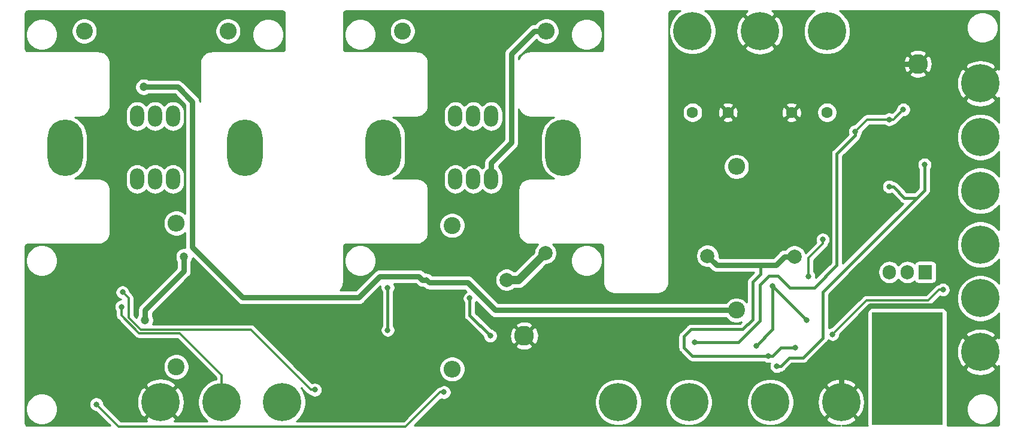
<source format=gbr>
G04 #@! TF.GenerationSoftware,KiCad,Pcbnew,(5.1.5)-3*
G04 #@! TF.CreationDate,2020-10-27T23:40:54+01:00*
G04 #@! TF.ProjectId,output_stage_1,6f757470-7574-45f7-9374-6167655f312e,rev?*
G04 #@! TF.SameCoordinates,Original*
G04 #@! TF.FileFunction,Copper,L2,Bot*
G04 #@! TF.FilePolarity,Positive*
%FSLAX46Y46*%
G04 Gerber Fmt 4.6, Leading zero omitted, Abs format (unit mm)*
G04 Created by KiCad (PCBNEW (5.1.5)-3) date 2020-10-27 23:40:54*
%MOMM*%
%LPD*%
G04 APERTURE LIST*
%ADD10C,0.800000*%
%ADD11C,5.400000*%
%ADD12O,2.000000X3.000000*%
%ADD13O,5.000000X8.000000*%
%ADD14C,2.800000*%
%ADD15O,2.400000X2.400000*%
%ADD16C,2.400000*%
%ADD17O,1.905000X2.000000*%
%ADD18R,1.905000X2.000000*%
%ADD19R,10.000000X16.000000*%
%ADD20C,1.600000*%
%ADD21C,2.000000*%
%ADD22C,1.200000*%
%ADD23C,1.200000*%
%ADD24C,0.800000*%
%ADD25C,0.300000*%
%ADD26C,0.400000*%
%ADD27C,0.254000*%
G04 APERTURE END LIST*
D10*
X213131891Y-102268109D03*
X211700000Y-101675000D03*
X210268109Y-102268109D03*
X209675000Y-103700000D03*
X210268109Y-105131891D03*
X211700000Y-105725000D03*
X213131891Y-105131891D03*
X213725000Y-103700000D03*
D11*
X211700000Y-103700000D03*
D10*
X191431891Y-72068109D03*
X190000000Y-71475000D03*
X188568109Y-72068109D03*
X187975000Y-73500000D03*
X188568109Y-74931891D03*
X190000000Y-75525000D03*
X191431891Y-74931891D03*
X192025000Y-73500000D03*
D11*
X190000000Y-73500000D03*
D10*
X181931891Y-72068109D03*
X180500000Y-71475000D03*
X179068109Y-72068109D03*
X178475000Y-73500000D03*
X179068109Y-74931891D03*
X180500000Y-75525000D03*
X181931891Y-74931891D03*
X182525000Y-73500000D03*
D11*
X180500000Y-73500000D03*
D10*
X172431891Y-72068109D03*
X171000000Y-71475000D03*
X169568109Y-72068109D03*
X168975000Y-73500000D03*
X169568109Y-74931891D03*
X171000000Y-75525000D03*
X172431891Y-74931891D03*
X173025000Y-73500000D03*
D11*
X171000000Y-73500000D03*
D12*
X97540000Y-94450000D03*
X95000000Y-94450000D03*
X92460000Y-94450000D03*
X97540000Y-85550000D03*
X95000000Y-85550000D03*
X92460000Y-85550000D03*
D13*
X107700000Y-90000000D03*
X82300000Y-90000000D03*
D12*
X142540000Y-94450000D03*
X140000000Y-94450000D03*
X137460000Y-94450000D03*
X142540000Y-85550000D03*
X140000000Y-85550000D03*
X137460000Y-85550000D03*
D13*
X152700000Y-90000000D03*
X127300000Y-90000000D03*
D14*
X202850000Y-78150000D03*
X147200000Y-116600000D03*
D15*
X98000000Y-100680000D03*
D16*
X98000000Y-121000000D03*
D15*
X137000000Y-121320000D03*
D16*
X137000000Y-101000000D03*
D15*
X105320000Y-73500000D03*
D16*
X85000000Y-73500000D03*
D15*
X150320000Y-73500000D03*
D16*
X130000000Y-73500000D03*
D15*
X177200000Y-92680000D03*
D16*
X177200000Y-113000000D03*
D17*
X198820000Y-107600000D03*
X201360000Y-107600000D03*
D18*
X203900000Y-107600000D03*
D19*
X201360000Y-121260000D03*
D10*
X193431891Y-124568109D03*
X192000000Y-123975000D03*
X190568109Y-124568109D03*
X189975000Y-126000000D03*
X190568109Y-127431891D03*
X192000000Y-128025000D03*
X193431891Y-127431891D03*
X194025000Y-126000000D03*
D11*
X192000000Y-126000000D03*
D10*
X161931891Y-124568109D03*
X160500000Y-123975000D03*
X159068109Y-124568109D03*
X158475000Y-126000000D03*
X159068109Y-127431891D03*
X160500000Y-128025000D03*
X161931891Y-127431891D03*
X162525000Y-126000000D03*
D11*
X160500000Y-126000000D03*
D10*
X183431891Y-124568109D03*
X182000000Y-123975000D03*
X180568109Y-124568109D03*
X179975000Y-126000000D03*
X180568109Y-127431891D03*
X182000000Y-128025000D03*
X183431891Y-127431891D03*
X184025000Y-126000000D03*
D11*
X182000000Y-126000000D03*
D10*
X171931891Y-124568109D03*
X170500000Y-123975000D03*
X169068109Y-124568109D03*
X168475000Y-126000000D03*
X169068109Y-127431891D03*
X170500000Y-128025000D03*
X171931891Y-127431891D03*
X172525000Y-126000000D03*
D11*
X170500000Y-126000000D03*
D10*
X213131891Y-87068109D03*
X211700000Y-86475000D03*
X210268109Y-87068109D03*
X209675000Y-88500000D03*
X210268109Y-89931891D03*
X211700000Y-90525000D03*
X213131891Y-89931891D03*
X213725000Y-88500000D03*
D11*
X211700000Y-88500000D03*
D10*
X114431891Y-124568109D03*
X113000000Y-123975000D03*
X111568109Y-124568109D03*
X110975000Y-126000000D03*
X111568109Y-127431891D03*
X113000000Y-128025000D03*
X114431891Y-127431891D03*
X115025000Y-126000000D03*
D11*
X113000000Y-126000000D03*
D10*
X213131891Y-79468109D03*
X211700000Y-78875000D03*
X210268109Y-79468109D03*
X209675000Y-80900000D03*
X210268109Y-82331891D03*
X211700000Y-82925000D03*
X213131891Y-82331891D03*
X213725000Y-80900000D03*
D11*
X211700000Y-80900000D03*
D10*
X213131891Y-94668109D03*
X211700000Y-94075000D03*
X210268109Y-94668109D03*
X209675000Y-96100000D03*
X210268109Y-97531891D03*
X211700000Y-98125000D03*
X213131891Y-97531891D03*
X213725000Y-96100000D03*
D11*
X211700000Y-96100000D03*
D10*
X97231891Y-124568109D03*
X95800000Y-123975000D03*
X94368109Y-124568109D03*
X93775000Y-126000000D03*
X94368109Y-127431891D03*
X95800000Y-128025000D03*
X97231891Y-127431891D03*
X97825000Y-126000000D03*
D11*
X95800000Y-126000000D03*
D10*
X105831891Y-124568109D03*
X104400000Y-123975000D03*
X102968109Y-124568109D03*
X102375000Y-126000000D03*
X102968109Y-127431891D03*
X104400000Y-128025000D03*
X105831891Y-127431891D03*
X106425000Y-126000000D03*
D11*
X104400000Y-126000000D03*
D10*
X213131891Y-109868109D03*
X211700000Y-109275000D03*
X210268109Y-109868109D03*
X209675000Y-111300000D03*
X210268109Y-112731891D03*
X211700000Y-113325000D03*
X213131891Y-112731891D03*
X213725000Y-111300000D03*
D11*
X211700000Y-111300000D03*
D10*
X213131891Y-117468109D03*
X211700000Y-116875000D03*
X210268109Y-117468109D03*
X209675000Y-118900000D03*
X210268109Y-120331891D03*
X211700000Y-120925000D03*
X213131891Y-120331891D03*
X213725000Y-118900000D03*
D11*
X211700000Y-118900000D03*
D20*
X190000000Y-85000000D03*
X185000000Y-85000000D03*
X176000000Y-85000000D03*
X171000000Y-85000000D03*
D21*
X181900000Y-103700000D03*
X180700000Y-83700000D03*
D10*
X206400000Y-110100000D03*
X190800000Y-116400000D03*
X133350000Y-108700000D03*
D22*
X93400000Y-81400000D03*
D21*
X144700000Y-108700000D03*
X150200000Y-104900000D03*
X185400000Y-105400000D03*
X173100000Y-105300000D03*
D10*
X142400000Y-116600000D03*
X139500000Y-111300000D03*
X181700000Y-119500000D03*
X185500000Y-118300000D03*
D22*
X93600000Y-114400000D03*
X99100000Y-105400000D03*
D10*
X187100000Y-114400000D03*
X127900000Y-115800000D03*
X127900000Y-109800000D03*
X182300000Y-109600000D03*
X180000000Y-118000000D03*
X90250000Y-112500000D03*
X135850000Y-124600000D03*
X86700000Y-126300000D03*
X117600000Y-124250000D03*
X90400000Y-110450000D03*
X182900000Y-120900000D03*
X203800000Y-92400000D03*
X198800000Y-95500000D03*
X189400000Y-103000000D03*
X187400000Y-108200000D03*
X194000000Y-87700000D03*
X171300000Y-117500000D03*
X198800000Y-86000000D03*
X200800000Y-84600000D03*
D23*
X181900000Y-103700000D02*
X180700000Y-102500000D01*
X180700000Y-102500000D02*
X180700000Y-83700000D01*
D24*
X186250000Y-78150000D02*
X202850000Y-78150000D01*
X180700000Y-83700000D02*
X186250000Y-78150000D01*
X209000001Y-114819999D02*
X206580002Y-112400000D01*
X211700000Y-118900000D02*
X209000001Y-116200001D01*
X209000001Y-116200001D02*
X209000001Y-114819999D01*
X192000000Y-116539998D02*
X192000000Y-122181624D01*
X192000000Y-122181624D02*
X192000000Y-126000000D01*
X196139998Y-112400000D02*
X192000000Y-116539998D01*
X206580002Y-112400000D02*
X196139998Y-112400000D01*
D25*
X205834315Y-110100000D02*
X204334315Y-111600000D01*
X206400000Y-110100000D02*
X205834315Y-110100000D01*
X204334315Y-111600000D02*
X195600000Y-111600000D01*
X195600000Y-111600000D02*
X190800000Y-116400000D01*
D24*
X133749999Y-109099999D02*
X139199999Y-109099999D01*
X133350000Y-108700000D02*
X133749999Y-109099999D01*
X143100000Y-113000000D02*
X177200000Y-113000000D01*
X139199999Y-109099999D02*
X143100000Y-113000000D01*
X132784315Y-108700000D02*
X132284315Y-108200000D01*
X133350000Y-108700000D02*
X132784315Y-108700000D01*
X132284315Y-108200000D02*
X126800000Y-108200000D01*
X126800000Y-108200000D02*
X123800000Y-111200000D01*
X123800000Y-111200000D02*
X107400000Y-111200000D01*
X107400000Y-111200000D02*
X100300000Y-104100000D01*
X100300000Y-104100000D02*
X100300000Y-83500000D01*
X100300000Y-83500000D02*
X98200000Y-81400000D01*
X98200000Y-81400000D02*
X93400000Y-81400000D01*
D23*
X144700000Y-108700000D02*
X146400000Y-108700000D01*
X146400000Y-108700000D02*
X150200000Y-104900000D01*
D24*
X183985787Y-105400000D02*
X182785787Y-106600000D01*
X185400000Y-105400000D02*
X183985787Y-105400000D01*
X174400000Y-106600000D02*
X173100000Y-105300000D01*
D26*
X142400000Y-116600000D02*
X139500000Y-113700000D01*
X139500000Y-113700000D02*
X139500000Y-111300000D01*
X182265685Y-119500000D02*
X183465685Y-118300000D01*
X181700000Y-119500000D02*
X182265685Y-119500000D01*
X183465685Y-118300000D02*
X185500000Y-118300000D01*
X180600000Y-106600000D02*
X180600000Y-107900000D01*
D24*
X182785787Y-106600000D02*
X180600000Y-106600000D01*
X180600000Y-106600000D02*
X174400000Y-106600000D01*
D26*
X180600000Y-107900000D02*
X179500000Y-109000000D01*
X179500000Y-109000000D02*
X179500000Y-114300000D01*
X179500000Y-114300000D02*
X178100000Y-115700000D01*
X178100000Y-115700000D02*
X170800000Y-115700000D01*
X170800000Y-115700000D02*
X169800000Y-116700000D01*
X169800000Y-116700000D02*
X169800000Y-118300000D01*
X169800000Y-118300000D02*
X171000000Y-119500000D01*
X171000000Y-119500000D02*
X181700000Y-119500000D01*
D24*
X93600000Y-112985787D02*
X99100000Y-107485787D01*
X93600000Y-114400000D02*
X93600000Y-112985787D01*
X99100000Y-107485787D02*
X99100000Y-105400000D01*
D26*
X127900000Y-115800000D02*
X127900000Y-109800000D01*
X182300000Y-109600000D02*
X187100000Y-114400000D01*
X182300000Y-109600000D02*
X182300000Y-115700000D01*
X182300000Y-115700000D02*
X180000000Y-118000000D01*
D25*
X90250000Y-113757122D02*
X90250000Y-113065685D01*
X98468387Y-116250011D02*
X92742888Y-116250010D01*
X92742888Y-116250010D02*
X90250000Y-113757122D01*
X104400000Y-122181624D02*
X98468387Y-116250011D01*
X104400000Y-126000000D02*
X104400000Y-122181624D01*
X90250000Y-113065685D02*
X90250000Y-112500000D01*
X135284315Y-124600000D02*
X130434315Y-129450000D01*
X135850000Y-124600000D02*
X135284315Y-124600000D01*
X130434315Y-129450000D02*
X89850000Y-129450000D01*
X89850000Y-129450000D02*
X86700000Y-126300000D01*
X117034315Y-124250000D02*
X108534315Y-115750000D01*
X117600000Y-124250000D02*
X117034315Y-124250000D01*
X108534315Y-115750000D02*
X92950000Y-115750000D01*
X92950000Y-115750000D02*
X91250000Y-114050000D01*
X91250000Y-114050000D02*
X91250000Y-111300000D01*
X91250000Y-111300000D02*
X90400000Y-110450000D01*
D26*
X183465685Y-120900000D02*
X184665685Y-119700000D01*
X182900000Y-120900000D02*
X183465685Y-120900000D01*
X184665685Y-119700000D02*
X186600000Y-119700000D01*
X186600000Y-119700000D02*
X189400000Y-116900000D01*
X189400000Y-116900000D02*
X189400000Y-110400000D01*
X189400000Y-110400000D02*
X203800000Y-96000000D01*
X203800000Y-96000000D02*
X203800000Y-92400000D01*
X199365685Y-95500000D02*
X200965685Y-97100000D01*
X198800000Y-95500000D02*
X199365685Y-95500000D01*
X200965685Y-97100000D02*
X202700000Y-97100000D01*
D24*
X142540000Y-92150000D02*
X145400000Y-89290000D01*
X142540000Y-94450000D02*
X142540000Y-92150000D01*
X148622944Y-73500000D02*
X150320000Y-73500000D01*
X145400000Y-76722944D02*
X148622944Y-73500000D01*
X145400000Y-89290000D02*
X145400000Y-76722944D01*
D25*
X189400000Y-103565685D02*
X187400000Y-105565685D01*
X189400000Y-103000000D02*
X189400000Y-103565685D01*
X187400000Y-105565685D02*
X187400000Y-108200000D01*
D26*
X194000000Y-88265685D02*
X191400000Y-90865685D01*
X194000000Y-87700000D02*
X194000000Y-88265685D01*
X191400000Y-90865685D02*
X191400000Y-106600000D01*
X191400000Y-106600000D02*
X188200000Y-109800000D01*
X188200000Y-109800000D02*
X184800000Y-109800000D01*
X184800000Y-109800000D02*
X183100000Y-108100000D01*
X183100000Y-108100000D02*
X181800000Y-108100000D01*
X181800000Y-108100000D02*
X180500000Y-109400000D01*
X180500000Y-109400000D02*
X180500000Y-114500000D01*
X180500000Y-114500000D02*
X177500000Y-117500000D01*
X177500000Y-117500000D02*
X171300000Y-117500000D01*
D25*
X198800000Y-86000000D02*
X195700000Y-86000000D01*
X195700000Y-86000000D02*
X194000000Y-87700000D01*
X199365685Y-86000000D02*
X200665685Y-84700000D01*
X198800000Y-86000000D02*
X199365685Y-86000000D01*
X200665685Y-84700000D02*
X200700000Y-84700000D01*
X200700000Y-84700000D02*
X200800000Y-84600000D01*
D27*
G36*
X158065424Y-70669580D02*
G01*
X158128356Y-70688580D01*
X158186405Y-70719445D01*
X158237343Y-70760989D01*
X158279248Y-70811644D01*
X158310515Y-70869471D01*
X158329956Y-70932272D01*
X158340000Y-71027835D01*
X158340001Y-75967711D01*
X158330420Y-76065424D01*
X158311420Y-76128357D01*
X158280554Y-76186406D01*
X158239011Y-76237343D01*
X158188356Y-76279248D01*
X158130529Y-76310515D01*
X158067728Y-76329956D01*
X157972165Y-76340000D01*
X147967581Y-76340000D01*
X147939326Y-76342783D01*
X147933199Y-76342740D01*
X147924028Y-76343640D01*
X147729931Y-76364041D01*
X147671348Y-76376066D01*
X147612577Y-76387277D01*
X147603755Y-76389941D01*
X147417317Y-76447653D01*
X147362162Y-76470838D01*
X147306709Y-76493242D01*
X147298573Y-76497568D01*
X147126896Y-76590393D01*
X147077278Y-76623861D01*
X147027247Y-76656600D01*
X147020106Y-76662424D01*
X146869728Y-76786828D01*
X146827589Y-76829263D01*
X146784839Y-76871126D01*
X146778966Y-76878227D01*
X146655616Y-77029469D01*
X146622534Y-77079262D01*
X146588716Y-77128651D01*
X146584333Y-77136757D01*
X146492708Y-77309079D01*
X146469909Y-77364394D01*
X146446348Y-77419366D01*
X146443623Y-77428169D01*
X146435000Y-77456730D01*
X146435000Y-77151654D01*
X148905786Y-74680868D01*
X149150256Y-74925338D01*
X149450801Y-75126156D01*
X149784750Y-75264482D01*
X150139268Y-75335000D01*
X150500732Y-75335000D01*
X150855250Y-75264482D01*
X151189199Y-75126156D01*
X151489744Y-74925338D01*
X151745338Y-74669744D01*
X151946156Y-74369199D01*
X152084482Y-74035250D01*
X152135279Y-73779872D01*
X153765000Y-73779872D01*
X153765000Y-74220128D01*
X153850890Y-74651925D01*
X154019369Y-75058669D01*
X154263962Y-75424729D01*
X154575271Y-75736038D01*
X154941331Y-75980631D01*
X155348075Y-76149110D01*
X155779872Y-76235000D01*
X156220128Y-76235000D01*
X156651925Y-76149110D01*
X157058669Y-75980631D01*
X157424729Y-75736038D01*
X157736038Y-75424729D01*
X157980631Y-75058669D01*
X158149110Y-74651925D01*
X158235000Y-74220128D01*
X158235000Y-73779872D01*
X158149110Y-73348075D01*
X157980631Y-72941331D01*
X157736038Y-72575271D01*
X157424729Y-72263962D01*
X157058669Y-72019369D01*
X156651925Y-71850890D01*
X156220128Y-71765000D01*
X155779872Y-71765000D01*
X155348075Y-71850890D01*
X154941331Y-72019369D01*
X154575271Y-72263962D01*
X154263962Y-72575271D01*
X154019369Y-72941331D01*
X153850890Y-73348075D01*
X153765000Y-73779872D01*
X152135279Y-73779872D01*
X152155000Y-73680732D01*
X152155000Y-73319268D01*
X152084482Y-72964750D01*
X151946156Y-72630801D01*
X151745338Y-72330256D01*
X151489744Y-72074662D01*
X151189199Y-71873844D01*
X150855250Y-71735518D01*
X150500732Y-71665000D01*
X150139268Y-71665000D01*
X149784750Y-71735518D01*
X149450801Y-71873844D01*
X149150256Y-72074662D01*
X148894662Y-72330256D01*
X148804629Y-72465000D01*
X148673771Y-72465000D01*
X148622943Y-72459994D01*
X148572115Y-72465000D01*
X148572106Y-72465000D01*
X148420049Y-72479976D01*
X148224951Y-72539159D01*
X148157390Y-72575271D01*
X148045146Y-72635266D01*
X147932293Y-72727883D01*
X147887548Y-72764604D01*
X147855141Y-72804092D01*
X144704092Y-75955142D01*
X144664605Y-75987548D01*
X144632198Y-76027036D01*
X144632197Y-76027037D01*
X144535266Y-76145147D01*
X144439160Y-76324951D01*
X144379977Y-76520049D01*
X144359994Y-76722944D01*
X144365001Y-76773782D01*
X144365000Y-88861289D01*
X141844092Y-91382198D01*
X141804605Y-91414604D01*
X141772198Y-91454092D01*
X141772197Y-91454093D01*
X141675266Y-91572203D01*
X141579160Y-91752007D01*
X141519977Y-91947105D01*
X141499994Y-92150000D01*
X141505001Y-92200838D01*
X141505001Y-92684294D01*
X141378286Y-92788286D01*
X141270000Y-92920234D01*
X141161714Y-92788286D01*
X140912751Y-92583969D01*
X140628714Y-92432148D01*
X140320515Y-92338657D01*
X140000000Y-92307089D01*
X139679484Y-92338657D01*
X139371285Y-92432148D01*
X139087248Y-92583969D01*
X138838286Y-92788286D01*
X138730000Y-92920234D01*
X138621714Y-92788286D01*
X138372751Y-92583969D01*
X138088714Y-92432148D01*
X137780515Y-92338657D01*
X137460000Y-92307089D01*
X137139484Y-92338657D01*
X136831285Y-92432148D01*
X136547248Y-92583969D01*
X136298286Y-92788286D01*
X136093969Y-93037249D01*
X135942148Y-93321286D01*
X135848657Y-93629485D01*
X135825000Y-93869679D01*
X135825000Y-95030322D01*
X135848657Y-95270516D01*
X135942148Y-95578715D01*
X136093970Y-95862752D01*
X136298287Y-96111714D01*
X136547249Y-96316031D01*
X136831286Y-96467852D01*
X137139485Y-96561343D01*
X137460000Y-96592911D01*
X137780516Y-96561343D01*
X138088715Y-96467852D01*
X138372752Y-96316031D01*
X138621714Y-96111714D01*
X138730001Y-95979766D01*
X138838287Y-96111714D01*
X139087249Y-96316031D01*
X139371286Y-96467852D01*
X139679485Y-96561343D01*
X140000000Y-96592911D01*
X140320516Y-96561343D01*
X140628715Y-96467852D01*
X140912752Y-96316031D01*
X141161714Y-96111714D01*
X141270001Y-95979766D01*
X141378287Y-96111714D01*
X141627249Y-96316031D01*
X141911286Y-96467852D01*
X142219485Y-96561343D01*
X142540000Y-96592911D01*
X142860516Y-96561343D01*
X143168715Y-96467852D01*
X143452752Y-96316031D01*
X143701714Y-96111714D01*
X143906031Y-95862752D01*
X144057852Y-95578715D01*
X144151343Y-95270516D01*
X144175000Y-95030322D01*
X144175000Y-93869678D01*
X144151343Y-93629484D01*
X144057852Y-93321285D01*
X143906031Y-93037248D01*
X143701714Y-92788286D01*
X143575000Y-92684295D01*
X143575000Y-92578710D01*
X146095908Y-90057803D01*
X146135396Y-90025396D01*
X146167803Y-89985908D01*
X146264734Y-89867798D01*
X146316104Y-89771691D01*
X146360841Y-89687993D01*
X146420024Y-89492895D01*
X146435000Y-89340838D01*
X146435000Y-89340835D01*
X146440007Y-89290000D01*
X146435000Y-89239165D01*
X146435000Y-84541808D01*
X146447653Y-84582683D01*
X146470838Y-84637838D01*
X146493242Y-84693291D01*
X146497568Y-84701427D01*
X146590393Y-84873104D01*
X146623846Y-84922699D01*
X146656600Y-84972753D01*
X146662424Y-84979894D01*
X146786828Y-85130272D01*
X146829263Y-85172411D01*
X146871126Y-85215161D01*
X146878227Y-85221034D01*
X147029469Y-85344384D01*
X147079277Y-85377477D01*
X147128651Y-85411284D01*
X147136757Y-85415667D01*
X147309080Y-85507292D01*
X147364392Y-85530090D01*
X147419366Y-85553652D01*
X147428169Y-85556377D01*
X147615006Y-85612786D01*
X147673686Y-85624405D01*
X147732196Y-85636842D01*
X147741361Y-85637805D01*
X147935594Y-85656850D01*
X147935598Y-85656850D01*
X147967581Y-85660000D01*
X151362819Y-85660000D01*
X150949860Y-85880731D01*
X150472495Y-86272495D01*
X150080731Y-86749861D01*
X149789624Y-87294484D01*
X149610362Y-87885434D01*
X149565000Y-88345999D01*
X149565000Y-91654002D01*
X149610362Y-92114567D01*
X149789625Y-92705517D01*
X150080732Y-93250140D01*
X150472496Y-93727505D01*
X150949861Y-94119269D01*
X151362820Y-94340000D01*
X147967581Y-94340000D01*
X147939326Y-94342783D01*
X147933199Y-94342740D01*
X147924028Y-94343640D01*
X147729931Y-94364041D01*
X147671348Y-94376066D01*
X147612577Y-94387277D01*
X147603755Y-94389941D01*
X147417317Y-94447653D01*
X147362162Y-94470838D01*
X147306709Y-94493242D01*
X147298573Y-94497568D01*
X147126896Y-94590393D01*
X147077278Y-94623861D01*
X147027247Y-94656600D01*
X147020106Y-94662424D01*
X146869728Y-94786828D01*
X146827589Y-94829263D01*
X146784839Y-94871126D01*
X146778966Y-94878227D01*
X146655616Y-95029469D01*
X146622534Y-95079262D01*
X146588716Y-95128651D01*
X146584333Y-95136757D01*
X146492708Y-95309079D01*
X146469909Y-95364394D01*
X146446348Y-95419366D01*
X146443623Y-95428169D01*
X146387214Y-95615005D01*
X146375594Y-95673693D01*
X146363158Y-95732196D01*
X146362195Y-95741361D01*
X146343150Y-95935595D01*
X146340000Y-95967582D01*
X146340001Y-102032419D01*
X146342783Y-102060664D01*
X146342740Y-102066801D01*
X146343640Y-102075972D01*
X146364041Y-102270069D01*
X146376068Y-102328658D01*
X146387277Y-102387423D01*
X146389941Y-102396245D01*
X146447653Y-102582683D01*
X146470838Y-102637838D01*
X146493242Y-102693291D01*
X146497568Y-102701427D01*
X146590393Y-102873104D01*
X146623846Y-102922699D01*
X146656600Y-102972753D01*
X146662424Y-102979894D01*
X146786828Y-103130272D01*
X146829263Y-103172411D01*
X146871126Y-103215161D01*
X146878227Y-103221034D01*
X147029469Y-103344384D01*
X147079277Y-103377477D01*
X147128651Y-103411284D01*
X147136757Y-103415667D01*
X147309080Y-103507292D01*
X147364392Y-103530090D01*
X147419366Y-103553652D01*
X147428169Y-103556377D01*
X147615006Y-103612786D01*
X147673686Y-103624405D01*
X147732196Y-103636842D01*
X147741361Y-103637805D01*
X147935594Y-103656850D01*
X147935598Y-103656850D01*
X147967581Y-103660000D01*
X149127761Y-103660000D01*
X148930013Y-103857748D01*
X148751082Y-104125537D01*
X148627832Y-104423088D01*
X148565000Y-104738967D01*
X148565000Y-104788447D01*
X145888447Y-107465000D01*
X145777239Y-107465000D01*
X145742252Y-107430013D01*
X145474463Y-107251082D01*
X145176912Y-107127832D01*
X144861033Y-107065000D01*
X144538967Y-107065000D01*
X144223088Y-107127832D01*
X143925537Y-107251082D01*
X143657748Y-107430013D01*
X143430013Y-107657748D01*
X143251082Y-107925537D01*
X143127832Y-108223088D01*
X143065000Y-108538967D01*
X143065000Y-108861033D01*
X143127832Y-109176912D01*
X143251082Y-109474463D01*
X143430013Y-109742252D01*
X143657748Y-109969987D01*
X143925537Y-110148918D01*
X144223088Y-110272168D01*
X144538967Y-110335000D01*
X144861033Y-110335000D01*
X145176912Y-110272168D01*
X145474463Y-110148918D01*
X145742252Y-109969987D01*
X145777239Y-109935000D01*
X146339335Y-109935000D01*
X146400000Y-109940975D01*
X146460665Y-109935000D01*
X146642102Y-109917130D01*
X146874901Y-109846511D01*
X147089449Y-109731833D01*
X147277502Y-109577502D01*
X147316179Y-109530374D01*
X150311553Y-106535000D01*
X150361033Y-106535000D01*
X150676912Y-106472168D01*
X150974463Y-106348918D01*
X151242252Y-106169987D01*
X151469987Y-105942252D01*
X151578485Y-105779872D01*
X153765000Y-105779872D01*
X153765000Y-106220128D01*
X153850890Y-106651925D01*
X154019369Y-107058669D01*
X154263962Y-107424729D01*
X154575271Y-107736038D01*
X154941331Y-107980631D01*
X155348075Y-108149110D01*
X155779872Y-108235000D01*
X156220128Y-108235000D01*
X156651925Y-108149110D01*
X157058669Y-107980631D01*
X157424729Y-107736038D01*
X157736038Y-107424729D01*
X157980631Y-107058669D01*
X158149110Y-106651925D01*
X158235000Y-106220128D01*
X158235000Y-105779872D01*
X158149110Y-105348075D01*
X157980631Y-104941331D01*
X157736038Y-104575271D01*
X157424729Y-104263962D01*
X157058669Y-104019369D01*
X156651925Y-103850890D01*
X156220128Y-103765000D01*
X155779872Y-103765000D01*
X155348075Y-103850890D01*
X154941331Y-104019369D01*
X154575271Y-104263962D01*
X154263962Y-104575271D01*
X154019369Y-104941331D01*
X153850890Y-105348075D01*
X153765000Y-105779872D01*
X151578485Y-105779872D01*
X151648918Y-105674463D01*
X151772168Y-105376912D01*
X151835000Y-105061033D01*
X151835000Y-104738967D01*
X151772168Y-104423088D01*
X151648918Y-104125537D01*
X151469987Y-103857748D01*
X151272239Y-103660000D01*
X157967721Y-103660000D01*
X158065424Y-103669580D01*
X158128356Y-103688580D01*
X158186405Y-103719445D01*
X158237343Y-103760989D01*
X158279248Y-103811644D01*
X158310515Y-103869471D01*
X158329956Y-103932272D01*
X158340000Y-104027835D01*
X158340001Y-109032419D01*
X158342783Y-109060664D01*
X158342740Y-109066801D01*
X158343640Y-109075972D01*
X158364041Y-109270069D01*
X158376068Y-109328658D01*
X158387277Y-109387423D01*
X158389941Y-109396245D01*
X158447653Y-109582683D01*
X158470838Y-109637838D01*
X158493242Y-109693291D01*
X158497568Y-109701427D01*
X158590393Y-109873104D01*
X158623846Y-109922699D01*
X158656600Y-109972753D01*
X158662424Y-109979894D01*
X158786828Y-110130272D01*
X158829263Y-110172411D01*
X158871126Y-110215161D01*
X158878227Y-110221034D01*
X159029469Y-110344384D01*
X159079277Y-110377477D01*
X159128651Y-110411284D01*
X159136757Y-110415667D01*
X159309080Y-110507292D01*
X159364392Y-110530090D01*
X159419366Y-110553652D01*
X159428169Y-110556377D01*
X159615006Y-110612786D01*
X159673686Y-110624405D01*
X159732196Y-110636842D01*
X159741361Y-110637805D01*
X159935594Y-110656850D01*
X159935598Y-110656850D01*
X159967581Y-110660000D01*
X166032419Y-110660000D01*
X166060674Y-110657217D01*
X166066801Y-110657260D01*
X166075972Y-110656360D01*
X166270069Y-110635959D01*
X166328658Y-110623932D01*
X166387423Y-110612723D01*
X166396245Y-110610059D01*
X166582683Y-110552347D01*
X166637838Y-110529162D01*
X166693291Y-110506758D01*
X166701427Y-110502432D01*
X166873104Y-110409607D01*
X166922699Y-110376154D01*
X166972753Y-110343400D01*
X166979894Y-110337576D01*
X167130272Y-110213172D01*
X167172411Y-110170737D01*
X167215161Y-110128874D01*
X167221034Y-110121773D01*
X167344384Y-109970531D01*
X167377477Y-109920723D01*
X167411284Y-109871349D01*
X167415667Y-109863243D01*
X167507292Y-109690920D01*
X167530090Y-109635608D01*
X167553652Y-109580634D01*
X167556377Y-109571831D01*
X167612786Y-109384994D01*
X167624405Y-109326314D01*
X167636842Y-109267804D01*
X167637805Y-109258639D01*
X167656850Y-109064406D01*
X167656850Y-109064402D01*
X167660000Y-109032419D01*
X167660000Y-92499268D01*
X175365000Y-92499268D01*
X175365000Y-92860732D01*
X175435518Y-93215250D01*
X175573844Y-93549199D01*
X175774662Y-93849744D01*
X176030256Y-94105338D01*
X176330801Y-94306156D01*
X176664750Y-94444482D01*
X177019268Y-94515000D01*
X177380732Y-94515000D01*
X177735250Y-94444482D01*
X178069199Y-94306156D01*
X178369744Y-94105338D01*
X178625338Y-93849744D01*
X178826156Y-93549199D01*
X178964482Y-93215250D01*
X179035000Y-92860732D01*
X179035000Y-92499268D01*
X178964482Y-92144750D01*
X178826156Y-91810801D01*
X178625338Y-91510256D01*
X178369744Y-91254662D01*
X178069199Y-91053844D01*
X177735250Y-90915518D01*
X177380732Y-90845000D01*
X177019268Y-90845000D01*
X176664750Y-90915518D01*
X176330801Y-91053844D01*
X176030256Y-91254662D01*
X175774662Y-91510256D01*
X175573844Y-91810801D01*
X175435518Y-92144750D01*
X175365000Y-92499268D01*
X167660000Y-92499268D01*
X167660000Y-84858665D01*
X169565000Y-84858665D01*
X169565000Y-85141335D01*
X169620147Y-85418574D01*
X169728320Y-85679727D01*
X169885363Y-85914759D01*
X170085241Y-86114637D01*
X170320273Y-86271680D01*
X170581426Y-86379853D01*
X170858665Y-86435000D01*
X171141335Y-86435000D01*
X171418574Y-86379853D01*
X171679727Y-86271680D01*
X171914759Y-86114637D01*
X172036694Y-85992702D01*
X175186903Y-85992702D01*
X175258486Y-86236671D01*
X175513996Y-86357571D01*
X175788184Y-86426300D01*
X176070512Y-86440217D01*
X176350130Y-86398787D01*
X176616292Y-86303603D01*
X176741514Y-86236671D01*
X176813097Y-85992702D01*
X184186903Y-85992702D01*
X184258486Y-86236671D01*
X184513996Y-86357571D01*
X184788184Y-86426300D01*
X185070512Y-86440217D01*
X185350130Y-86398787D01*
X185616292Y-86303603D01*
X185741514Y-86236671D01*
X185813097Y-85992702D01*
X185000000Y-85179605D01*
X184186903Y-85992702D01*
X176813097Y-85992702D01*
X176000000Y-85179605D01*
X175186903Y-85992702D01*
X172036694Y-85992702D01*
X172114637Y-85914759D01*
X172271680Y-85679727D01*
X172379853Y-85418574D01*
X172435000Y-85141335D01*
X172435000Y-85070512D01*
X174559783Y-85070512D01*
X174601213Y-85350130D01*
X174696397Y-85616292D01*
X174763329Y-85741514D01*
X175007298Y-85813097D01*
X175820395Y-85000000D01*
X176179605Y-85000000D01*
X176992702Y-85813097D01*
X177236671Y-85741514D01*
X177357571Y-85486004D01*
X177426300Y-85211816D01*
X177433265Y-85070512D01*
X183559783Y-85070512D01*
X183601213Y-85350130D01*
X183696397Y-85616292D01*
X183763329Y-85741514D01*
X184007298Y-85813097D01*
X184820395Y-85000000D01*
X185179605Y-85000000D01*
X185992702Y-85813097D01*
X186236671Y-85741514D01*
X186357571Y-85486004D01*
X186426300Y-85211816D01*
X186440217Y-84929488D01*
X186429724Y-84858665D01*
X188565000Y-84858665D01*
X188565000Y-85141335D01*
X188620147Y-85418574D01*
X188728320Y-85679727D01*
X188885363Y-85914759D01*
X189085241Y-86114637D01*
X189320273Y-86271680D01*
X189581426Y-86379853D01*
X189858665Y-86435000D01*
X190141335Y-86435000D01*
X190418574Y-86379853D01*
X190679727Y-86271680D01*
X190914759Y-86114637D01*
X191114637Y-85914759D01*
X191271680Y-85679727D01*
X191379853Y-85418574D01*
X191435000Y-85141335D01*
X191435000Y-84858665D01*
X191379853Y-84581426D01*
X191271680Y-84320273D01*
X191114637Y-84085241D01*
X190914759Y-83885363D01*
X190679727Y-83728320D01*
X190418574Y-83620147D01*
X190141335Y-83565000D01*
X189858665Y-83565000D01*
X189581426Y-83620147D01*
X189320273Y-83728320D01*
X189085241Y-83885363D01*
X188885363Y-84085241D01*
X188728320Y-84320273D01*
X188620147Y-84581426D01*
X188565000Y-84858665D01*
X186429724Y-84858665D01*
X186398787Y-84649870D01*
X186303603Y-84383708D01*
X186236671Y-84258486D01*
X185992702Y-84186903D01*
X185179605Y-85000000D01*
X184820395Y-85000000D01*
X184007298Y-84186903D01*
X183763329Y-84258486D01*
X183642429Y-84513996D01*
X183573700Y-84788184D01*
X183559783Y-85070512D01*
X177433265Y-85070512D01*
X177440217Y-84929488D01*
X177398787Y-84649870D01*
X177303603Y-84383708D01*
X177236671Y-84258486D01*
X176992702Y-84186903D01*
X176179605Y-85000000D01*
X175820395Y-85000000D01*
X175007298Y-84186903D01*
X174763329Y-84258486D01*
X174642429Y-84513996D01*
X174573700Y-84788184D01*
X174559783Y-85070512D01*
X172435000Y-85070512D01*
X172435000Y-84858665D01*
X172379853Y-84581426D01*
X172271680Y-84320273D01*
X172114637Y-84085241D01*
X172036694Y-84007298D01*
X175186903Y-84007298D01*
X176000000Y-84820395D01*
X176813097Y-84007298D01*
X184186903Y-84007298D01*
X185000000Y-84820395D01*
X185813097Y-84007298D01*
X185741514Y-83763329D01*
X185486004Y-83642429D01*
X185211816Y-83573700D01*
X184929488Y-83559783D01*
X184649870Y-83601213D01*
X184383708Y-83696397D01*
X184258486Y-83763329D01*
X184186903Y-84007298D01*
X176813097Y-84007298D01*
X176741514Y-83763329D01*
X176486004Y-83642429D01*
X176211816Y-83573700D01*
X175929488Y-83559783D01*
X175649870Y-83601213D01*
X175383708Y-83696397D01*
X175258486Y-83763329D01*
X175186903Y-84007298D01*
X172036694Y-84007298D01*
X171914759Y-83885363D01*
X171679727Y-83728320D01*
X171418574Y-83620147D01*
X171141335Y-83565000D01*
X170858665Y-83565000D01*
X170581426Y-83620147D01*
X170320273Y-83728320D01*
X170085241Y-83885363D01*
X169885363Y-84085241D01*
X169728320Y-84320273D01*
X169620147Y-84581426D01*
X169565000Y-84858665D01*
X167660000Y-84858665D01*
X167660000Y-83245374D01*
X209534231Y-83245374D01*
X209834411Y-83683828D01*
X210413356Y-83994296D01*
X211041746Y-84185852D01*
X211695431Y-84251134D01*
X212349293Y-84187634D01*
X212978203Y-83997792D01*
X213557992Y-83688904D01*
X213565589Y-83683828D01*
X213865769Y-83245374D01*
X211700000Y-81079605D01*
X209534231Y-83245374D01*
X167660000Y-83245374D01*
X167660000Y-80895431D01*
X208348866Y-80895431D01*
X208412366Y-81549293D01*
X208602208Y-82178203D01*
X208911096Y-82757992D01*
X208916172Y-82765589D01*
X209354626Y-83065769D01*
X211520395Y-80900000D01*
X209354626Y-78734231D01*
X208916172Y-79034411D01*
X208605704Y-79613356D01*
X208414148Y-80241746D01*
X208348866Y-80895431D01*
X167660000Y-80895431D01*
X167660000Y-79570447D01*
X201609158Y-79570447D01*
X201753135Y-79875770D01*
X202110892Y-80056597D01*
X202497053Y-80164155D01*
X202896777Y-80194310D01*
X203294704Y-80145904D01*
X203675540Y-80020795D01*
X203946865Y-79875770D01*
X204090842Y-79570447D01*
X202850000Y-78329605D01*
X201609158Y-79570447D01*
X167660000Y-79570447D01*
X167660000Y-78196777D01*
X200805690Y-78196777D01*
X200854096Y-78594704D01*
X200979205Y-78975540D01*
X201124230Y-79246865D01*
X201429553Y-79390842D01*
X202670395Y-78150000D01*
X203029605Y-78150000D01*
X204270447Y-79390842D01*
X204575770Y-79246865D01*
X204756597Y-78889108D01*
X204849760Y-78554626D01*
X209534231Y-78554626D01*
X211700000Y-80720395D01*
X213865769Y-78554626D01*
X213565589Y-78116172D01*
X212986644Y-77805704D01*
X212358254Y-77614148D01*
X211704569Y-77548866D01*
X211050707Y-77612366D01*
X210421797Y-77802208D01*
X209842008Y-78111096D01*
X209834411Y-78116172D01*
X209534231Y-78554626D01*
X204849760Y-78554626D01*
X204864155Y-78502947D01*
X204894310Y-78103223D01*
X204845904Y-77705296D01*
X204720795Y-77324460D01*
X204575770Y-77053135D01*
X204270447Y-76909158D01*
X203029605Y-78150000D01*
X202670395Y-78150000D01*
X201429553Y-76909158D01*
X201124230Y-77053135D01*
X200943403Y-77410892D01*
X200835845Y-77797053D01*
X200805690Y-78196777D01*
X167660000Y-78196777D01*
X167660000Y-71032279D01*
X167669580Y-70934576D01*
X167688580Y-70871644D01*
X167719445Y-70813595D01*
X167760989Y-70762657D01*
X167811644Y-70720752D01*
X167869471Y-70689485D01*
X167932272Y-70670044D01*
X168027835Y-70660000D01*
X169247518Y-70660000D01*
X168874061Y-70909536D01*
X168409536Y-71374061D01*
X168044561Y-71920285D01*
X167793162Y-72527216D01*
X167665000Y-73171531D01*
X167665000Y-73828469D01*
X167793162Y-74472784D01*
X168044561Y-75079715D01*
X168409536Y-75625939D01*
X168874061Y-76090464D01*
X169420285Y-76455439D01*
X170027216Y-76706838D01*
X170671531Y-76835000D01*
X171328469Y-76835000D01*
X171972784Y-76706838D01*
X172579715Y-76455439D01*
X173125939Y-76090464D01*
X173371029Y-75845374D01*
X178334231Y-75845374D01*
X178634411Y-76283828D01*
X179213356Y-76594296D01*
X179841746Y-76785852D01*
X180495431Y-76851134D01*
X181149293Y-76787634D01*
X181778203Y-76597792D01*
X182357992Y-76288904D01*
X182365589Y-76283828D01*
X182665769Y-75845374D01*
X180500000Y-73679605D01*
X178334231Y-75845374D01*
X173371029Y-75845374D01*
X173590464Y-75625939D01*
X173955439Y-75079715D01*
X174206838Y-74472784D01*
X174335000Y-73828469D01*
X174335000Y-73495431D01*
X177148866Y-73495431D01*
X177212366Y-74149293D01*
X177402208Y-74778203D01*
X177711096Y-75357992D01*
X177716172Y-75365589D01*
X178154626Y-75665769D01*
X180320395Y-73500000D01*
X180679605Y-73500000D01*
X182845374Y-75665769D01*
X183283828Y-75365589D01*
X183594296Y-74786644D01*
X183785852Y-74158254D01*
X183851134Y-73504569D01*
X183787634Y-72850707D01*
X183597792Y-72221797D01*
X183288904Y-71642008D01*
X183283828Y-71634411D01*
X182845374Y-71334231D01*
X180679605Y-73500000D01*
X180320395Y-73500000D01*
X178154626Y-71334231D01*
X177716172Y-71634411D01*
X177405704Y-72213356D01*
X177214148Y-72841746D01*
X177148866Y-73495431D01*
X174335000Y-73495431D01*
X174335000Y-73171531D01*
X174206838Y-72527216D01*
X173955439Y-71920285D01*
X173590464Y-71374061D01*
X173125939Y-70909536D01*
X172752482Y-70660000D01*
X178737916Y-70660000D01*
X178642008Y-70711096D01*
X178634411Y-70716172D01*
X178334231Y-71154626D01*
X180500000Y-73320395D01*
X182665769Y-71154626D01*
X182365589Y-70716172D01*
X182260842Y-70660000D01*
X188247518Y-70660000D01*
X187874061Y-70909536D01*
X187409536Y-71374061D01*
X187044561Y-71920285D01*
X186793162Y-72527216D01*
X186665000Y-73171531D01*
X186665000Y-73828469D01*
X186793162Y-74472784D01*
X187044561Y-75079715D01*
X187409536Y-75625939D01*
X187874061Y-76090464D01*
X188420285Y-76455439D01*
X189027216Y-76706838D01*
X189671531Y-76835000D01*
X190328469Y-76835000D01*
X190858587Y-76729553D01*
X201609158Y-76729553D01*
X202850000Y-77970395D01*
X204090842Y-76729553D01*
X203946865Y-76424230D01*
X203589108Y-76243403D01*
X203202947Y-76135845D01*
X202803223Y-76105690D01*
X202405296Y-76154096D01*
X202024460Y-76279205D01*
X201753135Y-76424230D01*
X201609158Y-76729553D01*
X190858587Y-76729553D01*
X190972784Y-76706838D01*
X191579715Y-76455439D01*
X192125939Y-76090464D01*
X192590464Y-75625939D01*
X192955439Y-75079715D01*
X193206838Y-74472784D01*
X193335000Y-73828469D01*
X193335000Y-73171531D01*
X193257095Y-72779872D01*
X209765000Y-72779872D01*
X209765000Y-73220128D01*
X209850890Y-73651925D01*
X210019369Y-74058669D01*
X210263962Y-74424729D01*
X210575271Y-74736038D01*
X210941331Y-74980631D01*
X211348075Y-75149110D01*
X211779872Y-75235000D01*
X212220128Y-75235000D01*
X212651925Y-75149110D01*
X213058669Y-74980631D01*
X213424729Y-74736038D01*
X213736038Y-74424729D01*
X213980631Y-74058669D01*
X214149110Y-73651925D01*
X214235000Y-73220128D01*
X214235000Y-72779872D01*
X214149110Y-72348075D01*
X213980631Y-71941331D01*
X213736038Y-71575271D01*
X213424729Y-71263962D01*
X213058669Y-71019369D01*
X212651925Y-70850890D01*
X212220128Y-70765000D01*
X211779872Y-70765000D01*
X211348075Y-70850890D01*
X210941331Y-71019369D01*
X210575271Y-71263962D01*
X210263962Y-71575271D01*
X210019369Y-71941331D01*
X209850890Y-72348075D01*
X209765000Y-72779872D01*
X193257095Y-72779872D01*
X193206838Y-72527216D01*
X192955439Y-71920285D01*
X192590464Y-71374061D01*
X192125939Y-70909536D01*
X191752482Y-70660000D01*
X213967721Y-70660000D01*
X214065424Y-70669580D01*
X214128356Y-70688580D01*
X214186405Y-70719445D01*
X214237343Y-70760989D01*
X214279248Y-70811644D01*
X214310515Y-70869471D01*
X214329956Y-70932272D01*
X214340001Y-71027845D01*
X214340001Y-78935942D01*
X214045374Y-78734231D01*
X211879605Y-80900000D01*
X214045374Y-83065769D01*
X214340001Y-82864058D01*
X214340001Y-86448198D01*
X214290464Y-86374061D01*
X213825939Y-85909536D01*
X213279715Y-85544561D01*
X212672784Y-85293162D01*
X212028469Y-85165000D01*
X211371531Y-85165000D01*
X210727216Y-85293162D01*
X210120285Y-85544561D01*
X209574061Y-85909536D01*
X209109536Y-86374061D01*
X208744561Y-86920285D01*
X208493162Y-87527216D01*
X208365000Y-88171531D01*
X208365000Y-88828469D01*
X208493162Y-89472784D01*
X208744561Y-90079715D01*
X209109536Y-90625939D01*
X209574061Y-91090464D01*
X210120285Y-91455439D01*
X210727216Y-91706838D01*
X211371531Y-91835000D01*
X212028469Y-91835000D01*
X212672784Y-91706838D01*
X213279715Y-91455439D01*
X213825939Y-91090464D01*
X214290464Y-90625939D01*
X214340001Y-90551802D01*
X214340001Y-94048198D01*
X214290464Y-93974061D01*
X213825939Y-93509536D01*
X213279715Y-93144561D01*
X212672784Y-92893162D01*
X212028469Y-92765000D01*
X211371531Y-92765000D01*
X210727216Y-92893162D01*
X210120285Y-93144561D01*
X209574061Y-93509536D01*
X209109536Y-93974061D01*
X208744561Y-94520285D01*
X208493162Y-95127216D01*
X208365000Y-95771531D01*
X208365000Y-96428469D01*
X208493162Y-97072784D01*
X208744561Y-97679715D01*
X209109536Y-98225939D01*
X209574061Y-98690464D01*
X210120285Y-99055439D01*
X210727216Y-99306838D01*
X211371531Y-99435000D01*
X212028469Y-99435000D01*
X212672784Y-99306838D01*
X213279715Y-99055439D01*
X213825939Y-98690464D01*
X214290464Y-98225939D01*
X214340001Y-98151802D01*
X214340000Y-101648198D01*
X214290464Y-101574061D01*
X213825939Y-101109536D01*
X213279715Y-100744561D01*
X212672784Y-100493162D01*
X212028469Y-100365000D01*
X211371531Y-100365000D01*
X210727216Y-100493162D01*
X210120285Y-100744561D01*
X209574061Y-101109536D01*
X209109536Y-101574061D01*
X208744561Y-102120285D01*
X208493162Y-102727216D01*
X208365000Y-103371531D01*
X208365000Y-104028469D01*
X208493162Y-104672784D01*
X208744561Y-105279715D01*
X209109536Y-105825939D01*
X209574061Y-106290464D01*
X210120285Y-106655439D01*
X210727216Y-106906838D01*
X211371531Y-107035000D01*
X212028469Y-107035000D01*
X212672784Y-106906838D01*
X213279715Y-106655439D01*
X213825939Y-106290464D01*
X214290464Y-105825939D01*
X214340000Y-105751802D01*
X214340000Y-109248197D01*
X214290464Y-109174061D01*
X213825939Y-108709536D01*
X213279715Y-108344561D01*
X212672784Y-108093162D01*
X212028469Y-107965000D01*
X211371531Y-107965000D01*
X210727216Y-108093162D01*
X210120285Y-108344561D01*
X209574061Y-108709536D01*
X209109536Y-109174061D01*
X208744561Y-109720285D01*
X208493162Y-110327216D01*
X208365000Y-110971531D01*
X208365000Y-111628469D01*
X208493162Y-112272784D01*
X208744561Y-112879715D01*
X209109536Y-113425939D01*
X209574061Y-113890464D01*
X210120285Y-114255439D01*
X210727216Y-114506838D01*
X211371531Y-114635000D01*
X212028469Y-114635000D01*
X212672784Y-114506838D01*
X213279715Y-114255439D01*
X213825939Y-113890464D01*
X214290464Y-113425939D01*
X214340000Y-113351803D01*
X214340000Y-116935942D01*
X214045374Y-116734231D01*
X211879605Y-118900000D01*
X214045374Y-121065769D01*
X214340000Y-120864058D01*
X214340000Y-128967721D01*
X214330420Y-129065424D01*
X214311420Y-129128357D01*
X214280554Y-129186406D01*
X214239011Y-129237343D01*
X214188356Y-129279248D01*
X214130529Y-129310515D01*
X214067728Y-129329956D01*
X213972165Y-129340000D01*
X206990193Y-129340000D01*
X206998072Y-129260000D01*
X206998072Y-126779872D01*
X209765000Y-126779872D01*
X209765000Y-127220128D01*
X209850890Y-127651925D01*
X210019369Y-128058669D01*
X210263962Y-128424729D01*
X210575271Y-128736038D01*
X210941331Y-128980631D01*
X211348075Y-129149110D01*
X211779872Y-129235000D01*
X212220128Y-129235000D01*
X212651925Y-129149110D01*
X213058669Y-128980631D01*
X213424729Y-128736038D01*
X213736038Y-128424729D01*
X213980631Y-128058669D01*
X214149110Y-127651925D01*
X214235000Y-127220128D01*
X214235000Y-126779872D01*
X214149110Y-126348075D01*
X213980631Y-125941331D01*
X213736038Y-125575271D01*
X213424729Y-125263962D01*
X213058669Y-125019369D01*
X212651925Y-124850890D01*
X212220128Y-124765000D01*
X211779872Y-124765000D01*
X211348075Y-124850890D01*
X210941331Y-125019369D01*
X210575271Y-125263962D01*
X210263962Y-125575271D01*
X210019369Y-125941331D01*
X209850890Y-126348075D01*
X209765000Y-126779872D01*
X206998072Y-126779872D01*
X206998072Y-121245374D01*
X209534231Y-121245374D01*
X209834411Y-121683828D01*
X210413356Y-121994296D01*
X211041746Y-122185852D01*
X211695431Y-122251134D01*
X212349293Y-122187634D01*
X212978203Y-121997792D01*
X213557992Y-121688904D01*
X213565589Y-121683828D01*
X213865769Y-121245374D01*
X211700000Y-119079605D01*
X209534231Y-121245374D01*
X206998072Y-121245374D01*
X206998072Y-118895431D01*
X208348866Y-118895431D01*
X208412366Y-119549293D01*
X208602208Y-120178203D01*
X208911096Y-120757992D01*
X208916172Y-120765589D01*
X209354626Y-121065769D01*
X211520395Y-118900000D01*
X209354626Y-116734231D01*
X208916172Y-117034411D01*
X208605704Y-117613356D01*
X208414148Y-118241746D01*
X208348866Y-118895431D01*
X206998072Y-118895431D01*
X206998072Y-116554626D01*
X209534231Y-116554626D01*
X211700000Y-118720395D01*
X213865769Y-116554626D01*
X213565589Y-116116172D01*
X212986644Y-115805704D01*
X212358254Y-115614148D01*
X211704569Y-115548866D01*
X211050707Y-115612366D01*
X210421797Y-115802208D01*
X209842008Y-116111096D01*
X209834411Y-116116172D01*
X209534231Y-116554626D01*
X206998072Y-116554626D01*
X206998072Y-113260000D01*
X206985812Y-113135518D01*
X206949502Y-113015820D01*
X206890537Y-112905506D01*
X206811185Y-112808815D01*
X206714494Y-112729463D01*
X206604180Y-112670498D01*
X206484482Y-112634188D01*
X206360000Y-112621928D01*
X196360000Y-112621928D01*
X196235518Y-112634188D01*
X196115820Y-112670498D01*
X196005506Y-112729463D01*
X195908815Y-112808815D01*
X195829463Y-112905506D01*
X195770498Y-113015820D01*
X195734188Y-113135518D01*
X195721928Y-113260000D01*
X195721928Y-129260000D01*
X195729807Y-129340000D01*
X192110078Y-129340000D01*
X192649293Y-129287634D01*
X193278203Y-129097792D01*
X193857992Y-128788904D01*
X193865589Y-128783828D01*
X194165769Y-128345374D01*
X192000000Y-126179605D01*
X189834231Y-128345374D01*
X190134411Y-128783828D01*
X190713356Y-129094296D01*
X191341746Y-129285852D01*
X191883943Y-129340000D01*
X131654472Y-129340000D01*
X135322941Y-125671531D01*
X157165000Y-125671531D01*
X157165000Y-126328469D01*
X157293162Y-126972784D01*
X157544561Y-127579715D01*
X157909536Y-128125939D01*
X158374061Y-128590464D01*
X158920285Y-128955439D01*
X159527216Y-129206838D01*
X160171531Y-129335000D01*
X160828469Y-129335000D01*
X161472784Y-129206838D01*
X162079715Y-128955439D01*
X162625939Y-128590464D01*
X163090464Y-128125939D01*
X163455439Y-127579715D01*
X163706838Y-126972784D01*
X163835000Y-126328469D01*
X163835000Y-125671531D01*
X167165000Y-125671531D01*
X167165000Y-126328469D01*
X167293162Y-126972784D01*
X167544561Y-127579715D01*
X167909536Y-128125939D01*
X168374061Y-128590464D01*
X168920285Y-128955439D01*
X169527216Y-129206838D01*
X170171531Y-129335000D01*
X170828469Y-129335000D01*
X171472784Y-129206838D01*
X172079715Y-128955439D01*
X172625939Y-128590464D01*
X173090464Y-128125939D01*
X173455439Y-127579715D01*
X173706838Y-126972784D01*
X173835000Y-126328469D01*
X173835000Y-125671531D01*
X178665000Y-125671531D01*
X178665000Y-126328469D01*
X178793162Y-126972784D01*
X179044561Y-127579715D01*
X179409536Y-128125939D01*
X179874061Y-128590464D01*
X180420285Y-128955439D01*
X181027216Y-129206838D01*
X181671531Y-129335000D01*
X182328469Y-129335000D01*
X182972784Y-129206838D01*
X183579715Y-128955439D01*
X184125939Y-128590464D01*
X184590464Y-128125939D01*
X184955439Y-127579715D01*
X185206838Y-126972784D01*
X185335000Y-126328469D01*
X185335000Y-125995431D01*
X188648866Y-125995431D01*
X188712366Y-126649293D01*
X188902208Y-127278203D01*
X189211096Y-127857992D01*
X189216172Y-127865589D01*
X189654626Y-128165769D01*
X191820395Y-126000000D01*
X192179605Y-126000000D01*
X194345374Y-128165769D01*
X194783828Y-127865589D01*
X195094296Y-127286644D01*
X195285852Y-126658254D01*
X195351134Y-126004569D01*
X195287634Y-125350707D01*
X195097792Y-124721797D01*
X194788904Y-124142008D01*
X194783828Y-124134411D01*
X194345374Y-123834231D01*
X192179605Y-126000000D01*
X191820395Y-126000000D01*
X189654626Y-123834231D01*
X189216172Y-124134411D01*
X188905704Y-124713356D01*
X188714148Y-125341746D01*
X188648866Y-125995431D01*
X185335000Y-125995431D01*
X185335000Y-125671531D01*
X185206838Y-125027216D01*
X184955439Y-124420285D01*
X184590464Y-123874061D01*
X184371029Y-123654626D01*
X189834231Y-123654626D01*
X192000000Y-125820395D01*
X194165769Y-123654626D01*
X193865589Y-123216172D01*
X193286644Y-122905704D01*
X192658254Y-122714148D01*
X192004569Y-122648866D01*
X191350707Y-122712366D01*
X190721797Y-122902208D01*
X190142008Y-123211096D01*
X190134411Y-123216172D01*
X189834231Y-123654626D01*
X184371029Y-123654626D01*
X184125939Y-123409536D01*
X183579715Y-123044561D01*
X182972784Y-122793162D01*
X182328469Y-122665000D01*
X181671531Y-122665000D01*
X181027216Y-122793162D01*
X180420285Y-123044561D01*
X179874061Y-123409536D01*
X179409536Y-123874061D01*
X179044561Y-124420285D01*
X178793162Y-125027216D01*
X178665000Y-125671531D01*
X173835000Y-125671531D01*
X173706838Y-125027216D01*
X173455439Y-124420285D01*
X173090464Y-123874061D01*
X172625939Y-123409536D01*
X172079715Y-123044561D01*
X171472784Y-122793162D01*
X170828469Y-122665000D01*
X170171531Y-122665000D01*
X169527216Y-122793162D01*
X168920285Y-123044561D01*
X168374061Y-123409536D01*
X167909536Y-123874061D01*
X167544561Y-124420285D01*
X167293162Y-125027216D01*
X167165000Y-125671531D01*
X163835000Y-125671531D01*
X163706838Y-125027216D01*
X163455439Y-124420285D01*
X163090464Y-123874061D01*
X162625939Y-123409536D01*
X162079715Y-123044561D01*
X161472784Y-122793162D01*
X160828469Y-122665000D01*
X160171531Y-122665000D01*
X159527216Y-122793162D01*
X158920285Y-123044561D01*
X158374061Y-123409536D01*
X157909536Y-123874061D01*
X157544561Y-124420285D01*
X157293162Y-125027216D01*
X157165000Y-125671531D01*
X135322941Y-125671531D01*
X135442845Y-125551627D01*
X135548102Y-125595226D01*
X135748061Y-125635000D01*
X135951939Y-125635000D01*
X136151898Y-125595226D01*
X136340256Y-125517205D01*
X136509774Y-125403937D01*
X136653937Y-125259774D01*
X136767205Y-125090256D01*
X136845226Y-124901898D01*
X136885000Y-124701939D01*
X136885000Y-124498061D01*
X136845226Y-124298102D01*
X136767205Y-124109744D01*
X136653937Y-123940226D01*
X136509774Y-123796063D01*
X136340256Y-123682795D01*
X136151898Y-123604774D01*
X135951939Y-123565000D01*
X135748061Y-123565000D01*
X135548102Y-123604774D01*
X135359744Y-123682795D01*
X135190226Y-123796063D01*
X135163154Y-123823135D01*
X135130428Y-123826358D01*
X134982455Y-123871246D01*
X134846082Y-123944138D01*
X134726551Y-124042236D01*
X134701968Y-124072190D01*
X130109158Y-128665000D01*
X115014388Y-128665000D01*
X115125939Y-128590464D01*
X115590464Y-128125939D01*
X115955439Y-127579715D01*
X116206838Y-126972784D01*
X116335000Y-126328469D01*
X116335000Y-125671531D01*
X116206838Y-125027216D01*
X115955439Y-124420285D01*
X115675533Y-124001376D01*
X116451973Y-124777816D01*
X116476551Y-124807764D01*
X116506499Y-124832342D01*
X116506502Y-124832345D01*
X116529099Y-124850890D01*
X116596082Y-124905862D01*
X116732455Y-124978754D01*
X116835460Y-125010000D01*
X116880427Y-125023641D01*
X116894805Y-125025057D01*
X116913153Y-125026864D01*
X116940226Y-125053937D01*
X117109744Y-125167205D01*
X117298102Y-125245226D01*
X117498061Y-125285000D01*
X117701939Y-125285000D01*
X117901898Y-125245226D01*
X118090256Y-125167205D01*
X118259774Y-125053937D01*
X118403937Y-124909774D01*
X118517205Y-124740256D01*
X118595226Y-124551898D01*
X118635000Y-124351939D01*
X118635000Y-124148061D01*
X118595226Y-123948102D01*
X118517205Y-123759744D01*
X118403937Y-123590226D01*
X118259774Y-123446063D01*
X118090256Y-123332795D01*
X117901898Y-123254774D01*
X117701939Y-123215000D01*
X117498061Y-123215000D01*
X117298102Y-123254774D01*
X117192846Y-123298373D01*
X115033741Y-121139268D01*
X135165000Y-121139268D01*
X135165000Y-121500732D01*
X135235518Y-121855250D01*
X135373844Y-122189199D01*
X135574662Y-122489744D01*
X135830256Y-122745338D01*
X136130801Y-122946156D01*
X136464750Y-123084482D01*
X136819268Y-123155000D01*
X137180732Y-123155000D01*
X137535250Y-123084482D01*
X137869199Y-122946156D01*
X138169744Y-122745338D01*
X138425338Y-122489744D01*
X138626156Y-122189199D01*
X138764482Y-121855250D01*
X138835000Y-121500732D01*
X138835000Y-121139268D01*
X138764482Y-120784750D01*
X138626156Y-120450801D01*
X138425338Y-120150256D01*
X138169744Y-119894662D01*
X137869199Y-119693844D01*
X137535250Y-119555518D01*
X137180732Y-119485000D01*
X136819268Y-119485000D01*
X136464750Y-119555518D01*
X136130801Y-119693844D01*
X135830256Y-119894662D01*
X135574662Y-120150256D01*
X135373844Y-120450801D01*
X135235518Y-120784750D01*
X135165000Y-121139268D01*
X115033741Y-121139268D01*
X111914920Y-118020447D01*
X145959158Y-118020447D01*
X146103135Y-118325770D01*
X146460892Y-118506597D01*
X146847053Y-118614155D01*
X147246777Y-118644310D01*
X147644704Y-118595904D01*
X148025540Y-118470795D01*
X148296865Y-118325770D01*
X148440842Y-118020447D01*
X147200000Y-116779605D01*
X145959158Y-118020447D01*
X111914920Y-118020447D01*
X109116662Y-115222190D01*
X109092079Y-115192236D01*
X108972548Y-115094138D01*
X108836175Y-115021246D01*
X108688202Y-114976359D01*
X108572876Y-114965000D01*
X108572868Y-114965000D01*
X108534315Y-114961203D01*
X108495762Y-114965000D01*
X94702724Y-114965000D01*
X94787540Y-114760236D01*
X94835000Y-114521637D01*
X94835000Y-114278363D01*
X94787540Y-114039764D01*
X94694443Y-113815008D01*
X94635000Y-113726045D01*
X94635000Y-113414497D01*
X99795908Y-108253590D01*
X99835396Y-108221183D01*
X99894545Y-108149110D01*
X99964734Y-108063585D01*
X100060841Y-107883781D01*
X100085647Y-107802007D01*
X100120024Y-107688682D01*
X100135000Y-107536625D01*
X100135000Y-107536622D01*
X100140007Y-107485787D01*
X100135000Y-107434952D01*
X100135000Y-106073955D01*
X100194443Y-105984992D01*
X100287540Y-105760236D01*
X100322213Y-105585923D01*
X106632197Y-111895908D01*
X106664604Y-111935396D01*
X106704092Y-111967803D01*
X106822202Y-112064734D01*
X106895547Y-112103937D01*
X107002007Y-112160841D01*
X107197105Y-112220024D01*
X107349162Y-112235000D01*
X107349171Y-112235000D01*
X107399999Y-112240006D01*
X107450827Y-112235000D01*
X123749172Y-112235000D01*
X123800000Y-112240006D01*
X123850828Y-112235000D01*
X123850838Y-112235000D01*
X124002895Y-112220024D01*
X124197993Y-112160841D01*
X124377797Y-112064734D01*
X124535396Y-111935396D01*
X124567807Y-111895903D01*
X126889669Y-109574042D01*
X126865000Y-109698061D01*
X126865000Y-109901939D01*
X126904774Y-110101898D01*
X126982795Y-110290256D01*
X127065001Y-110413286D01*
X127065000Y-115186715D01*
X126982795Y-115309744D01*
X126904774Y-115498102D01*
X126865000Y-115698061D01*
X126865000Y-115901939D01*
X126904774Y-116101898D01*
X126982795Y-116290256D01*
X127096063Y-116459774D01*
X127240226Y-116603937D01*
X127409744Y-116717205D01*
X127598102Y-116795226D01*
X127798061Y-116835000D01*
X128001939Y-116835000D01*
X128201898Y-116795226D01*
X128390256Y-116717205D01*
X128559774Y-116603937D01*
X128703937Y-116459774D01*
X128817205Y-116290256D01*
X128895226Y-116101898D01*
X128935000Y-115901939D01*
X128935000Y-115698061D01*
X128895226Y-115498102D01*
X128817205Y-115309744D01*
X128735000Y-115186715D01*
X128735000Y-110413285D01*
X128817205Y-110290256D01*
X128895226Y-110101898D01*
X128935000Y-109901939D01*
X128935000Y-109698061D01*
X128895226Y-109498102D01*
X128817205Y-109309744D01*
X128767263Y-109235000D01*
X131855605Y-109235000D01*
X132016508Y-109395903D01*
X132048919Y-109435396D01*
X132206518Y-109564734D01*
X132386322Y-109660841D01*
X132581420Y-109720024D01*
X132733477Y-109735000D01*
X132733480Y-109735000D01*
X132784315Y-109740007D01*
X132835150Y-109735000D01*
X132921290Y-109735000D01*
X132982192Y-109795902D01*
X133014603Y-109835395D01*
X133172202Y-109964733D01*
X133352006Y-110060840D01*
X133547104Y-110120023D01*
X133699161Y-110134999D01*
X133699170Y-110134999D01*
X133749998Y-110140005D01*
X133800826Y-110134999D01*
X138771289Y-110134999D01*
X139016349Y-110380059D01*
X139009744Y-110382795D01*
X138840226Y-110496063D01*
X138696063Y-110640226D01*
X138582795Y-110809744D01*
X138504774Y-110998102D01*
X138465000Y-111198061D01*
X138465000Y-111401939D01*
X138504774Y-111601898D01*
X138582795Y-111790256D01*
X138665001Y-111913286D01*
X138665000Y-113658981D01*
X138660960Y-113700000D01*
X138665000Y-113741018D01*
X138677082Y-113863688D01*
X138724828Y-114021086D01*
X138802364Y-114166145D01*
X138906709Y-114293291D01*
X138938579Y-114319446D01*
X141375908Y-116756775D01*
X141404774Y-116901898D01*
X141482795Y-117090256D01*
X141596063Y-117259774D01*
X141740226Y-117403937D01*
X141909744Y-117517205D01*
X142098102Y-117595226D01*
X142298061Y-117635000D01*
X142501939Y-117635000D01*
X142701898Y-117595226D01*
X142890256Y-117517205D01*
X143059774Y-117403937D01*
X143203937Y-117259774D01*
X143317205Y-117090256D01*
X143395226Y-116901898D01*
X143435000Y-116701939D01*
X143435000Y-116646777D01*
X145155690Y-116646777D01*
X145204096Y-117044704D01*
X145329205Y-117425540D01*
X145474230Y-117696865D01*
X145779553Y-117840842D01*
X147020395Y-116600000D01*
X147379605Y-116600000D01*
X148620447Y-117840842D01*
X148925770Y-117696865D01*
X149106597Y-117339108D01*
X149214155Y-116952947D01*
X149244310Y-116553223D01*
X149195904Y-116155296D01*
X149070795Y-115774460D01*
X148925770Y-115503135D01*
X148620447Y-115359158D01*
X147379605Y-116600000D01*
X147020395Y-116600000D01*
X145779553Y-115359158D01*
X145474230Y-115503135D01*
X145293403Y-115860892D01*
X145185845Y-116247053D01*
X145155690Y-116646777D01*
X143435000Y-116646777D01*
X143435000Y-116498061D01*
X143395226Y-116298102D01*
X143317205Y-116109744D01*
X143203937Y-115940226D01*
X143059774Y-115796063D01*
X142890256Y-115682795D01*
X142701898Y-115604774D01*
X142556775Y-115575908D01*
X142160420Y-115179553D01*
X145959158Y-115179553D01*
X147200000Y-116420395D01*
X148440842Y-115179553D01*
X148296865Y-114874230D01*
X147939108Y-114693403D01*
X147552947Y-114585845D01*
X147153223Y-114555690D01*
X146755296Y-114604096D01*
X146374460Y-114729205D01*
X146103135Y-114874230D01*
X145959158Y-115179553D01*
X142160420Y-115179553D01*
X140335000Y-113354133D01*
X140335000Y-111913285D01*
X140417205Y-111790256D01*
X140419941Y-111783651D01*
X142332197Y-113695908D01*
X142364604Y-113735396D01*
X142404092Y-113767803D01*
X142522202Y-113864734D01*
X142580911Y-113896114D01*
X142702007Y-113960841D01*
X142897105Y-114020024D01*
X143049162Y-114035000D01*
X143049171Y-114035000D01*
X143099999Y-114040006D01*
X143150827Y-114035000D01*
X175684629Y-114035000D01*
X175774662Y-114169744D01*
X176030256Y-114425338D01*
X176330801Y-114626156D01*
X176664750Y-114764482D01*
X177019268Y-114835000D01*
X177380732Y-114835000D01*
X177735250Y-114764482D01*
X177939080Y-114680053D01*
X177754133Y-114865000D01*
X170841018Y-114865000D01*
X170800000Y-114860960D01*
X170758982Y-114865000D01*
X170758981Y-114865000D01*
X170636311Y-114877082D01*
X170478913Y-114924828D01*
X170333854Y-115002364D01*
X170270023Y-115054749D01*
X170263900Y-115059774D01*
X170206709Y-115106709D01*
X170180563Y-115138568D01*
X169238578Y-116080555D01*
X169206709Y-116106709D01*
X169139805Y-116188233D01*
X169102364Y-116233855D01*
X169024828Y-116378914D01*
X168977082Y-116536312D01*
X168960960Y-116700000D01*
X168965000Y-116741019D01*
X168965001Y-118258972D01*
X168960960Y-118300000D01*
X168977082Y-118463688D01*
X169024828Y-118621086D01*
X169102364Y-118766145D01*
X169125907Y-118794832D01*
X169206710Y-118893291D01*
X169238574Y-118919441D01*
X170380558Y-120061426D01*
X170406709Y-120093291D01*
X170533854Y-120197636D01*
X170678913Y-120275172D01*
X170836311Y-120322918D01*
X170958981Y-120335000D01*
X170958991Y-120335000D01*
X170999999Y-120339039D01*
X171041007Y-120335000D01*
X181086715Y-120335000D01*
X181209744Y-120417205D01*
X181398102Y-120495226D01*
X181598061Y-120535000D01*
X181801939Y-120535000D01*
X181942492Y-120507042D01*
X181904774Y-120598102D01*
X181865000Y-120798061D01*
X181865000Y-121001939D01*
X181904774Y-121201898D01*
X181982795Y-121390256D01*
X182096063Y-121559774D01*
X182240226Y-121703937D01*
X182409744Y-121817205D01*
X182598102Y-121895226D01*
X182798061Y-121935000D01*
X183001939Y-121935000D01*
X183201898Y-121895226D01*
X183390256Y-121817205D01*
X183514423Y-121734240D01*
X183629374Y-121722918D01*
X183786772Y-121675172D01*
X183931831Y-121597636D01*
X184058976Y-121493291D01*
X184085131Y-121461421D01*
X185011553Y-120535000D01*
X186558982Y-120535000D01*
X186600000Y-120539040D01*
X186641018Y-120535000D01*
X186641019Y-120535000D01*
X186763689Y-120522918D01*
X186921087Y-120475172D01*
X187066146Y-120397636D01*
X187193291Y-120293291D01*
X187219446Y-120261421D01*
X189961428Y-117519440D01*
X189993291Y-117493291D01*
X190097636Y-117366146D01*
X190172730Y-117225655D01*
X190309744Y-117317205D01*
X190498102Y-117395226D01*
X190698061Y-117435000D01*
X190901939Y-117435000D01*
X191101898Y-117395226D01*
X191290256Y-117317205D01*
X191459774Y-117203937D01*
X191603937Y-117059774D01*
X191717205Y-116890256D01*
X191795226Y-116701898D01*
X191835000Y-116501939D01*
X191835000Y-116475157D01*
X195925158Y-112385000D01*
X204295762Y-112385000D01*
X204334315Y-112388797D01*
X204372868Y-112385000D01*
X204372876Y-112385000D01*
X204488202Y-112373641D01*
X204636175Y-112328754D01*
X204772548Y-112255862D01*
X204892079Y-112157764D01*
X204916662Y-112127810D01*
X205992846Y-111051627D01*
X206098102Y-111095226D01*
X206298061Y-111135000D01*
X206501939Y-111135000D01*
X206701898Y-111095226D01*
X206890256Y-111017205D01*
X207059774Y-110903937D01*
X207203937Y-110759774D01*
X207317205Y-110590256D01*
X207395226Y-110401898D01*
X207435000Y-110201939D01*
X207435000Y-109998061D01*
X207395226Y-109798102D01*
X207317205Y-109609744D01*
X207203937Y-109440226D01*
X207059774Y-109296063D01*
X206890256Y-109182795D01*
X206701898Y-109104774D01*
X206501939Y-109065000D01*
X206298061Y-109065000D01*
X206098102Y-109104774D01*
X205909744Y-109182795D01*
X205740226Y-109296063D01*
X205713153Y-109323136D01*
X205694805Y-109324943D01*
X205680427Y-109326359D01*
X205655720Y-109333854D01*
X205532455Y-109371246D01*
X205396082Y-109444138D01*
X205353708Y-109478914D01*
X205306502Y-109517655D01*
X205306499Y-109517658D01*
X205276551Y-109542236D01*
X205251973Y-109572184D01*
X204009158Y-110815000D01*
X195638552Y-110815000D01*
X195599999Y-110811203D01*
X195561446Y-110815000D01*
X195561439Y-110815000D01*
X195460490Y-110824943D01*
X195446112Y-110826359D01*
X195417627Y-110835000D01*
X195298140Y-110871246D01*
X195161767Y-110944138D01*
X195101876Y-110993290D01*
X195072187Y-111017655D01*
X195072184Y-111017658D01*
X195042236Y-111042236D01*
X195017658Y-111072184D01*
X190724843Y-115365000D01*
X190698061Y-115365000D01*
X190498102Y-115404774D01*
X190309744Y-115482795D01*
X190235000Y-115532737D01*
X190235000Y-110745867D01*
X193506353Y-107474514D01*
X197232500Y-107474514D01*
X197232500Y-107725485D01*
X197255470Y-107958703D01*
X197346245Y-108257948D01*
X197493655Y-108533734D01*
X197692037Y-108775463D01*
X197933765Y-108973845D01*
X198209551Y-109121255D01*
X198508796Y-109212030D01*
X198820000Y-109242681D01*
X199131203Y-109212030D01*
X199430448Y-109121255D01*
X199706234Y-108973845D01*
X199947963Y-108775463D01*
X200090000Y-108602391D01*
X200232037Y-108775463D01*
X200473765Y-108973845D01*
X200749551Y-109121255D01*
X201048796Y-109212030D01*
X201360000Y-109242681D01*
X201671203Y-109212030D01*
X201970448Y-109121255D01*
X202246234Y-108973845D01*
X202372095Y-108870553D01*
X202416963Y-108954494D01*
X202496315Y-109051185D01*
X202593006Y-109130537D01*
X202703320Y-109189502D01*
X202823018Y-109225812D01*
X202947500Y-109238072D01*
X204852500Y-109238072D01*
X204976982Y-109225812D01*
X205096680Y-109189502D01*
X205206994Y-109130537D01*
X205303685Y-109051185D01*
X205383037Y-108954494D01*
X205442002Y-108844180D01*
X205478312Y-108724482D01*
X205490572Y-108600000D01*
X205490572Y-106600000D01*
X205478312Y-106475518D01*
X205442002Y-106355820D01*
X205383037Y-106245506D01*
X205303685Y-106148815D01*
X205206994Y-106069463D01*
X205096680Y-106010498D01*
X204976982Y-105974188D01*
X204852500Y-105961928D01*
X202947500Y-105961928D01*
X202823018Y-105974188D01*
X202703320Y-106010498D01*
X202593006Y-106069463D01*
X202496315Y-106148815D01*
X202416963Y-106245506D01*
X202372095Y-106329446D01*
X202246235Y-106226155D01*
X201970449Y-106078745D01*
X201671204Y-105987970D01*
X201360000Y-105957319D01*
X201048797Y-105987970D01*
X200749552Y-106078745D01*
X200473766Y-106226155D01*
X200232037Y-106424537D01*
X200090000Y-106597609D01*
X199947963Y-106424537D01*
X199706235Y-106226155D01*
X199430449Y-106078745D01*
X199131204Y-105987970D01*
X198820000Y-105957319D01*
X198508797Y-105987970D01*
X198209552Y-106078745D01*
X197933766Y-106226155D01*
X197692037Y-106424537D01*
X197493655Y-106666265D01*
X197346245Y-106942051D01*
X197255470Y-107241296D01*
X197232500Y-107474514D01*
X193506353Y-107474514D01*
X203261426Y-97719442D01*
X203293291Y-97693291D01*
X203319442Y-97661426D01*
X204361428Y-96619440D01*
X204393291Y-96593291D01*
X204497636Y-96466146D01*
X204575172Y-96321087D01*
X204622918Y-96163689D01*
X204635000Y-96041019D01*
X204635000Y-96041009D01*
X204639039Y-96000001D01*
X204635000Y-95958993D01*
X204635000Y-93013285D01*
X204717205Y-92890256D01*
X204795226Y-92701898D01*
X204835000Y-92501939D01*
X204835000Y-92298061D01*
X204795226Y-92098102D01*
X204717205Y-91909744D01*
X204603937Y-91740226D01*
X204459774Y-91596063D01*
X204290256Y-91482795D01*
X204101898Y-91404774D01*
X203901939Y-91365000D01*
X203698061Y-91365000D01*
X203498102Y-91404774D01*
X203309744Y-91482795D01*
X203140226Y-91596063D01*
X202996063Y-91740226D01*
X202882795Y-91909744D01*
X202804774Y-92098102D01*
X202765000Y-92298061D01*
X202765000Y-92501939D01*
X202804774Y-92701898D01*
X202882795Y-92890256D01*
X202965001Y-93013286D01*
X202965000Y-95654132D01*
X202354132Y-96265000D01*
X201311554Y-96265000D01*
X199985131Y-94938579D01*
X199958976Y-94906709D01*
X199831831Y-94802364D01*
X199686772Y-94724828D01*
X199529374Y-94677082D01*
X199414423Y-94665760D01*
X199290256Y-94582795D01*
X199101898Y-94504774D01*
X198901939Y-94465000D01*
X198698061Y-94465000D01*
X198498102Y-94504774D01*
X198309744Y-94582795D01*
X198140226Y-94696063D01*
X197996063Y-94840226D01*
X197882795Y-95009744D01*
X197804774Y-95198102D01*
X197765000Y-95398061D01*
X197765000Y-95601939D01*
X197804774Y-95801898D01*
X197882795Y-95990256D01*
X197996063Y-96159774D01*
X198140226Y-96303937D01*
X198309744Y-96417205D01*
X198498102Y-96495226D01*
X198698061Y-96535000D01*
X198901939Y-96535000D01*
X199101898Y-96495226D01*
X199157155Y-96472338D01*
X200346248Y-97661432D01*
X200372394Y-97693291D01*
X200499539Y-97797636D01*
X200644598Y-97875172D01*
X200720834Y-97898298D01*
X192235000Y-106384133D01*
X192235000Y-91211552D01*
X194561427Y-88885126D01*
X194593291Y-88858976D01*
X194697636Y-88731831D01*
X194775172Y-88586772D01*
X194822918Y-88429374D01*
X194834240Y-88314423D01*
X194917205Y-88190256D01*
X194995226Y-88001898D01*
X195035000Y-87801939D01*
X195035000Y-87775157D01*
X196025158Y-86785000D01*
X198121289Y-86785000D01*
X198140226Y-86803937D01*
X198309744Y-86917205D01*
X198498102Y-86995226D01*
X198698061Y-87035000D01*
X198901939Y-87035000D01*
X199101898Y-86995226D01*
X199290256Y-86917205D01*
X199459774Y-86803937D01*
X199486847Y-86776864D01*
X199519572Y-86773641D01*
X199667545Y-86728754D01*
X199803918Y-86655862D01*
X199923449Y-86557764D01*
X199948032Y-86527810D01*
X200840842Y-85635000D01*
X200901939Y-85635000D01*
X201101898Y-85595226D01*
X201290256Y-85517205D01*
X201459774Y-85403937D01*
X201603937Y-85259774D01*
X201717205Y-85090256D01*
X201795226Y-84901898D01*
X201835000Y-84701939D01*
X201835000Y-84498061D01*
X201795226Y-84298102D01*
X201717205Y-84109744D01*
X201603937Y-83940226D01*
X201459774Y-83796063D01*
X201290256Y-83682795D01*
X201101898Y-83604774D01*
X200901939Y-83565000D01*
X200698061Y-83565000D01*
X200498102Y-83604774D01*
X200309744Y-83682795D01*
X200140226Y-83796063D01*
X199996063Y-83940226D01*
X199882795Y-84109744D01*
X199804774Y-84298102D01*
X199766870Y-84488658D01*
X199207155Y-85048373D01*
X199101898Y-85004774D01*
X198901939Y-84965000D01*
X198698061Y-84965000D01*
X198498102Y-85004774D01*
X198309744Y-85082795D01*
X198140226Y-85196063D01*
X198121289Y-85215000D01*
X195738552Y-85215000D01*
X195699999Y-85211203D01*
X195661446Y-85215000D01*
X195661439Y-85215000D01*
X195546113Y-85226359D01*
X195398140Y-85271246D01*
X195261767Y-85344138D01*
X195208334Y-85387990D01*
X195172187Y-85417655D01*
X195172184Y-85417658D01*
X195142236Y-85442236D01*
X195117658Y-85472184D01*
X193924843Y-86665000D01*
X193898061Y-86665000D01*
X193698102Y-86704774D01*
X193509744Y-86782795D01*
X193340226Y-86896063D01*
X193196063Y-87040226D01*
X193082795Y-87209744D01*
X193004774Y-87398102D01*
X192965000Y-87598061D01*
X192965000Y-87801939D01*
X193004774Y-88001898D01*
X193027662Y-88057155D01*
X190838579Y-90246239D01*
X190806709Y-90272394D01*
X190702365Y-90399539D01*
X190702364Y-90399540D01*
X190624828Y-90544599D01*
X190577082Y-90701997D01*
X190560960Y-90865685D01*
X190565000Y-90906704D01*
X190565001Y-106254131D01*
X188414591Y-108404541D01*
X188435000Y-108301939D01*
X188435000Y-108098061D01*
X188395226Y-107898102D01*
X188317205Y-107709744D01*
X188203937Y-107540226D01*
X188185000Y-107521289D01*
X188185000Y-105890842D01*
X189927816Y-104148027D01*
X189957764Y-104123449D01*
X189993624Y-104079755D01*
X190030353Y-104035000D01*
X190055862Y-104003918D01*
X190128754Y-103867545D01*
X190146293Y-103809728D01*
X190173641Y-103719573D01*
X190176864Y-103686847D01*
X190203937Y-103659774D01*
X190317205Y-103490256D01*
X190395226Y-103301898D01*
X190435000Y-103101939D01*
X190435000Y-102898061D01*
X190395226Y-102698102D01*
X190317205Y-102509744D01*
X190203937Y-102340226D01*
X190059774Y-102196063D01*
X189890256Y-102082795D01*
X189701898Y-102004774D01*
X189501939Y-101965000D01*
X189298061Y-101965000D01*
X189098102Y-102004774D01*
X188909744Y-102082795D01*
X188740226Y-102196063D01*
X188596063Y-102340226D01*
X188482795Y-102509744D01*
X188404774Y-102698102D01*
X188365000Y-102898061D01*
X188365000Y-103101939D01*
X188404774Y-103301898D01*
X188448373Y-103407154D01*
X186960532Y-104894996D01*
X186848918Y-104625537D01*
X186669987Y-104357748D01*
X186442252Y-104130013D01*
X186174463Y-103951082D01*
X185876912Y-103827832D01*
X185561033Y-103765000D01*
X185238967Y-103765000D01*
X184923088Y-103827832D01*
X184625537Y-103951082D01*
X184357748Y-104130013D01*
X184130013Y-104357748D01*
X184125167Y-104365000D01*
X184036614Y-104365000D01*
X183985786Y-104359994D01*
X183934958Y-104365000D01*
X183934949Y-104365000D01*
X183782892Y-104379976D01*
X183587794Y-104439159D01*
X183526134Y-104472117D01*
X183407989Y-104535266D01*
X183313596Y-104612733D01*
X183250391Y-104664604D01*
X183217984Y-104704092D01*
X182357077Y-105565000D01*
X174828711Y-105565000D01*
X174733298Y-105469588D01*
X174735000Y-105461033D01*
X174735000Y-105138967D01*
X174672168Y-104823088D01*
X174548918Y-104525537D01*
X174369987Y-104257748D01*
X174142252Y-104030013D01*
X173874463Y-103851082D01*
X173576912Y-103727832D01*
X173261033Y-103665000D01*
X172938967Y-103665000D01*
X172623088Y-103727832D01*
X172325537Y-103851082D01*
X172057748Y-104030013D01*
X171830013Y-104257748D01*
X171651082Y-104525537D01*
X171527832Y-104823088D01*
X171465000Y-105138967D01*
X171465000Y-105461033D01*
X171527832Y-105776912D01*
X171651082Y-106074463D01*
X171830013Y-106342252D01*
X172057748Y-106569987D01*
X172325537Y-106748918D01*
X172623088Y-106872168D01*
X172938967Y-106935000D01*
X173261033Y-106935000D01*
X173269588Y-106933298D01*
X173632197Y-107295908D01*
X173664604Y-107335396D01*
X173704092Y-107367803D01*
X173822202Y-107464734D01*
X173856133Y-107482870D01*
X174002007Y-107560841D01*
X174197105Y-107620024D01*
X174349162Y-107635000D01*
X174349165Y-107635000D01*
X174400000Y-107640007D01*
X174450835Y-107635000D01*
X179684132Y-107635000D01*
X178938578Y-108380555D01*
X178906709Y-108406709D01*
X178805497Y-108530038D01*
X178802364Y-108533855D01*
X178724828Y-108678914D01*
X178677082Y-108836312D01*
X178660960Y-109000000D01*
X178665000Y-109041019D01*
X178665001Y-111889615D01*
X178625338Y-111830256D01*
X178369744Y-111574662D01*
X178069199Y-111373844D01*
X177735250Y-111235518D01*
X177380732Y-111165000D01*
X177019268Y-111165000D01*
X176664750Y-111235518D01*
X176330801Y-111373844D01*
X176030256Y-111574662D01*
X175774662Y-111830256D01*
X175684629Y-111965000D01*
X143528711Y-111965000D01*
X139967806Y-108404096D01*
X139935395Y-108364603D01*
X139777796Y-108235265D01*
X139597992Y-108139158D01*
X139402894Y-108079975D01*
X139250837Y-108064999D01*
X139250827Y-108064999D01*
X139199999Y-108059993D01*
X139149171Y-108064999D01*
X134178709Y-108064999D01*
X134153939Y-108040229D01*
X134153937Y-108040226D01*
X134117803Y-108004092D01*
X134085396Y-107964604D01*
X134045908Y-107932197D01*
X134009774Y-107896063D01*
X133967284Y-107867672D01*
X133927797Y-107835266D01*
X133882746Y-107811186D01*
X133840256Y-107782795D01*
X133793042Y-107763238D01*
X133747993Y-107739159D01*
X133699113Y-107724331D01*
X133651898Y-107704774D01*
X133601777Y-107694804D01*
X133552895Y-107679976D01*
X133502057Y-107674969D01*
X133451939Y-107665000D01*
X133400828Y-107665000D01*
X133350000Y-107659994D01*
X133299172Y-107665000D01*
X133213025Y-107665000D01*
X133052122Y-107504097D01*
X133019711Y-107464604D01*
X132862112Y-107335266D01*
X132682308Y-107239159D01*
X132487210Y-107179976D01*
X132335153Y-107165000D01*
X132335143Y-107165000D01*
X132284315Y-107159994D01*
X132233487Y-107165000D01*
X126850835Y-107165000D01*
X126800000Y-107159993D01*
X126749165Y-107165000D01*
X126749162Y-107165000D01*
X126597105Y-107179976D01*
X126402007Y-107239159D01*
X126353662Y-107265000D01*
X126222202Y-107335266D01*
X126113192Y-107424729D01*
X126064604Y-107464604D01*
X126032197Y-107504092D01*
X123371290Y-110165000D01*
X121178270Y-110165000D01*
X121215161Y-110128874D01*
X121221034Y-110121773D01*
X121344384Y-109970531D01*
X121377477Y-109920723D01*
X121411284Y-109871349D01*
X121415667Y-109863243D01*
X121507292Y-109690920D01*
X121530090Y-109635608D01*
X121553652Y-109580634D01*
X121556377Y-109571831D01*
X121612786Y-109384994D01*
X121624405Y-109326314D01*
X121636842Y-109267804D01*
X121637805Y-109258639D01*
X121656850Y-109064406D01*
X121656850Y-109064402D01*
X121660000Y-109032419D01*
X121660000Y-105779872D01*
X121765000Y-105779872D01*
X121765000Y-106220128D01*
X121850890Y-106651925D01*
X122019369Y-107058669D01*
X122263962Y-107424729D01*
X122575271Y-107736038D01*
X122941331Y-107980631D01*
X123348075Y-108149110D01*
X123779872Y-108235000D01*
X124220128Y-108235000D01*
X124651925Y-108149110D01*
X125058669Y-107980631D01*
X125424729Y-107736038D01*
X125736038Y-107424729D01*
X125980631Y-107058669D01*
X126149110Y-106651925D01*
X126235000Y-106220128D01*
X126235000Y-105779872D01*
X126149110Y-105348075D01*
X125980631Y-104941331D01*
X125736038Y-104575271D01*
X125424729Y-104263962D01*
X125058669Y-104019369D01*
X124651925Y-103850890D01*
X124220128Y-103765000D01*
X123779872Y-103765000D01*
X123348075Y-103850890D01*
X122941331Y-104019369D01*
X122575271Y-104263962D01*
X122263962Y-104575271D01*
X122019369Y-104941331D01*
X121850890Y-105348075D01*
X121765000Y-105779872D01*
X121660000Y-105779872D01*
X121660000Y-104032279D01*
X121669580Y-103934576D01*
X121688580Y-103871644D01*
X121719445Y-103813595D01*
X121760989Y-103762657D01*
X121811644Y-103720752D01*
X121869471Y-103689485D01*
X121932272Y-103670044D01*
X122027835Y-103660000D01*
X132032419Y-103660000D01*
X132060674Y-103657217D01*
X132066801Y-103657260D01*
X132075972Y-103656360D01*
X132270069Y-103635959D01*
X132328658Y-103623932D01*
X132387423Y-103612723D01*
X132396245Y-103610059D01*
X132582683Y-103552347D01*
X132637838Y-103529162D01*
X132693291Y-103506758D01*
X132701427Y-103502432D01*
X132873104Y-103409607D01*
X132922699Y-103376154D01*
X132972753Y-103343400D01*
X132979894Y-103337576D01*
X133130272Y-103213172D01*
X133172411Y-103170737D01*
X133215161Y-103128874D01*
X133221034Y-103121773D01*
X133344384Y-102970531D01*
X133377477Y-102920723D01*
X133411284Y-102871349D01*
X133415667Y-102863243D01*
X133507292Y-102690920D01*
X133530090Y-102635608D01*
X133553652Y-102580634D01*
X133556377Y-102571831D01*
X133612786Y-102384994D01*
X133624405Y-102326314D01*
X133636842Y-102267804D01*
X133637805Y-102258639D01*
X133656850Y-102064406D01*
X133656850Y-102064402D01*
X133660000Y-102032419D01*
X133660000Y-100819268D01*
X135165000Y-100819268D01*
X135165000Y-101180732D01*
X135235518Y-101535250D01*
X135373844Y-101869199D01*
X135574662Y-102169744D01*
X135830256Y-102425338D01*
X136130801Y-102626156D01*
X136464750Y-102764482D01*
X136819268Y-102835000D01*
X137180732Y-102835000D01*
X137535250Y-102764482D01*
X137869199Y-102626156D01*
X138169744Y-102425338D01*
X138425338Y-102169744D01*
X138626156Y-101869199D01*
X138764482Y-101535250D01*
X138835000Y-101180732D01*
X138835000Y-100819268D01*
X138764482Y-100464750D01*
X138626156Y-100130801D01*
X138425338Y-99830256D01*
X138169744Y-99574662D01*
X137869199Y-99373844D01*
X137535250Y-99235518D01*
X137180732Y-99165000D01*
X136819268Y-99165000D01*
X136464750Y-99235518D01*
X136130801Y-99373844D01*
X135830256Y-99574662D01*
X135574662Y-99830256D01*
X135373844Y-100130801D01*
X135235518Y-100464750D01*
X135165000Y-100819268D01*
X133660000Y-100819268D01*
X133660000Y-95967581D01*
X133657217Y-95939326D01*
X133657260Y-95933199D01*
X133656360Y-95924028D01*
X133635959Y-95729931D01*
X133623934Y-95671348D01*
X133612723Y-95612577D01*
X133610059Y-95603755D01*
X133552347Y-95417317D01*
X133529162Y-95362162D01*
X133506758Y-95306709D01*
X133502432Y-95298573D01*
X133409607Y-95126896D01*
X133376139Y-95077278D01*
X133343400Y-95027247D01*
X133337576Y-95020106D01*
X133213172Y-94869728D01*
X133170737Y-94827589D01*
X133128874Y-94784839D01*
X133121773Y-94778966D01*
X132970531Y-94655616D01*
X132920738Y-94622534D01*
X132871349Y-94588716D01*
X132863243Y-94584333D01*
X132690921Y-94492708D01*
X132635606Y-94469909D01*
X132580634Y-94446348D01*
X132571831Y-94443623D01*
X132384995Y-94387214D01*
X132326307Y-94375594D01*
X132267804Y-94363158D01*
X132258639Y-94362195D01*
X132064405Y-94343150D01*
X132064402Y-94343150D01*
X132032419Y-94340000D01*
X128637181Y-94340000D01*
X129050140Y-94119269D01*
X129527505Y-93727505D01*
X129919269Y-93250140D01*
X130210376Y-92705517D01*
X130389638Y-92114567D01*
X130435000Y-91654002D01*
X130435000Y-88345998D01*
X130389638Y-87885433D01*
X130210376Y-87294483D01*
X129919269Y-86749860D01*
X129527505Y-86272495D01*
X129050139Y-85880731D01*
X128637180Y-85660000D01*
X132032419Y-85660000D01*
X132060674Y-85657217D01*
X132066801Y-85657260D01*
X132075972Y-85656360D01*
X132270069Y-85635959D01*
X132328658Y-85623932D01*
X132387423Y-85612723D01*
X132396245Y-85610059D01*
X132582683Y-85552347D01*
X132637838Y-85529162D01*
X132693291Y-85506758D01*
X132701427Y-85502432D01*
X132873104Y-85409607D01*
X132922699Y-85376154D01*
X132972753Y-85343400D01*
X132979894Y-85337576D01*
X133130272Y-85213172D01*
X133172411Y-85170737D01*
X133215161Y-85128874D01*
X133221034Y-85121773D01*
X133344384Y-84970531D01*
X133344950Y-84969679D01*
X135825000Y-84969679D01*
X135825000Y-86130322D01*
X135848657Y-86370516D01*
X135942148Y-86678715D01*
X136093970Y-86962752D01*
X136298287Y-87211714D01*
X136547249Y-87416031D01*
X136831286Y-87567852D01*
X137139485Y-87661343D01*
X137460000Y-87692911D01*
X137780516Y-87661343D01*
X138088715Y-87567852D01*
X138372752Y-87416031D01*
X138621714Y-87211714D01*
X138730001Y-87079766D01*
X138838287Y-87211714D01*
X139087249Y-87416031D01*
X139371286Y-87567852D01*
X139679485Y-87661343D01*
X140000000Y-87692911D01*
X140320516Y-87661343D01*
X140628715Y-87567852D01*
X140912752Y-87416031D01*
X141161714Y-87211714D01*
X141270001Y-87079766D01*
X141378287Y-87211714D01*
X141627249Y-87416031D01*
X141911286Y-87567852D01*
X142219485Y-87661343D01*
X142540000Y-87692911D01*
X142860516Y-87661343D01*
X143168715Y-87567852D01*
X143452752Y-87416031D01*
X143701714Y-87211714D01*
X143906031Y-86962752D01*
X144057852Y-86678715D01*
X144151343Y-86370516D01*
X144175000Y-86130322D01*
X144175000Y-84969678D01*
X144151343Y-84729484D01*
X144057852Y-84421285D01*
X143906031Y-84137248D01*
X143701714Y-83888286D01*
X143452751Y-83683969D01*
X143168714Y-83532148D01*
X142860515Y-83438657D01*
X142540000Y-83407089D01*
X142219484Y-83438657D01*
X141911285Y-83532148D01*
X141627248Y-83683969D01*
X141378286Y-83888286D01*
X141270000Y-84020234D01*
X141161714Y-83888286D01*
X140912751Y-83683969D01*
X140628714Y-83532148D01*
X140320515Y-83438657D01*
X140000000Y-83407089D01*
X139679484Y-83438657D01*
X139371285Y-83532148D01*
X139087248Y-83683969D01*
X138838286Y-83888286D01*
X138730000Y-84020234D01*
X138621714Y-83888286D01*
X138372751Y-83683969D01*
X138088714Y-83532148D01*
X137780515Y-83438657D01*
X137460000Y-83407089D01*
X137139484Y-83438657D01*
X136831285Y-83532148D01*
X136547248Y-83683969D01*
X136298286Y-83888286D01*
X136093969Y-84137249D01*
X135942148Y-84421286D01*
X135848657Y-84729485D01*
X135825000Y-84969679D01*
X133344950Y-84969679D01*
X133377477Y-84920723D01*
X133411284Y-84871349D01*
X133415667Y-84863243D01*
X133507292Y-84690920D01*
X133530090Y-84635608D01*
X133553652Y-84580634D01*
X133556377Y-84571831D01*
X133612786Y-84384994D01*
X133624405Y-84326314D01*
X133636842Y-84267804D01*
X133637805Y-84258639D01*
X133656850Y-84064406D01*
X133656850Y-84064402D01*
X133660000Y-84032419D01*
X133660000Y-77967581D01*
X133657217Y-77939326D01*
X133657260Y-77933199D01*
X133656360Y-77924028D01*
X133635959Y-77729931D01*
X133623934Y-77671348D01*
X133612723Y-77612577D01*
X133610059Y-77603755D01*
X133552347Y-77417317D01*
X133529162Y-77362162D01*
X133506758Y-77306709D01*
X133502432Y-77298573D01*
X133409607Y-77126896D01*
X133376139Y-77077278D01*
X133343400Y-77027247D01*
X133337576Y-77020106D01*
X133213172Y-76869728D01*
X133170737Y-76827589D01*
X133128874Y-76784839D01*
X133121773Y-76778966D01*
X132970531Y-76655616D01*
X132920738Y-76622534D01*
X132871349Y-76588716D01*
X132863243Y-76584333D01*
X132690921Y-76492708D01*
X132635606Y-76469909D01*
X132580634Y-76446348D01*
X132571831Y-76443623D01*
X132384995Y-76387214D01*
X132326307Y-76375594D01*
X132267804Y-76363158D01*
X132258639Y-76362195D01*
X132064405Y-76343150D01*
X132064402Y-76343150D01*
X132032419Y-76340000D01*
X122032279Y-76340000D01*
X121934576Y-76330420D01*
X121871643Y-76311420D01*
X121813594Y-76280554D01*
X121762657Y-76239011D01*
X121720752Y-76188356D01*
X121689485Y-76130529D01*
X121670044Y-76067728D01*
X121660000Y-75972165D01*
X121660000Y-73779872D01*
X121765000Y-73779872D01*
X121765000Y-74220128D01*
X121850890Y-74651925D01*
X122019369Y-75058669D01*
X122263962Y-75424729D01*
X122575271Y-75736038D01*
X122941331Y-75980631D01*
X123348075Y-76149110D01*
X123779872Y-76235000D01*
X124220128Y-76235000D01*
X124651925Y-76149110D01*
X125058669Y-75980631D01*
X125424729Y-75736038D01*
X125736038Y-75424729D01*
X125980631Y-75058669D01*
X126149110Y-74651925D01*
X126235000Y-74220128D01*
X126235000Y-73779872D01*
X126149110Y-73348075D01*
X126137178Y-73319268D01*
X128165000Y-73319268D01*
X128165000Y-73680732D01*
X128235518Y-74035250D01*
X128373844Y-74369199D01*
X128574662Y-74669744D01*
X128830256Y-74925338D01*
X129130801Y-75126156D01*
X129464750Y-75264482D01*
X129819268Y-75335000D01*
X130180732Y-75335000D01*
X130535250Y-75264482D01*
X130869199Y-75126156D01*
X131169744Y-74925338D01*
X131425338Y-74669744D01*
X131626156Y-74369199D01*
X131764482Y-74035250D01*
X131835000Y-73680732D01*
X131835000Y-73319268D01*
X131764482Y-72964750D01*
X131626156Y-72630801D01*
X131425338Y-72330256D01*
X131169744Y-72074662D01*
X130869199Y-71873844D01*
X130535250Y-71735518D01*
X130180732Y-71665000D01*
X129819268Y-71665000D01*
X129464750Y-71735518D01*
X129130801Y-71873844D01*
X128830256Y-72074662D01*
X128574662Y-72330256D01*
X128373844Y-72630801D01*
X128235518Y-72964750D01*
X128165000Y-73319268D01*
X126137178Y-73319268D01*
X125980631Y-72941331D01*
X125736038Y-72575271D01*
X125424729Y-72263962D01*
X125058669Y-72019369D01*
X124651925Y-71850890D01*
X124220128Y-71765000D01*
X123779872Y-71765000D01*
X123348075Y-71850890D01*
X122941331Y-72019369D01*
X122575271Y-72263962D01*
X122263962Y-72575271D01*
X122019369Y-72941331D01*
X121850890Y-73348075D01*
X121765000Y-73779872D01*
X121660000Y-73779872D01*
X121660000Y-71032279D01*
X121669580Y-70934576D01*
X121688580Y-70871644D01*
X121719445Y-70813595D01*
X121760989Y-70762657D01*
X121811644Y-70720752D01*
X121869471Y-70689485D01*
X121932272Y-70670044D01*
X122027835Y-70660000D01*
X157967721Y-70660000D01*
X158065424Y-70669580D01*
G37*
X158065424Y-70669580D02*
X158128356Y-70688580D01*
X158186405Y-70719445D01*
X158237343Y-70760989D01*
X158279248Y-70811644D01*
X158310515Y-70869471D01*
X158329956Y-70932272D01*
X158340000Y-71027835D01*
X158340001Y-75967711D01*
X158330420Y-76065424D01*
X158311420Y-76128357D01*
X158280554Y-76186406D01*
X158239011Y-76237343D01*
X158188356Y-76279248D01*
X158130529Y-76310515D01*
X158067728Y-76329956D01*
X157972165Y-76340000D01*
X147967581Y-76340000D01*
X147939326Y-76342783D01*
X147933199Y-76342740D01*
X147924028Y-76343640D01*
X147729931Y-76364041D01*
X147671348Y-76376066D01*
X147612577Y-76387277D01*
X147603755Y-76389941D01*
X147417317Y-76447653D01*
X147362162Y-76470838D01*
X147306709Y-76493242D01*
X147298573Y-76497568D01*
X147126896Y-76590393D01*
X147077278Y-76623861D01*
X147027247Y-76656600D01*
X147020106Y-76662424D01*
X146869728Y-76786828D01*
X146827589Y-76829263D01*
X146784839Y-76871126D01*
X146778966Y-76878227D01*
X146655616Y-77029469D01*
X146622534Y-77079262D01*
X146588716Y-77128651D01*
X146584333Y-77136757D01*
X146492708Y-77309079D01*
X146469909Y-77364394D01*
X146446348Y-77419366D01*
X146443623Y-77428169D01*
X146435000Y-77456730D01*
X146435000Y-77151654D01*
X148905786Y-74680868D01*
X149150256Y-74925338D01*
X149450801Y-75126156D01*
X149784750Y-75264482D01*
X150139268Y-75335000D01*
X150500732Y-75335000D01*
X150855250Y-75264482D01*
X151189199Y-75126156D01*
X151489744Y-74925338D01*
X151745338Y-74669744D01*
X151946156Y-74369199D01*
X152084482Y-74035250D01*
X152135279Y-73779872D01*
X153765000Y-73779872D01*
X153765000Y-74220128D01*
X153850890Y-74651925D01*
X154019369Y-75058669D01*
X154263962Y-75424729D01*
X154575271Y-75736038D01*
X154941331Y-75980631D01*
X155348075Y-76149110D01*
X155779872Y-76235000D01*
X156220128Y-76235000D01*
X156651925Y-76149110D01*
X157058669Y-75980631D01*
X157424729Y-75736038D01*
X157736038Y-75424729D01*
X157980631Y-75058669D01*
X158149110Y-74651925D01*
X158235000Y-74220128D01*
X158235000Y-73779872D01*
X158149110Y-73348075D01*
X157980631Y-72941331D01*
X157736038Y-72575271D01*
X157424729Y-72263962D01*
X157058669Y-72019369D01*
X156651925Y-71850890D01*
X156220128Y-71765000D01*
X155779872Y-71765000D01*
X155348075Y-71850890D01*
X154941331Y-72019369D01*
X154575271Y-72263962D01*
X154263962Y-72575271D01*
X154019369Y-72941331D01*
X153850890Y-73348075D01*
X153765000Y-73779872D01*
X152135279Y-73779872D01*
X152155000Y-73680732D01*
X152155000Y-73319268D01*
X152084482Y-72964750D01*
X151946156Y-72630801D01*
X151745338Y-72330256D01*
X151489744Y-72074662D01*
X151189199Y-71873844D01*
X150855250Y-71735518D01*
X150500732Y-71665000D01*
X150139268Y-71665000D01*
X149784750Y-71735518D01*
X149450801Y-71873844D01*
X149150256Y-72074662D01*
X148894662Y-72330256D01*
X148804629Y-72465000D01*
X148673771Y-72465000D01*
X148622943Y-72459994D01*
X148572115Y-72465000D01*
X148572106Y-72465000D01*
X148420049Y-72479976D01*
X148224951Y-72539159D01*
X148157390Y-72575271D01*
X148045146Y-72635266D01*
X147932293Y-72727883D01*
X147887548Y-72764604D01*
X147855141Y-72804092D01*
X144704092Y-75955142D01*
X144664605Y-75987548D01*
X144632198Y-76027036D01*
X144632197Y-76027037D01*
X144535266Y-76145147D01*
X144439160Y-76324951D01*
X144379977Y-76520049D01*
X144359994Y-76722944D01*
X144365001Y-76773782D01*
X144365000Y-88861289D01*
X141844092Y-91382198D01*
X141804605Y-91414604D01*
X141772198Y-91454092D01*
X141772197Y-91454093D01*
X141675266Y-91572203D01*
X141579160Y-91752007D01*
X141519977Y-91947105D01*
X141499994Y-92150000D01*
X141505001Y-92200838D01*
X141505001Y-92684294D01*
X141378286Y-92788286D01*
X141270000Y-92920234D01*
X141161714Y-92788286D01*
X140912751Y-92583969D01*
X140628714Y-92432148D01*
X140320515Y-92338657D01*
X140000000Y-92307089D01*
X139679484Y-92338657D01*
X139371285Y-92432148D01*
X139087248Y-92583969D01*
X138838286Y-92788286D01*
X138730000Y-92920234D01*
X138621714Y-92788286D01*
X138372751Y-92583969D01*
X138088714Y-92432148D01*
X137780515Y-92338657D01*
X137460000Y-92307089D01*
X137139484Y-92338657D01*
X136831285Y-92432148D01*
X136547248Y-92583969D01*
X136298286Y-92788286D01*
X136093969Y-93037249D01*
X135942148Y-93321286D01*
X135848657Y-93629485D01*
X135825000Y-93869679D01*
X135825000Y-95030322D01*
X135848657Y-95270516D01*
X135942148Y-95578715D01*
X136093970Y-95862752D01*
X136298287Y-96111714D01*
X136547249Y-96316031D01*
X136831286Y-96467852D01*
X137139485Y-96561343D01*
X137460000Y-96592911D01*
X137780516Y-96561343D01*
X138088715Y-96467852D01*
X138372752Y-96316031D01*
X138621714Y-96111714D01*
X138730001Y-95979766D01*
X138838287Y-96111714D01*
X139087249Y-96316031D01*
X139371286Y-96467852D01*
X139679485Y-96561343D01*
X140000000Y-96592911D01*
X140320516Y-96561343D01*
X140628715Y-96467852D01*
X140912752Y-96316031D01*
X141161714Y-96111714D01*
X141270001Y-95979766D01*
X141378287Y-96111714D01*
X141627249Y-96316031D01*
X141911286Y-96467852D01*
X142219485Y-96561343D01*
X142540000Y-96592911D01*
X142860516Y-96561343D01*
X143168715Y-96467852D01*
X143452752Y-96316031D01*
X143701714Y-96111714D01*
X143906031Y-95862752D01*
X144057852Y-95578715D01*
X144151343Y-95270516D01*
X144175000Y-95030322D01*
X144175000Y-93869678D01*
X144151343Y-93629484D01*
X144057852Y-93321285D01*
X143906031Y-93037248D01*
X143701714Y-92788286D01*
X143575000Y-92684295D01*
X143575000Y-92578710D01*
X146095908Y-90057803D01*
X146135396Y-90025396D01*
X146167803Y-89985908D01*
X146264734Y-89867798D01*
X146316104Y-89771691D01*
X146360841Y-89687993D01*
X146420024Y-89492895D01*
X146435000Y-89340838D01*
X146435000Y-89340835D01*
X146440007Y-89290000D01*
X146435000Y-89239165D01*
X146435000Y-84541808D01*
X146447653Y-84582683D01*
X146470838Y-84637838D01*
X146493242Y-84693291D01*
X146497568Y-84701427D01*
X146590393Y-84873104D01*
X146623846Y-84922699D01*
X146656600Y-84972753D01*
X146662424Y-84979894D01*
X146786828Y-85130272D01*
X146829263Y-85172411D01*
X146871126Y-85215161D01*
X146878227Y-85221034D01*
X147029469Y-85344384D01*
X147079277Y-85377477D01*
X147128651Y-85411284D01*
X147136757Y-85415667D01*
X147309080Y-85507292D01*
X147364392Y-85530090D01*
X147419366Y-85553652D01*
X147428169Y-85556377D01*
X147615006Y-85612786D01*
X147673686Y-85624405D01*
X147732196Y-85636842D01*
X147741361Y-85637805D01*
X147935594Y-85656850D01*
X147935598Y-85656850D01*
X147967581Y-85660000D01*
X151362819Y-85660000D01*
X150949860Y-85880731D01*
X150472495Y-86272495D01*
X150080731Y-86749861D01*
X149789624Y-87294484D01*
X149610362Y-87885434D01*
X149565000Y-88345999D01*
X149565000Y-91654002D01*
X149610362Y-92114567D01*
X149789625Y-92705517D01*
X150080732Y-93250140D01*
X150472496Y-93727505D01*
X150949861Y-94119269D01*
X151362820Y-94340000D01*
X147967581Y-94340000D01*
X147939326Y-94342783D01*
X147933199Y-94342740D01*
X147924028Y-94343640D01*
X147729931Y-94364041D01*
X147671348Y-94376066D01*
X147612577Y-94387277D01*
X147603755Y-94389941D01*
X147417317Y-94447653D01*
X147362162Y-94470838D01*
X147306709Y-94493242D01*
X147298573Y-94497568D01*
X147126896Y-94590393D01*
X147077278Y-94623861D01*
X147027247Y-94656600D01*
X147020106Y-94662424D01*
X146869728Y-94786828D01*
X146827589Y-94829263D01*
X146784839Y-94871126D01*
X146778966Y-94878227D01*
X146655616Y-95029469D01*
X146622534Y-95079262D01*
X146588716Y-95128651D01*
X146584333Y-95136757D01*
X146492708Y-95309079D01*
X146469909Y-95364394D01*
X146446348Y-95419366D01*
X146443623Y-95428169D01*
X146387214Y-95615005D01*
X146375594Y-95673693D01*
X146363158Y-95732196D01*
X146362195Y-95741361D01*
X146343150Y-95935595D01*
X146340000Y-95967582D01*
X146340001Y-102032419D01*
X146342783Y-102060664D01*
X146342740Y-102066801D01*
X146343640Y-102075972D01*
X146364041Y-102270069D01*
X146376068Y-102328658D01*
X146387277Y-102387423D01*
X146389941Y-102396245D01*
X146447653Y-102582683D01*
X146470838Y-102637838D01*
X146493242Y-102693291D01*
X146497568Y-102701427D01*
X146590393Y-102873104D01*
X146623846Y-102922699D01*
X146656600Y-102972753D01*
X146662424Y-102979894D01*
X146786828Y-103130272D01*
X146829263Y-103172411D01*
X146871126Y-103215161D01*
X146878227Y-103221034D01*
X147029469Y-103344384D01*
X147079277Y-103377477D01*
X147128651Y-103411284D01*
X147136757Y-103415667D01*
X147309080Y-103507292D01*
X147364392Y-103530090D01*
X147419366Y-103553652D01*
X147428169Y-103556377D01*
X147615006Y-103612786D01*
X147673686Y-103624405D01*
X147732196Y-103636842D01*
X147741361Y-103637805D01*
X147935594Y-103656850D01*
X147935598Y-103656850D01*
X147967581Y-103660000D01*
X149127761Y-103660000D01*
X148930013Y-103857748D01*
X148751082Y-104125537D01*
X148627832Y-104423088D01*
X148565000Y-104738967D01*
X148565000Y-104788447D01*
X145888447Y-107465000D01*
X145777239Y-107465000D01*
X145742252Y-107430013D01*
X145474463Y-107251082D01*
X145176912Y-107127832D01*
X144861033Y-107065000D01*
X144538967Y-107065000D01*
X144223088Y-107127832D01*
X143925537Y-107251082D01*
X143657748Y-107430013D01*
X143430013Y-107657748D01*
X143251082Y-107925537D01*
X143127832Y-108223088D01*
X143065000Y-108538967D01*
X143065000Y-108861033D01*
X143127832Y-109176912D01*
X143251082Y-109474463D01*
X143430013Y-109742252D01*
X143657748Y-109969987D01*
X143925537Y-110148918D01*
X144223088Y-110272168D01*
X144538967Y-110335000D01*
X144861033Y-110335000D01*
X145176912Y-110272168D01*
X145474463Y-110148918D01*
X145742252Y-109969987D01*
X145777239Y-109935000D01*
X146339335Y-109935000D01*
X146400000Y-109940975D01*
X146460665Y-109935000D01*
X146642102Y-109917130D01*
X146874901Y-109846511D01*
X147089449Y-109731833D01*
X147277502Y-109577502D01*
X147316179Y-109530374D01*
X150311553Y-106535000D01*
X150361033Y-106535000D01*
X150676912Y-106472168D01*
X150974463Y-106348918D01*
X151242252Y-106169987D01*
X151469987Y-105942252D01*
X151578485Y-105779872D01*
X153765000Y-105779872D01*
X153765000Y-106220128D01*
X153850890Y-106651925D01*
X154019369Y-107058669D01*
X154263962Y-107424729D01*
X154575271Y-107736038D01*
X154941331Y-107980631D01*
X155348075Y-108149110D01*
X155779872Y-108235000D01*
X156220128Y-108235000D01*
X156651925Y-108149110D01*
X157058669Y-107980631D01*
X157424729Y-107736038D01*
X157736038Y-107424729D01*
X157980631Y-107058669D01*
X158149110Y-106651925D01*
X158235000Y-106220128D01*
X158235000Y-105779872D01*
X158149110Y-105348075D01*
X157980631Y-104941331D01*
X157736038Y-104575271D01*
X157424729Y-104263962D01*
X157058669Y-104019369D01*
X156651925Y-103850890D01*
X156220128Y-103765000D01*
X155779872Y-103765000D01*
X155348075Y-103850890D01*
X154941331Y-104019369D01*
X154575271Y-104263962D01*
X154263962Y-104575271D01*
X154019369Y-104941331D01*
X153850890Y-105348075D01*
X153765000Y-105779872D01*
X151578485Y-105779872D01*
X151648918Y-105674463D01*
X151772168Y-105376912D01*
X151835000Y-105061033D01*
X151835000Y-104738967D01*
X151772168Y-104423088D01*
X151648918Y-104125537D01*
X151469987Y-103857748D01*
X151272239Y-103660000D01*
X157967721Y-103660000D01*
X158065424Y-103669580D01*
X158128356Y-103688580D01*
X158186405Y-103719445D01*
X158237343Y-103760989D01*
X158279248Y-103811644D01*
X158310515Y-103869471D01*
X158329956Y-103932272D01*
X158340000Y-104027835D01*
X158340001Y-109032419D01*
X158342783Y-109060664D01*
X158342740Y-109066801D01*
X158343640Y-109075972D01*
X158364041Y-109270069D01*
X158376068Y-109328658D01*
X158387277Y-109387423D01*
X158389941Y-109396245D01*
X158447653Y-109582683D01*
X158470838Y-109637838D01*
X158493242Y-109693291D01*
X158497568Y-109701427D01*
X158590393Y-109873104D01*
X158623846Y-109922699D01*
X158656600Y-109972753D01*
X158662424Y-109979894D01*
X158786828Y-110130272D01*
X158829263Y-110172411D01*
X158871126Y-110215161D01*
X158878227Y-110221034D01*
X159029469Y-110344384D01*
X159079277Y-110377477D01*
X159128651Y-110411284D01*
X159136757Y-110415667D01*
X159309080Y-110507292D01*
X159364392Y-110530090D01*
X159419366Y-110553652D01*
X159428169Y-110556377D01*
X159615006Y-110612786D01*
X159673686Y-110624405D01*
X159732196Y-110636842D01*
X159741361Y-110637805D01*
X159935594Y-110656850D01*
X159935598Y-110656850D01*
X159967581Y-110660000D01*
X166032419Y-110660000D01*
X166060674Y-110657217D01*
X166066801Y-110657260D01*
X166075972Y-110656360D01*
X166270069Y-110635959D01*
X166328658Y-110623932D01*
X166387423Y-110612723D01*
X166396245Y-110610059D01*
X166582683Y-110552347D01*
X166637838Y-110529162D01*
X166693291Y-110506758D01*
X166701427Y-110502432D01*
X166873104Y-110409607D01*
X166922699Y-110376154D01*
X166972753Y-110343400D01*
X166979894Y-110337576D01*
X167130272Y-110213172D01*
X167172411Y-110170737D01*
X167215161Y-110128874D01*
X167221034Y-110121773D01*
X167344384Y-109970531D01*
X167377477Y-109920723D01*
X167411284Y-109871349D01*
X167415667Y-109863243D01*
X167507292Y-109690920D01*
X167530090Y-109635608D01*
X167553652Y-109580634D01*
X167556377Y-109571831D01*
X167612786Y-109384994D01*
X167624405Y-109326314D01*
X167636842Y-109267804D01*
X167637805Y-109258639D01*
X167656850Y-109064406D01*
X167656850Y-109064402D01*
X167660000Y-109032419D01*
X167660000Y-92499268D01*
X175365000Y-92499268D01*
X175365000Y-92860732D01*
X175435518Y-93215250D01*
X175573844Y-93549199D01*
X175774662Y-93849744D01*
X176030256Y-94105338D01*
X176330801Y-94306156D01*
X176664750Y-94444482D01*
X177019268Y-94515000D01*
X177380732Y-94515000D01*
X177735250Y-94444482D01*
X178069199Y-94306156D01*
X178369744Y-94105338D01*
X178625338Y-93849744D01*
X178826156Y-93549199D01*
X178964482Y-93215250D01*
X179035000Y-92860732D01*
X179035000Y-92499268D01*
X178964482Y-92144750D01*
X178826156Y-91810801D01*
X178625338Y-91510256D01*
X178369744Y-91254662D01*
X178069199Y-91053844D01*
X177735250Y-90915518D01*
X177380732Y-90845000D01*
X177019268Y-90845000D01*
X176664750Y-90915518D01*
X176330801Y-91053844D01*
X176030256Y-91254662D01*
X175774662Y-91510256D01*
X175573844Y-91810801D01*
X175435518Y-92144750D01*
X175365000Y-92499268D01*
X167660000Y-92499268D01*
X167660000Y-84858665D01*
X169565000Y-84858665D01*
X169565000Y-85141335D01*
X169620147Y-85418574D01*
X169728320Y-85679727D01*
X169885363Y-85914759D01*
X170085241Y-86114637D01*
X170320273Y-86271680D01*
X170581426Y-86379853D01*
X170858665Y-86435000D01*
X171141335Y-86435000D01*
X171418574Y-86379853D01*
X171679727Y-86271680D01*
X171914759Y-86114637D01*
X172036694Y-85992702D01*
X175186903Y-85992702D01*
X175258486Y-86236671D01*
X175513996Y-86357571D01*
X175788184Y-86426300D01*
X176070512Y-86440217D01*
X176350130Y-86398787D01*
X176616292Y-86303603D01*
X176741514Y-86236671D01*
X176813097Y-85992702D01*
X184186903Y-85992702D01*
X184258486Y-86236671D01*
X184513996Y-86357571D01*
X184788184Y-86426300D01*
X185070512Y-86440217D01*
X185350130Y-86398787D01*
X185616292Y-86303603D01*
X185741514Y-86236671D01*
X185813097Y-85992702D01*
X185000000Y-85179605D01*
X184186903Y-85992702D01*
X176813097Y-85992702D01*
X176000000Y-85179605D01*
X175186903Y-85992702D01*
X172036694Y-85992702D01*
X172114637Y-85914759D01*
X172271680Y-85679727D01*
X172379853Y-85418574D01*
X172435000Y-85141335D01*
X172435000Y-85070512D01*
X174559783Y-85070512D01*
X174601213Y-85350130D01*
X174696397Y-85616292D01*
X174763329Y-85741514D01*
X175007298Y-85813097D01*
X175820395Y-85000000D01*
X176179605Y-85000000D01*
X176992702Y-85813097D01*
X177236671Y-85741514D01*
X177357571Y-85486004D01*
X177426300Y-85211816D01*
X177433265Y-85070512D01*
X183559783Y-85070512D01*
X183601213Y-85350130D01*
X183696397Y-85616292D01*
X183763329Y-85741514D01*
X184007298Y-85813097D01*
X184820395Y-85000000D01*
X185179605Y-85000000D01*
X185992702Y-85813097D01*
X186236671Y-85741514D01*
X186357571Y-85486004D01*
X186426300Y-85211816D01*
X186440217Y-84929488D01*
X186429724Y-84858665D01*
X188565000Y-84858665D01*
X188565000Y-85141335D01*
X188620147Y-85418574D01*
X188728320Y-85679727D01*
X188885363Y-85914759D01*
X189085241Y-86114637D01*
X189320273Y-86271680D01*
X189581426Y-86379853D01*
X189858665Y-86435000D01*
X190141335Y-86435000D01*
X190418574Y-86379853D01*
X190679727Y-86271680D01*
X190914759Y-86114637D01*
X191114637Y-85914759D01*
X191271680Y-85679727D01*
X191379853Y-85418574D01*
X191435000Y-85141335D01*
X191435000Y-84858665D01*
X191379853Y-84581426D01*
X191271680Y-84320273D01*
X191114637Y-84085241D01*
X190914759Y-83885363D01*
X190679727Y-83728320D01*
X190418574Y-83620147D01*
X190141335Y-83565000D01*
X189858665Y-83565000D01*
X189581426Y-83620147D01*
X189320273Y-83728320D01*
X189085241Y-83885363D01*
X188885363Y-84085241D01*
X188728320Y-84320273D01*
X188620147Y-84581426D01*
X188565000Y-84858665D01*
X186429724Y-84858665D01*
X186398787Y-84649870D01*
X186303603Y-84383708D01*
X186236671Y-84258486D01*
X185992702Y-84186903D01*
X185179605Y-85000000D01*
X184820395Y-85000000D01*
X184007298Y-84186903D01*
X183763329Y-84258486D01*
X183642429Y-84513996D01*
X183573700Y-84788184D01*
X183559783Y-85070512D01*
X177433265Y-85070512D01*
X177440217Y-84929488D01*
X177398787Y-84649870D01*
X177303603Y-84383708D01*
X177236671Y-84258486D01*
X176992702Y-84186903D01*
X176179605Y-85000000D01*
X175820395Y-85000000D01*
X175007298Y-84186903D01*
X174763329Y-84258486D01*
X174642429Y-84513996D01*
X174573700Y-84788184D01*
X174559783Y-85070512D01*
X172435000Y-85070512D01*
X172435000Y-84858665D01*
X172379853Y-84581426D01*
X172271680Y-84320273D01*
X172114637Y-84085241D01*
X172036694Y-84007298D01*
X175186903Y-84007298D01*
X176000000Y-84820395D01*
X176813097Y-84007298D01*
X184186903Y-84007298D01*
X185000000Y-84820395D01*
X185813097Y-84007298D01*
X185741514Y-83763329D01*
X185486004Y-83642429D01*
X185211816Y-83573700D01*
X184929488Y-83559783D01*
X184649870Y-83601213D01*
X184383708Y-83696397D01*
X184258486Y-83763329D01*
X184186903Y-84007298D01*
X176813097Y-84007298D01*
X176741514Y-83763329D01*
X176486004Y-83642429D01*
X176211816Y-83573700D01*
X175929488Y-83559783D01*
X175649870Y-83601213D01*
X175383708Y-83696397D01*
X175258486Y-83763329D01*
X175186903Y-84007298D01*
X172036694Y-84007298D01*
X171914759Y-83885363D01*
X171679727Y-83728320D01*
X171418574Y-83620147D01*
X171141335Y-83565000D01*
X170858665Y-83565000D01*
X170581426Y-83620147D01*
X170320273Y-83728320D01*
X170085241Y-83885363D01*
X169885363Y-84085241D01*
X169728320Y-84320273D01*
X169620147Y-84581426D01*
X169565000Y-84858665D01*
X167660000Y-84858665D01*
X167660000Y-83245374D01*
X209534231Y-83245374D01*
X209834411Y-83683828D01*
X210413356Y-83994296D01*
X211041746Y-84185852D01*
X211695431Y-84251134D01*
X212349293Y-84187634D01*
X212978203Y-83997792D01*
X213557992Y-83688904D01*
X213565589Y-83683828D01*
X213865769Y-83245374D01*
X211700000Y-81079605D01*
X209534231Y-83245374D01*
X167660000Y-83245374D01*
X167660000Y-80895431D01*
X208348866Y-80895431D01*
X208412366Y-81549293D01*
X208602208Y-82178203D01*
X208911096Y-82757992D01*
X208916172Y-82765589D01*
X209354626Y-83065769D01*
X211520395Y-80900000D01*
X209354626Y-78734231D01*
X208916172Y-79034411D01*
X208605704Y-79613356D01*
X208414148Y-80241746D01*
X208348866Y-80895431D01*
X167660000Y-80895431D01*
X167660000Y-79570447D01*
X201609158Y-79570447D01*
X201753135Y-79875770D01*
X202110892Y-80056597D01*
X202497053Y-80164155D01*
X202896777Y-80194310D01*
X203294704Y-80145904D01*
X203675540Y-80020795D01*
X203946865Y-79875770D01*
X204090842Y-79570447D01*
X202850000Y-78329605D01*
X201609158Y-79570447D01*
X167660000Y-79570447D01*
X167660000Y-78196777D01*
X200805690Y-78196777D01*
X200854096Y-78594704D01*
X200979205Y-78975540D01*
X201124230Y-79246865D01*
X201429553Y-79390842D01*
X202670395Y-78150000D01*
X203029605Y-78150000D01*
X204270447Y-79390842D01*
X204575770Y-79246865D01*
X204756597Y-78889108D01*
X204849760Y-78554626D01*
X209534231Y-78554626D01*
X211700000Y-80720395D01*
X213865769Y-78554626D01*
X213565589Y-78116172D01*
X212986644Y-77805704D01*
X212358254Y-77614148D01*
X211704569Y-77548866D01*
X211050707Y-77612366D01*
X210421797Y-77802208D01*
X209842008Y-78111096D01*
X209834411Y-78116172D01*
X209534231Y-78554626D01*
X204849760Y-78554626D01*
X204864155Y-78502947D01*
X204894310Y-78103223D01*
X204845904Y-77705296D01*
X204720795Y-77324460D01*
X204575770Y-77053135D01*
X204270447Y-76909158D01*
X203029605Y-78150000D01*
X202670395Y-78150000D01*
X201429553Y-76909158D01*
X201124230Y-77053135D01*
X200943403Y-77410892D01*
X200835845Y-77797053D01*
X200805690Y-78196777D01*
X167660000Y-78196777D01*
X167660000Y-71032279D01*
X167669580Y-70934576D01*
X167688580Y-70871644D01*
X167719445Y-70813595D01*
X167760989Y-70762657D01*
X167811644Y-70720752D01*
X167869471Y-70689485D01*
X167932272Y-70670044D01*
X168027835Y-70660000D01*
X169247518Y-70660000D01*
X168874061Y-70909536D01*
X168409536Y-71374061D01*
X168044561Y-71920285D01*
X167793162Y-72527216D01*
X167665000Y-73171531D01*
X167665000Y-73828469D01*
X167793162Y-74472784D01*
X168044561Y-75079715D01*
X168409536Y-75625939D01*
X168874061Y-76090464D01*
X169420285Y-76455439D01*
X170027216Y-76706838D01*
X170671531Y-76835000D01*
X171328469Y-76835000D01*
X171972784Y-76706838D01*
X172579715Y-76455439D01*
X173125939Y-76090464D01*
X173371029Y-75845374D01*
X178334231Y-75845374D01*
X178634411Y-76283828D01*
X179213356Y-76594296D01*
X179841746Y-76785852D01*
X180495431Y-76851134D01*
X181149293Y-76787634D01*
X181778203Y-76597792D01*
X182357992Y-76288904D01*
X182365589Y-76283828D01*
X182665769Y-75845374D01*
X180500000Y-73679605D01*
X178334231Y-75845374D01*
X173371029Y-75845374D01*
X173590464Y-75625939D01*
X173955439Y-75079715D01*
X174206838Y-74472784D01*
X174335000Y-73828469D01*
X174335000Y-73495431D01*
X177148866Y-73495431D01*
X177212366Y-74149293D01*
X177402208Y-74778203D01*
X177711096Y-75357992D01*
X177716172Y-75365589D01*
X178154626Y-75665769D01*
X180320395Y-73500000D01*
X180679605Y-73500000D01*
X182845374Y-75665769D01*
X183283828Y-75365589D01*
X183594296Y-74786644D01*
X183785852Y-74158254D01*
X183851134Y-73504569D01*
X183787634Y-72850707D01*
X183597792Y-72221797D01*
X183288904Y-71642008D01*
X183283828Y-71634411D01*
X182845374Y-71334231D01*
X180679605Y-73500000D01*
X180320395Y-73500000D01*
X178154626Y-71334231D01*
X177716172Y-71634411D01*
X177405704Y-72213356D01*
X177214148Y-72841746D01*
X177148866Y-73495431D01*
X174335000Y-73495431D01*
X174335000Y-73171531D01*
X174206838Y-72527216D01*
X173955439Y-71920285D01*
X173590464Y-71374061D01*
X173125939Y-70909536D01*
X172752482Y-70660000D01*
X178737916Y-70660000D01*
X178642008Y-70711096D01*
X178634411Y-70716172D01*
X178334231Y-71154626D01*
X180500000Y-73320395D01*
X182665769Y-71154626D01*
X182365589Y-70716172D01*
X182260842Y-70660000D01*
X188247518Y-70660000D01*
X187874061Y-70909536D01*
X187409536Y-71374061D01*
X187044561Y-71920285D01*
X186793162Y-72527216D01*
X186665000Y-73171531D01*
X186665000Y-73828469D01*
X186793162Y-74472784D01*
X187044561Y-75079715D01*
X187409536Y-75625939D01*
X187874061Y-76090464D01*
X188420285Y-76455439D01*
X189027216Y-76706838D01*
X189671531Y-76835000D01*
X190328469Y-76835000D01*
X190858587Y-76729553D01*
X201609158Y-76729553D01*
X202850000Y-77970395D01*
X204090842Y-76729553D01*
X203946865Y-76424230D01*
X203589108Y-76243403D01*
X203202947Y-76135845D01*
X202803223Y-76105690D01*
X202405296Y-76154096D01*
X202024460Y-76279205D01*
X201753135Y-76424230D01*
X201609158Y-76729553D01*
X190858587Y-76729553D01*
X190972784Y-76706838D01*
X191579715Y-76455439D01*
X192125939Y-76090464D01*
X192590464Y-75625939D01*
X192955439Y-75079715D01*
X193206838Y-74472784D01*
X193335000Y-73828469D01*
X193335000Y-73171531D01*
X193257095Y-72779872D01*
X209765000Y-72779872D01*
X209765000Y-73220128D01*
X209850890Y-73651925D01*
X210019369Y-74058669D01*
X210263962Y-74424729D01*
X210575271Y-74736038D01*
X210941331Y-74980631D01*
X211348075Y-75149110D01*
X211779872Y-75235000D01*
X212220128Y-75235000D01*
X212651925Y-75149110D01*
X213058669Y-74980631D01*
X213424729Y-74736038D01*
X213736038Y-74424729D01*
X213980631Y-74058669D01*
X214149110Y-73651925D01*
X214235000Y-73220128D01*
X214235000Y-72779872D01*
X214149110Y-72348075D01*
X213980631Y-71941331D01*
X213736038Y-71575271D01*
X213424729Y-71263962D01*
X213058669Y-71019369D01*
X212651925Y-70850890D01*
X212220128Y-70765000D01*
X211779872Y-70765000D01*
X211348075Y-70850890D01*
X210941331Y-71019369D01*
X210575271Y-71263962D01*
X210263962Y-71575271D01*
X210019369Y-71941331D01*
X209850890Y-72348075D01*
X209765000Y-72779872D01*
X193257095Y-72779872D01*
X193206838Y-72527216D01*
X192955439Y-71920285D01*
X192590464Y-71374061D01*
X192125939Y-70909536D01*
X191752482Y-70660000D01*
X213967721Y-70660000D01*
X214065424Y-70669580D01*
X214128356Y-70688580D01*
X214186405Y-70719445D01*
X214237343Y-70760989D01*
X214279248Y-70811644D01*
X214310515Y-70869471D01*
X214329956Y-70932272D01*
X214340001Y-71027845D01*
X214340001Y-78935942D01*
X214045374Y-78734231D01*
X211879605Y-80900000D01*
X214045374Y-83065769D01*
X214340001Y-82864058D01*
X214340001Y-86448198D01*
X214290464Y-86374061D01*
X213825939Y-85909536D01*
X213279715Y-85544561D01*
X212672784Y-85293162D01*
X212028469Y-85165000D01*
X211371531Y-85165000D01*
X210727216Y-85293162D01*
X210120285Y-85544561D01*
X209574061Y-85909536D01*
X209109536Y-86374061D01*
X208744561Y-86920285D01*
X208493162Y-87527216D01*
X208365000Y-88171531D01*
X208365000Y-88828469D01*
X208493162Y-89472784D01*
X208744561Y-90079715D01*
X209109536Y-90625939D01*
X209574061Y-91090464D01*
X210120285Y-91455439D01*
X210727216Y-91706838D01*
X211371531Y-91835000D01*
X212028469Y-91835000D01*
X212672784Y-91706838D01*
X213279715Y-91455439D01*
X213825939Y-91090464D01*
X214290464Y-90625939D01*
X214340001Y-90551802D01*
X214340001Y-94048198D01*
X214290464Y-93974061D01*
X213825939Y-93509536D01*
X213279715Y-93144561D01*
X212672784Y-92893162D01*
X212028469Y-92765000D01*
X211371531Y-92765000D01*
X210727216Y-92893162D01*
X210120285Y-93144561D01*
X209574061Y-93509536D01*
X209109536Y-93974061D01*
X208744561Y-94520285D01*
X208493162Y-95127216D01*
X208365000Y-95771531D01*
X208365000Y-96428469D01*
X208493162Y-97072784D01*
X208744561Y-97679715D01*
X209109536Y-98225939D01*
X209574061Y-98690464D01*
X210120285Y-99055439D01*
X210727216Y-99306838D01*
X211371531Y-99435000D01*
X212028469Y-99435000D01*
X212672784Y-99306838D01*
X213279715Y-99055439D01*
X213825939Y-98690464D01*
X214290464Y-98225939D01*
X214340001Y-98151802D01*
X214340000Y-101648198D01*
X214290464Y-101574061D01*
X213825939Y-101109536D01*
X213279715Y-100744561D01*
X212672784Y-100493162D01*
X212028469Y-100365000D01*
X211371531Y-100365000D01*
X210727216Y-100493162D01*
X210120285Y-100744561D01*
X209574061Y-101109536D01*
X209109536Y-101574061D01*
X208744561Y-102120285D01*
X208493162Y-102727216D01*
X208365000Y-103371531D01*
X208365000Y-104028469D01*
X208493162Y-104672784D01*
X208744561Y-105279715D01*
X209109536Y-105825939D01*
X209574061Y-106290464D01*
X210120285Y-106655439D01*
X210727216Y-106906838D01*
X211371531Y-107035000D01*
X212028469Y-107035000D01*
X212672784Y-106906838D01*
X213279715Y-106655439D01*
X213825939Y-106290464D01*
X214290464Y-105825939D01*
X214340000Y-105751802D01*
X214340000Y-109248197D01*
X214290464Y-109174061D01*
X213825939Y-108709536D01*
X213279715Y-108344561D01*
X212672784Y-108093162D01*
X212028469Y-107965000D01*
X211371531Y-107965000D01*
X210727216Y-108093162D01*
X210120285Y-108344561D01*
X209574061Y-108709536D01*
X209109536Y-109174061D01*
X208744561Y-109720285D01*
X208493162Y-110327216D01*
X208365000Y-110971531D01*
X208365000Y-111628469D01*
X208493162Y-112272784D01*
X208744561Y-112879715D01*
X209109536Y-113425939D01*
X209574061Y-113890464D01*
X210120285Y-114255439D01*
X210727216Y-114506838D01*
X211371531Y-114635000D01*
X212028469Y-114635000D01*
X212672784Y-114506838D01*
X213279715Y-114255439D01*
X213825939Y-113890464D01*
X214290464Y-113425939D01*
X214340000Y-113351803D01*
X214340000Y-116935942D01*
X214045374Y-116734231D01*
X211879605Y-118900000D01*
X214045374Y-121065769D01*
X214340000Y-120864058D01*
X214340000Y-128967721D01*
X214330420Y-129065424D01*
X214311420Y-129128357D01*
X214280554Y-129186406D01*
X214239011Y-129237343D01*
X214188356Y-129279248D01*
X214130529Y-129310515D01*
X214067728Y-129329956D01*
X213972165Y-129340000D01*
X206990193Y-129340000D01*
X206998072Y-129260000D01*
X206998072Y-126779872D01*
X209765000Y-126779872D01*
X209765000Y-127220128D01*
X209850890Y-127651925D01*
X210019369Y-128058669D01*
X210263962Y-128424729D01*
X210575271Y-128736038D01*
X210941331Y-128980631D01*
X211348075Y-129149110D01*
X211779872Y-129235000D01*
X212220128Y-129235000D01*
X212651925Y-129149110D01*
X213058669Y-128980631D01*
X213424729Y-128736038D01*
X213736038Y-128424729D01*
X213980631Y-128058669D01*
X214149110Y-127651925D01*
X214235000Y-127220128D01*
X214235000Y-126779872D01*
X214149110Y-126348075D01*
X213980631Y-125941331D01*
X213736038Y-125575271D01*
X213424729Y-125263962D01*
X213058669Y-125019369D01*
X212651925Y-124850890D01*
X212220128Y-124765000D01*
X211779872Y-124765000D01*
X211348075Y-124850890D01*
X210941331Y-125019369D01*
X210575271Y-125263962D01*
X210263962Y-125575271D01*
X210019369Y-125941331D01*
X209850890Y-126348075D01*
X209765000Y-126779872D01*
X206998072Y-126779872D01*
X206998072Y-121245374D01*
X209534231Y-121245374D01*
X209834411Y-121683828D01*
X210413356Y-121994296D01*
X211041746Y-122185852D01*
X211695431Y-122251134D01*
X212349293Y-122187634D01*
X212978203Y-121997792D01*
X213557992Y-121688904D01*
X213565589Y-121683828D01*
X213865769Y-121245374D01*
X211700000Y-119079605D01*
X209534231Y-121245374D01*
X206998072Y-121245374D01*
X206998072Y-118895431D01*
X208348866Y-118895431D01*
X208412366Y-119549293D01*
X208602208Y-120178203D01*
X208911096Y-120757992D01*
X208916172Y-120765589D01*
X209354626Y-121065769D01*
X211520395Y-118900000D01*
X209354626Y-116734231D01*
X208916172Y-117034411D01*
X208605704Y-117613356D01*
X208414148Y-118241746D01*
X208348866Y-118895431D01*
X206998072Y-118895431D01*
X206998072Y-116554626D01*
X209534231Y-116554626D01*
X211700000Y-118720395D01*
X213865769Y-116554626D01*
X213565589Y-116116172D01*
X212986644Y-115805704D01*
X212358254Y-115614148D01*
X211704569Y-115548866D01*
X211050707Y-115612366D01*
X210421797Y-115802208D01*
X209842008Y-116111096D01*
X209834411Y-116116172D01*
X209534231Y-116554626D01*
X206998072Y-116554626D01*
X206998072Y-113260000D01*
X206985812Y-113135518D01*
X206949502Y-113015820D01*
X206890537Y-112905506D01*
X206811185Y-112808815D01*
X206714494Y-112729463D01*
X206604180Y-112670498D01*
X206484482Y-112634188D01*
X206360000Y-112621928D01*
X196360000Y-112621928D01*
X196235518Y-112634188D01*
X196115820Y-112670498D01*
X196005506Y-112729463D01*
X195908815Y-112808815D01*
X195829463Y-112905506D01*
X195770498Y-113015820D01*
X195734188Y-113135518D01*
X195721928Y-113260000D01*
X195721928Y-129260000D01*
X195729807Y-129340000D01*
X192110078Y-129340000D01*
X192649293Y-129287634D01*
X193278203Y-129097792D01*
X193857992Y-128788904D01*
X193865589Y-128783828D01*
X194165769Y-128345374D01*
X192000000Y-126179605D01*
X189834231Y-128345374D01*
X190134411Y-128783828D01*
X190713356Y-129094296D01*
X191341746Y-129285852D01*
X191883943Y-129340000D01*
X131654472Y-129340000D01*
X135322941Y-125671531D01*
X157165000Y-125671531D01*
X157165000Y-126328469D01*
X157293162Y-126972784D01*
X157544561Y-127579715D01*
X157909536Y-128125939D01*
X158374061Y-128590464D01*
X158920285Y-128955439D01*
X159527216Y-129206838D01*
X160171531Y-129335000D01*
X160828469Y-129335000D01*
X161472784Y-129206838D01*
X162079715Y-128955439D01*
X162625939Y-128590464D01*
X163090464Y-128125939D01*
X163455439Y-127579715D01*
X163706838Y-126972784D01*
X163835000Y-126328469D01*
X163835000Y-125671531D01*
X167165000Y-125671531D01*
X167165000Y-126328469D01*
X167293162Y-126972784D01*
X167544561Y-127579715D01*
X167909536Y-128125939D01*
X168374061Y-128590464D01*
X168920285Y-128955439D01*
X169527216Y-129206838D01*
X170171531Y-129335000D01*
X170828469Y-129335000D01*
X171472784Y-129206838D01*
X172079715Y-128955439D01*
X172625939Y-128590464D01*
X173090464Y-128125939D01*
X173455439Y-127579715D01*
X173706838Y-126972784D01*
X173835000Y-126328469D01*
X173835000Y-125671531D01*
X178665000Y-125671531D01*
X178665000Y-126328469D01*
X178793162Y-126972784D01*
X179044561Y-127579715D01*
X179409536Y-128125939D01*
X179874061Y-128590464D01*
X180420285Y-128955439D01*
X181027216Y-129206838D01*
X181671531Y-129335000D01*
X182328469Y-129335000D01*
X182972784Y-129206838D01*
X183579715Y-128955439D01*
X184125939Y-128590464D01*
X184590464Y-128125939D01*
X184955439Y-127579715D01*
X185206838Y-126972784D01*
X185335000Y-126328469D01*
X185335000Y-125995431D01*
X188648866Y-125995431D01*
X188712366Y-126649293D01*
X188902208Y-127278203D01*
X189211096Y-127857992D01*
X189216172Y-127865589D01*
X189654626Y-128165769D01*
X191820395Y-126000000D01*
X192179605Y-126000000D01*
X194345374Y-128165769D01*
X194783828Y-127865589D01*
X195094296Y-127286644D01*
X195285852Y-126658254D01*
X195351134Y-126004569D01*
X195287634Y-125350707D01*
X195097792Y-124721797D01*
X194788904Y-124142008D01*
X194783828Y-124134411D01*
X194345374Y-123834231D01*
X192179605Y-126000000D01*
X191820395Y-126000000D01*
X189654626Y-123834231D01*
X189216172Y-124134411D01*
X188905704Y-124713356D01*
X188714148Y-125341746D01*
X188648866Y-125995431D01*
X185335000Y-125995431D01*
X185335000Y-125671531D01*
X185206838Y-125027216D01*
X184955439Y-124420285D01*
X184590464Y-123874061D01*
X184371029Y-123654626D01*
X189834231Y-123654626D01*
X192000000Y-125820395D01*
X194165769Y-123654626D01*
X193865589Y-123216172D01*
X193286644Y-122905704D01*
X192658254Y-122714148D01*
X192004569Y-122648866D01*
X191350707Y-122712366D01*
X190721797Y-122902208D01*
X190142008Y-123211096D01*
X190134411Y-123216172D01*
X189834231Y-123654626D01*
X184371029Y-123654626D01*
X184125939Y-123409536D01*
X183579715Y-123044561D01*
X182972784Y-122793162D01*
X182328469Y-122665000D01*
X181671531Y-122665000D01*
X181027216Y-122793162D01*
X180420285Y-123044561D01*
X179874061Y-123409536D01*
X179409536Y-123874061D01*
X179044561Y-124420285D01*
X178793162Y-125027216D01*
X178665000Y-125671531D01*
X173835000Y-125671531D01*
X173706838Y-125027216D01*
X173455439Y-124420285D01*
X173090464Y-123874061D01*
X172625939Y-123409536D01*
X172079715Y-123044561D01*
X171472784Y-122793162D01*
X170828469Y-122665000D01*
X170171531Y-122665000D01*
X169527216Y-122793162D01*
X168920285Y-123044561D01*
X168374061Y-123409536D01*
X167909536Y-123874061D01*
X167544561Y-124420285D01*
X167293162Y-125027216D01*
X167165000Y-125671531D01*
X163835000Y-125671531D01*
X163706838Y-125027216D01*
X163455439Y-124420285D01*
X163090464Y-123874061D01*
X162625939Y-123409536D01*
X162079715Y-123044561D01*
X161472784Y-122793162D01*
X160828469Y-122665000D01*
X160171531Y-122665000D01*
X159527216Y-122793162D01*
X158920285Y-123044561D01*
X158374061Y-123409536D01*
X157909536Y-123874061D01*
X157544561Y-124420285D01*
X157293162Y-125027216D01*
X157165000Y-125671531D01*
X135322941Y-125671531D01*
X135442845Y-125551627D01*
X135548102Y-125595226D01*
X135748061Y-125635000D01*
X135951939Y-125635000D01*
X136151898Y-125595226D01*
X136340256Y-125517205D01*
X136509774Y-125403937D01*
X136653937Y-125259774D01*
X136767205Y-125090256D01*
X136845226Y-124901898D01*
X136885000Y-124701939D01*
X136885000Y-124498061D01*
X136845226Y-124298102D01*
X136767205Y-124109744D01*
X136653937Y-123940226D01*
X136509774Y-123796063D01*
X136340256Y-123682795D01*
X136151898Y-123604774D01*
X135951939Y-123565000D01*
X135748061Y-123565000D01*
X135548102Y-123604774D01*
X135359744Y-123682795D01*
X135190226Y-123796063D01*
X135163154Y-123823135D01*
X135130428Y-123826358D01*
X134982455Y-123871246D01*
X134846082Y-123944138D01*
X134726551Y-124042236D01*
X134701968Y-124072190D01*
X130109158Y-128665000D01*
X115014388Y-128665000D01*
X115125939Y-128590464D01*
X115590464Y-128125939D01*
X115955439Y-127579715D01*
X116206838Y-126972784D01*
X116335000Y-126328469D01*
X116335000Y-125671531D01*
X116206838Y-125027216D01*
X115955439Y-124420285D01*
X115675533Y-124001376D01*
X116451973Y-124777816D01*
X116476551Y-124807764D01*
X116506499Y-124832342D01*
X116506502Y-124832345D01*
X116529099Y-124850890D01*
X116596082Y-124905862D01*
X116732455Y-124978754D01*
X116835460Y-125010000D01*
X116880427Y-125023641D01*
X116894805Y-125025057D01*
X116913153Y-125026864D01*
X116940226Y-125053937D01*
X117109744Y-125167205D01*
X117298102Y-125245226D01*
X117498061Y-125285000D01*
X117701939Y-125285000D01*
X117901898Y-125245226D01*
X118090256Y-125167205D01*
X118259774Y-125053937D01*
X118403937Y-124909774D01*
X118517205Y-124740256D01*
X118595226Y-124551898D01*
X118635000Y-124351939D01*
X118635000Y-124148061D01*
X118595226Y-123948102D01*
X118517205Y-123759744D01*
X118403937Y-123590226D01*
X118259774Y-123446063D01*
X118090256Y-123332795D01*
X117901898Y-123254774D01*
X117701939Y-123215000D01*
X117498061Y-123215000D01*
X117298102Y-123254774D01*
X117192846Y-123298373D01*
X115033741Y-121139268D01*
X135165000Y-121139268D01*
X135165000Y-121500732D01*
X135235518Y-121855250D01*
X135373844Y-122189199D01*
X135574662Y-122489744D01*
X135830256Y-122745338D01*
X136130801Y-122946156D01*
X136464750Y-123084482D01*
X136819268Y-123155000D01*
X137180732Y-123155000D01*
X137535250Y-123084482D01*
X137869199Y-122946156D01*
X138169744Y-122745338D01*
X138425338Y-122489744D01*
X138626156Y-122189199D01*
X138764482Y-121855250D01*
X138835000Y-121500732D01*
X138835000Y-121139268D01*
X138764482Y-120784750D01*
X138626156Y-120450801D01*
X138425338Y-120150256D01*
X138169744Y-119894662D01*
X137869199Y-119693844D01*
X137535250Y-119555518D01*
X137180732Y-119485000D01*
X136819268Y-119485000D01*
X136464750Y-119555518D01*
X136130801Y-119693844D01*
X135830256Y-119894662D01*
X135574662Y-120150256D01*
X135373844Y-120450801D01*
X135235518Y-120784750D01*
X135165000Y-121139268D01*
X115033741Y-121139268D01*
X111914920Y-118020447D01*
X145959158Y-118020447D01*
X146103135Y-118325770D01*
X146460892Y-118506597D01*
X146847053Y-118614155D01*
X147246777Y-118644310D01*
X147644704Y-118595904D01*
X148025540Y-118470795D01*
X148296865Y-118325770D01*
X148440842Y-118020447D01*
X147200000Y-116779605D01*
X145959158Y-118020447D01*
X111914920Y-118020447D01*
X109116662Y-115222190D01*
X109092079Y-115192236D01*
X108972548Y-115094138D01*
X108836175Y-115021246D01*
X108688202Y-114976359D01*
X108572876Y-114965000D01*
X108572868Y-114965000D01*
X108534315Y-114961203D01*
X108495762Y-114965000D01*
X94702724Y-114965000D01*
X94787540Y-114760236D01*
X94835000Y-114521637D01*
X94835000Y-114278363D01*
X94787540Y-114039764D01*
X94694443Y-113815008D01*
X94635000Y-113726045D01*
X94635000Y-113414497D01*
X99795908Y-108253590D01*
X99835396Y-108221183D01*
X99894545Y-108149110D01*
X99964734Y-108063585D01*
X100060841Y-107883781D01*
X100085647Y-107802007D01*
X100120024Y-107688682D01*
X100135000Y-107536625D01*
X100135000Y-107536622D01*
X100140007Y-107485787D01*
X100135000Y-107434952D01*
X100135000Y-106073955D01*
X100194443Y-105984992D01*
X100287540Y-105760236D01*
X100322213Y-105585923D01*
X106632197Y-111895908D01*
X106664604Y-111935396D01*
X106704092Y-111967803D01*
X106822202Y-112064734D01*
X106895547Y-112103937D01*
X107002007Y-112160841D01*
X107197105Y-112220024D01*
X107349162Y-112235000D01*
X107349171Y-112235000D01*
X107399999Y-112240006D01*
X107450827Y-112235000D01*
X123749172Y-112235000D01*
X123800000Y-112240006D01*
X123850828Y-112235000D01*
X123850838Y-112235000D01*
X124002895Y-112220024D01*
X124197993Y-112160841D01*
X124377797Y-112064734D01*
X124535396Y-111935396D01*
X124567807Y-111895903D01*
X126889669Y-109574042D01*
X126865000Y-109698061D01*
X126865000Y-109901939D01*
X126904774Y-110101898D01*
X126982795Y-110290256D01*
X127065001Y-110413286D01*
X127065000Y-115186715D01*
X126982795Y-115309744D01*
X126904774Y-115498102D01*
X126865000Y-115698061D01*
X126865000Y-115901939D01*
X126904774Y-116101898D01*
X126982795Y-116290256D01*
X127096063Y-116459774D01*
X127240226Y-116603937D01*
X127409744Y-116717205D01*
X127598102Y-116795226D01*
X127798061Y-116835000D01*
X128001939Y-116835000D01*
X128201898Y-116795226D01*
X128390256Y-116717205D01*
X128559774Y-116603937D01*
X128703937Y-116459774D01*
X128817205Y-116290256D01*
X128895226Y-116101898D01*
X128935000Y-115901939D01*
X128935000Y-115698061D01*
X128895226Y-115498102D01*
X128817205Y-115309744D01*
X128735000Y-115186715D01*
X128735000Y-110413285D01*
X128817205Y-110290256D01*
X128895226Y-110101898D01*
X128935000Y-109901939D01*
X128935000Y-109698061D01*
X128895226Y-109498102D01*
X128817205Y-109309744D01*
X128767263Y-109235000D01*
X131855605Y-109235000D01*
X132016508Y-109395903D01*
X132048919Y-109435396D01*
X132206518Y-109564734D01*
X132386322Y-109660841D01*
X132581420Y-109720024D01*
X132733477Y-109735000D01*
X132733480Y-109735000D01*
X132784315Y-109740007D01*
X132835150Y-109735000D01*
X132921290Y-109735000D01*
X132982192Y-109795902D01*
X133014603Y-109835395D01*
X133172202Y-109964733D01*
X133352006Y-110060840D01*
X133547104Y-110120023D01*
X133699161Y-110134999D01*
X133699170Y-110134999D01*
X133749998Y-110140005D01*
X133800826Y-110134999D01*
X138771289Y-110134999D01*
X139016349Y-110380059D01*
X139009744Y-110382795D01*
X138840226Y-110496063D01*
X138696063Y-110640226D01*
X138582795Y-110809744D01*
X138504774Y-110998102D01*
X138465000Y-111198061D01*
X138465000Y-111401939D01*
X138504774Y-111601898D01*
X138582795Y-111790256D01*
X138665001Y-111913286D01*
X138665000Y-113658981D01*
X138660960Y-113700000D01*
X138665000Y-113741018D01*
X138677082Y-113863688D01*
X138724828Y-114021086D01*
X138802364Y-114166145D01*
X138906709Y-114293291D01*
X138938579Y-114319446D01*
X141375908Y-116756775D01*
X141404774Y-116901898D01*
X141482795Y-117090256D01*
X141596063Y-117259774D01*
X141740226Y-117403937D01*
X141909744Y-117517205D01*
X142098102Y-117595226D01*
X142298061Y-117635000D01*
X142501939Y-117635000D01*
X142701898Y-117595226D01*
X142890256Y-117517205D01*
X143059774Y-117403937D01*
X143203937Y-117259774D01*
X143317205Y-117090256D01*
X143395226Y-116901898D01*
X143435000Y-116701939D01*
X143435000Y-116646777D01*
X145155690Y-116646777D01*
X145204096Y-117044704D01*
X145329205Y-117425540D01*
X145474230Y-117696865D01*
X145779553Y-117840842D01*
X147020395Y-116600000D01*
X147379605Y-116600000D01*
X148620447Y-117840842D01*
X148925770Y-117696865D01*
X149106597Y-117339108D01*
X149214155Y-116952947D01*
X149244310Y-116553223D01*
X149195904Y-116155296D01*
X149070795Y-115774460D01*
X148925770Y-115503135D01*
X148620447Y-115359158D01*
X147379605Y-116600000D01*
X147020395Y-116600000D01*
X145779553Y-115359158D01*
X145474230Y-115503135D01*
X145293403Y-115860892D01*
X145185845Y-116247053D01*
X145155690Y-116646777D01*
X143435000Y-116646777D01*
X143435000Y-116498061D01*
X143395226Y-116298102D01*
X143317205Y-116109744D01*
X143203937Y-115940226D01*
X143059774Y-115796063D01*
X142890256Y-115682795D01*
X142701898Y-115604774D01*
X142556775Y-115575908D01*
X142160420Y-115179553D01*
X145959158Y-115179553D01*
X147200000Y-116420395D01*
X148440842Y-115179553D01*
X148296865Y-114874230D01*
X147939108Y-114693403D01*
X147552947Y-114585845D01*
X147153223Y-114555690D01*
X146755296Y-114604096D01*
X146374460Y-114729205D01*
X146103135Y-114874230D01*
X145959158Y-115179553D01*
X142160420Y-115179553D01*
X140335000Y-113354133D01*
X140335000Y-111913285D01*
X140417205Y-111790256D01*
X140419941Y-111783651D01*
X142332197Y-113695908D01*
X142364604Y-113735396D01*
X142404092Y-113767803D01*
X142522202Y-113864734D01*
X142580911Y-113896114D01*
X142702007Y-113960841D01*
X142897105Y-114020024D01*
X143049162Y-114035000D01*
X143049171Y-114035000D01*
X143099999Y-114040006D01*
X143150827Y-114035000D01*
X175684629Y-114035000D01*
X175774662Y-114169744D01*
X176030256Y-114425338D01*
X176330801Y-114626156D01*
X176664750Y-114764482D01*
X177019268Y-114835000D01*
X177380732Y-114835000D01*
X177735250Y-114764482D01*
X177939080Y-114680053D01*
X177754133Y-114865000D01*
X170841018Y-114865000D01*
X170800000Y-114860960D01*
X170758982Y-114865000D01*
X170758981Y-114865000D01*
X170636311Y-114877082D01*
X170478913Y-114924828D01*
X170333854Y-115002364D01*
X170270023Y-115054749D01*
X170263900Y-115059774D01*
X170206709Y-115106709D01*
X170180563Y-115138568D01*
X169238578Y-116080555D01*
X169206709Y-116106709D01*
X169139805Y-116188233D01*
X169102364Y-116233855D01*
X169024828Y-116378914D01*
X168977082Y-116536312D01*
X168960960Y-116700000D01*
X168965000Y-116741019D01*
X168965001Y-118258972D01*
X168960960Y-118300000D01*
X168977082Y-118463688D01*
X169024828Y-118621086D01*
X169102364Y-118766145D01*
X169125907Y-118794832D01*
X169206710Y-118893291D01*
X169238574Y-118919441D01*
X170380558Y-120061426D01*
X170406709Y-120093291D01*
X170533854Y-120197636D01*
X170678913Y-120275172D01*
X170836311Y-120322918D01*
X170958981Y-120335000D01*
X170958991Y-120335000D01*
X170999999Y-120339039D01*
X171041007Y-120335000D01*
X181086715Y-120335000D01*
X181209744Y-120417205D01*
X181398102Y-120495226D01*
X181598061Y-120535000D01*
X181801939Y-120535000D01*
X181942492Y-120507042D01*
X181904774Y-120598102D01*
X181865000Y-120798061D01*
X181865000Y-121001939D01*
X181904774Y-121201898D01*
X181982795Y-121390256D01*
X182096063Y-121559774D01*
X182240226Y-121703937D01*
X182409744Y-121817205D01*
X182598102Y-121895226D01*
X182798061Y-121935000D01*
X183001939Y-121935000D01*
X183201898Y-121895226D01*
X183390256Y-121817205D01*
X183514423Y-121734240D01*
X183629374Y-121722918D01*
X183786772Y-121675172D01*
X183931831Y-121597636D01*
X184058976Y-121493291D01*
X184085131Y-121461421D01*
X185011553Y-120535000D01*
X186558982Y-120535000D01*
X186600000Y-120539040D01*
X186641018Y-120535000D01*
X186641019Y-120535000D01*
X186763689Y-120522918D01*
X186921087Y-120475172D01*
X187066146Y-120397636D01*
X187193291Y-120293291D01*
X187219446Y-120261421D01*
X189961428Y-117519440D01*
X189993291Y-117493291D01*
X190097636Y-117366146D01*
X190172730Y-117225655D01*
X190309744Y-117317205D01*
X190498102Y-117395226D01*
X190698061Y-117435000D01*
X190901939Y-117435000D01*
X191101898Y-117395226D01*
X191290256Y-117317205D01*
X191459774Y-117203937D01*
X191603937Y-117059774D01*
X191717205Y-116890256D01*
X191795226Y-116701898D01*
X191835000Y-116501939D01*
X191835000Y-116475157D01*
X195925158Y-112385000D01*
X204295762Y-112385000D01*
X204334315Y-112388797D01*
X204372868Y-112385000D01*
X204372876Y-112385000D01*
X204488202Y-112373641D01*
X204636175Y-112328754D01*
X204772548Y-112255862D01*
X204892079Y-112157764D01*
X204916662Y-112127810D01*
X205992846Y-111051627D01*
X206098102Y-111095226D01*
X206298061Y-111135000D01*
X206501939Y-111135000D01*
X206701898Y-111095226D01*
X206890256Y-111017205D01*
X207059774Y-110903937D01*
X207203937Y-110759774D01*
X207317205Y-110590256D01*
X207395226Y-110401898D01*
X207435000Y-110201939D01*
X207435000Y-109998061D01*
X207395226Y-109798102D01*
X207317205Y-109609744D01*
X207203937Y-109440226D01*
X207059774Y-109296063D01*
X206890256Y-109182795D01*
X206701898Y-109104774D01*
X206501939Y-109065000D01*
X206298061Y-109065000D01*
X206098102Y-109104774D01*
X205909744Y-109182795D01*
X205740226Y-109296063D01*
X205713153Y-109323136D01*
X205694805Y-109324943D01*
X205680427Y-109326359D01*
X205655720Y-109333854D01*
X205532455Y-109371246D01*
X205396082Y-109444138D01*
X205353708Y-109478914D01*
X205306502Y-109517655D01*
X205306499Y-109517658D01*
X205276551Y-109542236D01*
X205251973Y-109572184D01*
X204009158Y-110815000D01*
X195638552Y-110815000D01*
X195599999Y-110811203D01*
X195561446Y-110815000D01*
X195561439Y-110815000D01*
X195460490Y-110824943D01*
X195446112Y-110826359D01*
X195417627Y-110835000D01*
X195298140Y-110871246D01*
X195161767Y-110944138D01*
X195101876Y-110993290D01*
X195072187Y-111017655D01*
X195072184Y-111017658D01*
X195042236Y-111042236D01*
X195017658Y-111072184D01*
X190724843Y-115365000D01*
X190698061Y-115365000D01*
X190498102Y-115404774D01*
X190309744Y-115482795D01*
X190235000Y-115532737D01*
X190235000Y-110745867D01*
X193506353Y-107474514D01*
X197232500Y-107474514D01*
X197232500Y-107725485D01*
X197255470Y-107958703D01*
X197346245Y-108257948D01*
X197493655Y-108533734D01*
X197692037Y-108775463D01*
X197933765Y-108973845D01*
X198209551Y-109121255D01*
X198508796Y-109212030D01*
X198820000Y-109242681D01*
X199131203Y-109212030D01*
X199430448Y-109121255D01*
X199706234Y-108973845D01*
X199947963Y-108775463D01*
X200090000Y-108602391D01*
X200232037Y-108775463D01*
X200473765Y-108973845D01*
X200749551Y-109121255D01*
X201048796Y-109212030D01*
X201360000Y-109242681D01*
X201671203Y-109212030D01*
X201970448Y-109121255D01*
X202246234Y-108973845D01*
X202372095Y-108870553D01*
X202416963Y-108954494D01*
X202496315Y-109051185D01*
X202593006Y-109130537D01*
X202703320Y-109189502D01*
X202823018Y-109225812D01*
X202947500Y-109238072D01*
X204852500Y-109238072D01*
X204976982Y-109225812D01*
X205096680Y-109189502D01*
X205206994Y-109130537D01*
X205303685Y-109051185D01*
X205383037Y-108954494D01*
X205442002Y-108844180D01*
X205478312Y-108724482D01*
X205490572Y-108600000D01*
X205490572Y-106600000D01*
X205478312Y-106475518D01*
X205442002Y-106355820D01*
X205383037Y-106245506D01*
X205303685Y-106148815D01*
X205206994Y-106069463D01*
X205096680Y-106010498D01*
X204976982Y-105974188D01*
X204852500Y-105961928D01*
X202947500Y-105961928D01*
X202823018Y-105974188D01*
X202703320Y-106010498D01*
X202593006Y-106069463D01*
X202496315Y-106148815D01*
X202416963Y-106245506D01*
X202372095Y-106329446D01*
X202246235Y-106226155D01*
X201970449Y-106078745D01*
X201671204Y-105987970D01*
X201360000Y-105957319D01*
X201048797Y-105987970D01*
X200749552Y-106078745D01*
X200473766Y-106226155D01*
X200232037Y-106424537D01*
X200090000Y-106597609D01*
X199947963Y-106424537D01*
X199706235Y-106226155D01*
X199430449Y-106078745D01*
X199131204Y-105987970D01*
X198820000Y-105957319D01*
X198508797Y-105987970D01*
X198209552Y-106078745D01*
X197933766Y-106226155D01*
X197692037Y-106424537D01*
X197493655Y-106666265D01*
X197346245Y-106942051D01*
X197255470Y-107241296D01*
X197232500Y-107474514D01*
X193506353Y-107474514D01*
X203261426Y-97719442D01*
X203293291Y-97693291D01*
X203319442Y-97661426D01*
X204361428Y-96619440D01*
X204393291Y-96593291D01*
X204497636Y-96466146D01*
X204575172Y-96321087D01*
X204622918Y-96163689D01*
X204635000Y-96041019D01*
X204635000Y-96041009D01*
X204639039Y-96000001D01*
X204635000Y-95958993D01*
X204635000Y-93013285D01*
X204717205Y-92890256D01*
X204795226Y-92701898D01*
X204835000Y-92501939D01*
X204835000Y-92298061D01*
X204795226Y-92098102D01*
X204717205Y-91909744D01*
X204603937Y-91740226D01*
X204459774Y-91596063D01*
X204290256Y-91482795D01*
X204101898Y-91404774D01*
X203901939Y-91365000D01*
X203698061Y-91365000D01*
X203498102Y-91404774D01*
X203309744Y-91482795D01*
X203140226Y-91596063D01*
X202996063Y-91740226D01*
X202882795Y-91909744D01*
X202804774Y-92098102D01*
X202765000Y-92298061D01*
X202765000Y-92501939D01*
X202804774Y-92701898D01*
X202882795Y-92890256D01*
X202965001Y-93013286D01*
X202965000Y-95654132D01*
X202354132Y-96265000D01*
X201311554Y-96265000D01*
X199985131Y-94938579D01*
X199958976Y-94906709D01*
X199831831Y-94802364D01*
X199686772Y-94724828D01*
X199529374Y-94677082D01*
X199414423Y-94665760D01*
X199290256Y-94582795D01*
X199101898Y-94504774D01*
X198901939Y-94465000D01*
X198698061Y-94465000D01*
X198498102Y-94504774D01*
X198309744Y-94582795D01*
X198140226Y-94696063D01*
X197996063Y-94840226D01*
X197882795Y-95009744D01*
X197804774Y-95198102D01*
X197765000Y-95398061D01*
X197765000Y-95601939D01*
X197804774Y-95801898D01*
X197882795Y-95990256D01*
X197996063Y-96159774D01*
X198140226Y-96303937D01*
X198309744Y-96417205D01*
X198498102Y-96495226D01*
X198698061Y-96535000D01*
X198901939Y-96535000D01*
X199101898Y-96495226D01*
X199157155Y-96472338D01*
X200346248Y-97661432D01*
X200372394Y-97693291D01*
X200499539Y-97797636D01*
X200644598Y-97875172D01*
X200720834Y-97898298D01*
X192235000Y-106384133D01*
X192235000Y-91211552D01*
X194561427Y-88885126D01*
X194593291Y-88858976D01*
X194697636Y-88731831D01*
X194775172Y-88586772D01*
X194822918Y-88429374D01*
X194834240Y-88314423D01*
X194917205Y-88190256D01*
X194995226Y-88001898D01*
X195035000Y-87801939D01*
X195035000Y-87775157D01*
X196025158Y-86785000D01*
X198121289Y-86785000D01*
X198140226Y-86803937D01*
X198309744Y-86917205D01*
X198498102Y-86995226D01*
X198698061Y-87035000D01*
X198901939Y-87035000D01*
X199101898Y-86995226D01*
X199290256Y-86917205D01*
X199459774Y-86803937D01*
X199486847Y-86776864D01*
X199519572Y-86773641D01*
X199667545Y-86728754D01*
X199803918Y-86655862D01*
X199923449Y-86557764D01*
X199948032Y-86527810D01*
X200840842Y-85635000D01*
X200901939Y-85635000D01*
X201101898Y-85595226D01*
X201290256Y-85517205D01*
X201459774Y-85403937D01*
X201603937Y-85259774D01*
X201717205Y-85090256D01*
X201795226Y-84901898D01*
X201835000Y-84701939D01*
X201835000Y-84498061D01*
X201795226Y-84298102D01*
X201717205Y-84109744D01*
X201603937Y-83940226D01*
X201459774Y-83796063D01*
X201290256Y-83682795D01*
X201101898Y-83604774D01*
X200901939Y-83565000D01*
X200698061Y-83565000D01*
X200498102Y-83604774D01*
X200309744Y-83682795D01*
X200140226Y-83796063D01*
X199996063Y-83940226D01*
X199882795Y-84109744D01*
X199804774Y-84298102D01*
X199766870Y-84488658D01*
X199207155Y-85048373D01*
X199101898Y-85004774D01*
X198901939Y-84965000D01*
X198698061Y-84965000D01*
X198498102Y-85004774D01*
X198309744Y-85082795D01*
X198140226Y-85196063D01*
X198121289Y-85215000D01*
X195738552Y-85215000D01*
X195699999Y-85211203D01*
X195661446Y-85215000D01*
X195661439Y-85215000D01*
X195546113Y-85226359D01*
X195398140Y-85271246D01*
X195261767Y-85344138D01*
X195208334Y-85387990D01*
X195172187Y-85417655D01*
X195172184Y-85417658D01*
X195142236Y-85442236D01*
X195117658Y-85472184D01*
X193924843Y-86665000D01*
X193898061Y-86665000D01*
X193698102Y-86704774D01*
X193509744Y-86782795D01*
X193340226Y-86896063D01*
X193196063Y-87040226D01*
X193082795Y-87209744D01*
X193004774Y-87398102D01*
X192965000Y-87598061D01*
X192965000Y-87801939D01*
X193004774Y-88001898D01*
X193027662Y-88057155D01*
X190838579Y-90246239D01*
X190806709Y-90272394D01*
X190702365Y-90399539D01*
X190702364Y-90399540D01*
X190624828Y-90544599D01*
X190577082Y-90701997D01*
X190560960Y-90865685D01*
X190565000Y-90906704D01*
X190565001Y-106254131D01*
X188414591Y-108404541D01*
X188435000Y-108301939D01*
X188435000Y-108098061D01*
X188395226Y-107898102D01*
X188317205Y-107709744D01*
X188203937Y-107540226D01*
X188185000Y-107521289D01*
X188185000Y-105890842D01*
X189927816Y-104148027D01*
X189957764Y-104123449D01*
X189993624Y-104079755D01*
X190030353Y-104035000D01*
X190055862Y-104003918D01*
X190128754Y-103867545D01*
X190146293Y-103809728D01*
X190173641Y-103719573D01*
X190176864Y-103686847D01*
X190203937Y-103659774D01*
X190317205Y-103490256D01*
X190395226Y-103301898D01*
X190435000Y-103101939D01*
X190435000Y-102898061D01*
X190395226Y-102698102D01*
X190317205Y-102509744D01*
X190203937Y-102340226D01*
X190059774Y-102196063D01*
X189890256Y-102082795D01*
X189701898Y-102004774D01*
X189501939Y-101965000D01*
X189298061Y-101965000D01*
X189098102Y-102004774D01*
X188909744Y-102082795D01*
X188740226Y-102196063D01*
X188596063Y-102340226D01*
X188482795Y-102509744D01*
X188404774Y-102698102D01*
X188365000Y-102898061D01*
X188365000Y-103101939D01*
X188404774Y-103301898D01*
X188448373Y-103407154D01*
X186960532Y-104894996D01*
X186848918Y-104625537D01*
X186669987Y-104357748D01*
X186442252Y-104130013D01*
X186174463Y-103951082D01*
X185876912Y-103827832D01*
X185561033Y-103765000D01*
X185238967Y-103765000D01*
X184923088Y-103827832D01*
X184625537Y-103951082D01*
X184357748Y-104130013D01*
X184130013Y-104357748D01*
X184125167Y-104365000D01*
X184036614Y-104365000D01*
X183985786Y-104359994D01*
X183934958Y-104365000D01*
X183934949Y-104365000D01*
X183782892Y-104379976D01*
X183587794Y-104439159D01*
X183526134Y-104472117D01*
X183407989Y-104535266D01*
X183313596Y-104612733D01*
X183250391Y-104664604D01*
X183217984Y-104704092D01*
X182357077Y-105565000D01*
X174828711Y-105565000D01*
X174733298Y-105469588D01*
X174735000Y-105461033D01*
X174735000Y-105138967D01*
X174672168Y-104823088D01*
X174548918Y-104525537D01*
X174369987Y-104257748D01*
X174142252Y-104030013D01*
X173874463Y-103851082D01*
X173576912Y-103727832D01*
X173261033Y-103665000D01*
X172938967Y-103665000D01*
X172623088Y-103727832D01*
X172325537Y-103851082D01*
X172057748Y-104030013D01*
X171830013Y-104257748D01*
X171651082Y-104525537D01*
X171527832Y-104823088D01*
X171465000Y-105138967D01*
X171465000Y-105461033D01*
X171527832Y-105776912D01*
X171651082Y-106074463D01*
X171830013Y-106342252D01*
X172057748Y-106569987D01*
X172325537Y-106748918D01*
X172623088Y-106872168D01*
X172938967Y-106935000D01*
X173261033Y-106935000D01*
X173269588Y-106933298D01*
X173632197Y-107295908D01*
X173664604Y-107335396D01*
X173704092Y-107367803D01*
X173822202Y-107464734D01*
X173856133Y-107482870D01*
X174002007Y-107560841D01*
X174197105Y-107620024D01*
X174349162Y-107635000D01*
X174349165Y-107635000D01*
X174400000Y-107640007D01*
X174450835Y-107635000D01*
X179684132Y-107635000D01*
X178938578Y-108380555D01*
X178906709Y-108406709D01*
X178805497Y-108530038D01*
X178802364Y-108533855D01*
X178724828Y-108678914D01*
X178677082Y-108836312D01*
X178660960Y-109000000D01*
X178665000Y-109041019D01*
X178665001Y-111889615D01*
X178625338Y-111830256D01*
X178369744Y-111574662D01*
X178069199Y-111373844D01*
X177735250Y-111235518D01*
X177380732Y-111165000D01*
X177019268Y-111165000D01*
X176664750Y-111235518D01*
X176330801Y-111373844D01*
X176030256Y-111574662D01*
X175774662Y-111830256D01*
X175684629Y-111965000D01*
X143528711Y-111965000D01*
X139967806Y-108404096D01*
X139935395Y-108364603D01*
X139777796Y-108235265D01*
X139597992Y-108139158D01*
X139402894Y-108079975D01*
X139250837Y-108064999D01*
X139250827Y-108064999D01*
X139199999Y-108059993D01*
X139149171Y-108064999D01*
X134178709Y-108064999D01*
X134153939Y-108040229D01*
X134153937Y-108040226D01*
X134117803Y-108004092D01*
X134085396Y-107964604D01*
X134045908Y-107932197D01*
X134009774Y-107896063D01*
X133967284Y-107867672D01*
X133927797Y-107835266D01*
X133882746Y-107811186D01*
X133840256Y-107782795D01*
X133793042Y-107763238D01*
X133747993Y-107739159D01*
X133699113Y-107724331D01*
X133651898Y-107704774D01*
X133601777Y-107694804D01*
X133552895Y-107679976D01*
X133502057Y-107674969D01*
X133451939Y-107665000D01*
X133400828Y-107665000D01*
X133350000Y-107659994D01*
X133299172Y-107665000D01*
X133213025Y-107665000D01*
X133052122Y-107504097D01*
X133019711Y-107464604D01*
X132862112Y-107335266D01*
X132682308Y-107239159D01*
X132487210Y-107179976D01*
X132335153Y-107165000D01*
X132335143Y-107165000D01*
X132284315Y-107159994D01*
X132233487Y-107165000D01*
X126850835Y-107165000D01*
X126800000Y-107159993D01*
X126749165Y-107165000D01*
X126749162Y-107165000D01*
X126597105Y-107179976D01*
X126402007Y-107239159D01*
X126353662Y-107265000D01*
X126222202Y-107335266D01*
X126113192Y-107424729D01*
X126064604Y-107464604D01*
X126032197Y-107504092D01*
X123371290Y-110165000D01*
X121178270Y-110165000D01*
X121215161Y-110128874D01*
X121221034Y-110121773D01*
X121344384Y-109970531D01*
X121377477Y-109920723D01*
X121411284Y-109871349D01*
X121415667Y-109863243D01*
X121507292Y-109690920D01*
X121530090Y-109635608D01*
X121553652Y-109580634D01*
X121556377Y-109571831D01*
X121612786Y-109384994D01*
X121624405Y-109326314D01*
X121636842Y-109267804D01*
X121637805Y-109258639D01*
X121656850Y-109064406D01*
X121656850Y-109064402D01*
X121660000Y-109032419D01*
X121660000Y-105779872D01*
X121765000Y-105779872D01*
X121765000Y-106220128D01*
X121850890Y-106651925D01*
X122019369Y-107058669D01*
X122263962Y-107424729D01*
X122575271Y-107736038D01*
X122941331Y-107980631D01*
X123348075Y-108149110D01*
X123779872Y-108235000D01*
X124220128Y-108235000D01*
X124651925Y-108149110D01*
X125058669Y-107980631D01*
X125424729Y-107736038D01*
X125736038Y-107424729D01*
X125980631Y-107058669D01*
X126149110Y-106651925D01*
X126235000Y-106220128D01*
X126235000Y-105779872D01*
X126149110Y-105348075D01*
X125980631Y-104941331D01*
X125736038Y-104575271D01*
X125424729Y-104263962D01*
X125058669Y-104019369D01*
X124651925Y-103850890D01*
X124220128Y-103765000D01*
X123779872Y-103765000D01*
X123348075Y-103850890D01*
X122941331Y-104019369D01*
X122575271Y-104263962D01*
X122263962Y-104575271D01*
X122019369Y-104941331D01*
X121850890Y-105348075D01*
X121765000Y-105779872D01*
X121660000Y-105779872D01*
X121660000Y-104032279D01*
X121669580Y-103934576D01*
X121688580Y-103871644D01*
X121719445Y-103813595D01*
X121760989Y-103762657D01*
X121811644Y-103720752D01*
X121869471Y-103689485D01*
X121932272Y-103670044D01*
X122027835Y-103660000D01*
X132032419Y-103660000D01*
X132060674Y-103657217D01*
X132066801Y-103657260D01*
X132075972Y-103656360D01*
X132270069Y-103635959D01*
X132328658Y-103623932D01*
X132387423Y-103612723D01*
X132396245Y-103610059D01*
X132582683Y-103552347D01*
X132637838Y-103529162D01*
X132693291Y-103506758D01*
X132701427Y-103502432D01*
X132873104Y-103409607D01*
X132922699Y-103376154D01*
X132972753Y-103343400D01*
X132979894Y-103337576D01*
X133130272Y-103213172D01*
X133172411Y-103170737D01*
X133215161Y-103128874D01*
X133221034Y-103121773D01*
X133344384Y-102970531D01*
X133377477Y-102920723D01*
X133411284Y-102871349D01*
X133415667Y-102863243D01*
X133507292Y-102690920D01*
X133530090Y-102635608D01*
X133553652Y-102580634D01*
X133556377Y-102571831D01*
X133612786Y-102384994D01*
X133624405Y-102326314D01*
X133636842Y-102267804D01*
X133637805Y-102258639D01*
X133656850Y-102064406D01*
X133656850Y-102064402D01*
X133660000Y-102032419D01*
X133660000Y-100819268D01*
X135165000Y-100819268D01*
X135165000Y-101180732D01*
X135235518Y-101535250D01*
X135373844Y-101869199D01*
X135574662Y-102169744D01*
X135830256Y-102425338D01*
X136130801Y-102626156D01*
X136464750Y-102764482D01*
X136819268Y-102835000D01*
X137180732Y-102835000D01*
X137535250Y-102764482D01*
X137869199Y-102626156D01*
X138169744Y-102425338D01*
X138425338Y-102169744D01*
X138626156Y-101869199D01*
X138764482Y-101535250D01*
X138835000Y-101180732D01*
X138835000Y-100819268D01*
X138764482Y-100464750D01*
X138626156Y-100130801D01*
X138425338Y-99830256D01*
X138169744Y-99574662D01*
X137869199Y-99373844D01*
X137535250Y-99235518D01*
X137180732Y-99165000D01*
X136819268Y-99165000D01*
X136464750Y-99235518D01*
X136130801Y-99373844D01*
X135830256Y-99574662D01*
X135574662Y-99830256D01*
X135373844Y-100130801D01*
X135235518Y-100464750D01*
X135165000Y-100819268D01*
X133660000Y-100819268D01*
X133660000Y-95967581D01*
X133657217Y-95939326D01*
X133657260Y-95933199D01*
X133656360Y-95924028D01*
X133635959Y-95729931D01*
X133623934Y-95671348D01*
X133612723Y-95612577D01*
X133610059Y-95603755D01*
X133552347Y-95417317D01*
X133529162Y-95362162D01*
X133506758Y-95306709D01*
X133502432Y-95298573D01*
X133409607Y-95126896D01*
X133376139Y-95077278D01*
X133343400Y-95027247D01*
X133337576Y-95020106D01*
X133213172Y-94869728D01*
X133170737Y-94827589D01*
X133128874Y-94784839D01*
X133121773Y-94778966D01*
X132970531Y-94655616D01*
X132920738Y-94622534D01*
X132871349Y-94588716D01*
X132863243Y-94584333D01*
X132690921Y-94492708D01*
X132635606Y-94469909D01*
X132580634Y-94446348D01*
X132571831Y-94443623D01*
X132384995Y-94387214D01*
X132326307Y-94375594D01*
X132267804Y-94363158D01*
X132258639Y-94362195D01*
X132064405Y-94343150D01*
X132064402Y-94343150D01*
X132032419Y-94340000D01*
X128637181Y-94340000D01*
X129050140Y-94119269D01*
X129527505Y-93727505D01*
X129919269Y-93250140D01*
X130210376Y-92705517D01*
X130389638Y-92114567D01*
X130435000Y-91654002D01*
X130435000Y-88345998D01*
X130389638Y-87885433D01*
X130210376Y-87294483D01*
X129919269Y-86749860D01*
X129527505Y-86272495D01*
X129050139Y-85880731D01*
X128637180Y-85660000D01*
X132032419Y-85660000D01*
X132060674Y-85657217D01*
X132066801Y-85657260D01*
X132075972Y-85656360D01*
X132270069Y-85635959D01*
X132328658Y-85623932D01*
X132387423Y-85612723D01*
X132396245Y-85610059D01*
X132582683Y-85552347D01*
X132637838Y-85529162D01*
X132693291Y-85506758D01*
X132701427Y-85502432D01*
X132873104Y-85409607D01*
X132922699Y-85376154D01*
X132972753Y-85343400D01*
X132979894Y-85337576D01*
X133130272Y-85213172D01*
X133172411Y-85170737D01*
X133215161Y-85128874D01*
X133221034Y-85121773D01*
X133344384Y-84970531D01*
X133344950Y-84969679D01*
X135825000Y-84969679D01*
X135825000Y-86130322D01*
X135848657Y-86370516D01*
X135942148Y-86678715D01*
X136093970Y-86962752D01*
X136298287Y-87211714D01*
X136547249Y-87416031D01*
X136831286Y-87567852D01*
X137139485Y-87661343D01*
X137460000Y-87692911D01*
X137780516Y-87661343D01*
X138088715Y-87567852D01*
X138372752Y-87416031D01*
X138621714Y-87211714D01*
X138730001Y-87079766D01*
X138838287Y-87211714D01*
X139087249Y-87416031D01*
X139371286Y-87567852D01*
X139679485Y-87661343D01*
X140000000Y-87692911D01*
X140320516Y-87661343D01*
X140628715Y-87567852D01*
X140912752Y-87416031D01*
X141161714Y-87211714D01*
X141270001Y-87079766D01*
X141378287Y-87211714D01*
X141627249Y-87416031D01*
X141911286Y-87567852D01*
X142219485Y-87661343D01*
X142540000Y-87692911D01*
X142860516Y-87661343D01*
X143168715Y-87567852D01*
X143452752Y-87416031D01*
X143701714Y-87211714D01*
X143906031Y-86962752D01*
X144057852Y-86678715D01*
X144151343Y-86370516D01*
X144175000Y-86130322D01*
X144175000Y-84969678D01*
X144151343Y-84729484D01*
X144057852Y-84421285D01*
X143906031Y-84137248D01*
X143701714Y-83888286D01*
X143452751Y-83683969D01*
X143168714Y-83532148D01*
X142860515Y-83438657D01*
X142540000Y-83407089D01*
X142219484Y-83438657D01*
X141911285Y-83532148D01*
X141627248Y-83683969D01*
X141378286Y-83888286D01*
X141270000Y-84020234D01*
X141161714Y-83888286D01*
X140912751Y-83683969D01*
X140628714Y-83532148D01*
X140320515Y-83438657D01*
X140000000Y-83407089D01*
X139679484Y-83438657D01*
X139371285Y-83532148D01*
X139087248Y-83683969D01*
X138838286Y-83888286D01*
X138730000Y-84020234D01*
X138621714Y-83888286D01*
X138372751Y-83683969D01*
X138088714Y-83532148D01*
X137780515Y-83438657D01*
X137460000Y-83407089D01*
X137139484Y-83438657D01*
X136831285Y-83532148D01*
X136547248Y-83683969D01*
X136298286Y-83888286D01*
X136093969Y-84137249D01*
X135942148Y-84421286D01*
X135848657Y-84729485D01*
X135825000Y-84969679D01*
X133344950Y-84969679D01*
X133377477Y-84920723D01*
X133411284Y-84871349D01*
X133415667Y-84863243D01*
X133507292Y-84690920D01*
X133530090Y-84635608D01*
X133553652Y-84580634D01*
X133556377Y-84571831D01*
X133612786Y-84384994D01*
X133624405Y-84326314D01*
X133636842Y-84267804D01*
X133637805Y-84258639D01*
X133656850Y-84064406D01*
X133656850Y-84064402D01*
X133660000Y-84032419D01*
X133660000Y-77967581D01*
X133657217Y-77939326D01*
X133657260Y-77933199D01*
X133656360Y-77924028D01*
X133635959Y-77729931D01*
X133623934Y-77671348D01*
X133612723Y-77612577D01*
X133610059Y-77603755D01*
X133552347Y-77417317D01*
X133529162Y-77362162D01*
X133506758Y-77306709D01*
X133502432Y-77298573D01*
X133409607Y-77126896D01*
X133376139Y-77077278D01*
X133343400Y-77027247D01*
X133337576Y-77020106D01*
X133213172Y-76869728D01*
X133170737Y-76827589D01*
X133128874Y-76784839D01*
X133121773Y-76778966D01*
X132970531Y-76655616D01*
X132920738Y-76622534D01*
X132871349Y-76588716D01*
X132863243Y-76584333D01*
X132690921Y-76492708D01*
X132635606Y-76469909D01*
X132580634Y-76446348D01*
X132571831Y-76443623D01*
X132384995Y-76387214D01*
X132326307Y-76375594D01*
X132267804Y-76363158D01*
X132258639Y-76362195D01*
X132064405Y-76343150D01*
X132064402Y-76343150D01*
X132032419Y-76340000D01*
X122032279Y-76340000D01*
X121934576Y-76330420D01*
X121871643Y-76311420D01*
X121813594Y-76280554D01*
X121762657Y-76239011D01*
X121720752Y-76188356D01*
X121689485Y-76130529D01*
X121670044Y-76067728D01*
X121660000Y-75972165D01*
X121660000Y-73779872D01*
X121765000Y-73779872D01*
X121765000Y-74220128D01*
X121850890Y-74651925D01*
X122019369Y-75058669D01*
X122263962Y-75424729D01*
X122575271Y-75736038D01*
X122941331Y-75980631D01*
X123348075Y-76149110D01*
X123779872Y-76235000D01*
X124220128Y-76235000D01*
X124651925Y-76149110D01*
X125058669Y-75980631D01*
X125424729Y-75736038D01*
X125736038Y-75424729D01*
X125980631Y-75058669D01*
X126149110Y-74651925D01*
X126235000Y-74220128D01*
X126235000Y-73779872D01*
X126149110Y-73348075D01*
X126137178Y-73319268D01*
X128165000Y-73319268D01*
X128165000Y-73680732D01*
X128235518Y-74035250D01*
X128373844Y-74369199D01*
X128574662Y-74669744D01*
X128830256Y-74925338D01*
X129130801Y-75126156D01*
X129464750Y-75264482D01*
X129819268Y-75335000D01*
X130180732Y-75335000D01*
X130535250Y-75264482D01*
X130869199Y-75126156D01*
X131169744Y-74925338D01*
X131425338Y-74669744D01*
X131626156Y-74369199D01*
X131764482Y-74035250D01*
X131835000Y-73680732D01*
X131835000Y-73319268D01*
X131764482Y-72964750D01*
X131626156Y-72630801D01*
X131425338Y-72330256D01*
X131169744Y-72074662D01*
X130869199Y-71873844D01*
X130535250Y-71735518D01*
X130180732Y-71665000D01*
X129819268Y-71665000D01*
X129464750Y-71735518D01*
X129130801Y-71873844D01*
X128830256Y-72074662D01*
X128574662Y-72330256D01*
X128373844Y-72630801D01*
X128235518Y-72964750D01*
X128165000Y-73319268D01*
X126137178Y-73319268D01*
X125980631Y-72941331D01*
X125736038Y-72575271D01*
X125424729Y-72263962D01*
X125058669Y-72019369D01*
X124651925Y-71850890D01*
X124220128Y-71765000D01*
X123779872Y-71765000D01*
X123348075Y-71850890D01*
X122941331Y-72019369D01*
X122575271Y-72263962D01*
X122263962Y-72575271D01*
X122019369Y-72941331D01*
X121850890Y-73348075D01*
X121765000Y-73779872D01*
X121660000Y-73779872D01*
X121660000Y-71032279D01*
X121669580Y-70934576D01*
X121688580Y-70871644D01*
X121719445Y-70813595D01*
X121760989Y-70762657D01*
X121811644Y-70720752D01*
X121869471Y-70689485D01*
X121932272Y-70670044D01*
X122027835Y-70660000D01*
X157967721Y-70660000D01*
X158065424Y-70669580D01*
G36*
X113065424Y-70669580D02*
G01*
X113128356Y-70688580D01*
X113186405Y-70719445D01*
X113237343Y-70760989D01*
X113279248Y-70811644D01*
X113310515Y-70869471D01*
X113329956Y-70932272D01*
X113340000Y-71027835D01*
X113340001Y-75967711D01*
X113330420Y-76065424D01*
X113311420Y-76128357D01*
X113280554Y-76186406D01*
X113239011Y-76237343D01*
X113188356Y-76279248D01*
X113130529Y-76310515D01*
X113067728Y-76329956D01*
X112972165Y-76340000D01*
X102967581Y-76340000D01*
X102939326Y-76342783D01*
X102933199Y-76342740D01*
X102924028Y-76343640D01*
X102729931Y-76364041D01*
X102671348Y-76376066D01*
X102612577Y-76387277D01*
X102603755Y-76389941D01*
X102417317Y-76447653D01*
X102362162Y-76470838D01*
X102306709Y-76493242D01*
X102298573Y-76497568D01*
X102126896Y-76590393D01*
X102077278Y-76623861D01*
X102027247Y-76656600D01*
X102020106Y-76662424D01*
X101869728Y-76786828D01*
X101827589Y-76829263D01*
X101784839Y-76871126D01*
X101778966Y-76878227D01*
X101655616Y-77029469D01*
X101622534Y-77079262D01*
X101588716Y-77128651D01*
X101584333Y-77136757D01*
X101492708Y-77309079D01*
X101469909Y-77364394D01*
X101446348Y-77419366D01*
X101443623Y-77428169D01*
X101387214Y-77615005D01*
X101375594Y-77673693D01*
X101363158Y-77732196D01*
X101362195Y-77741361D01*
X101343150Y-77935595D01*
X101340000Y-77967582D01*
X101340001Y-83499947D01*
X101335000Y-83449171D01*
X101335000Y-83449162D01*
X101320024Y-83297105D01*
X101260841Y-83102007D01*
X101164734Y-82922203D01*
X101035396Y-82764604D01*
X100995908Y-82732197D01*
X98967807Y-80704097D01*
X98935396Y-80664604D01*
X98777797Y-80535266D01*
X98597993Y-80439159D01*
X98402895Y-80379976D01*
X98250838Y-80365000D01*
X98250828Y-80365000D01*
X98200000Y-80359994D01*
X98149172Y-80365000D01*
X94073955Y-80365000D01*
X93984992Y-80305557D01*
X93760236Y-80212460D01*
X93521637Y-80165000D01*
X93278363Y-80165000D01*
X93039764Y-80212460D01*
X92815008Y-80305557D01*
X92612733Y-80440713D01*
X92440713Y-80612733D01*
X92305557Y-80815008D01*
X92212460Y-81039764D01*
X92165000Y-81278363D01*
X92165000Y-81521637D01*
X92212460Y-81760236D01*
X92305557Y-81984992D01*
X92440713Y-82187267D01*
X92612733Y-82359287D01*
X92815008Y-82494443D01*
X93039764Y-82587540D01*
X93278363Y-82635000D01*
X93521637Y-82635000D01*
X93760236Y-82587540D01*
X93984992Y-82494443D01*
X94073955Y-82435000D01*
X97771290Y-82435000D01*
X99265001Y-83928712D01*
X99265000Y-99349918D01*
X99169744Y-99254662D01*
X98869199Y-99053844D01*
X98535250Y-98915518D01*
X98180732Y-98845000D01*
X97819268Y-98845000D01*
X97464750Y-98915518D01*
X97130801Y-99053844D01*
X96830256Y-99254662D01*
X96574662Y-99510256D01*
X96373844Y-99810801D01*
X96235518Y-100144750D01*
X96165000Y-100499268D01*
X96165000Y-100860732D01*
X96235518Y-101215250D01*
X96373844Y-101549199D01*
X96574662Y-101849744D01*
X96830256Y-102105338D01*
X97130801Y-102306156D01*
X97464750Y-102444482D01*
X97819268Y-102515000D01*
X98180732Y-102515000D01*
X98535250Y-102444482D01*
X98869199Y-102306156D01*
X99169744Y-102105338D01*
X99265000Y-102010082D01*
X99265000Y-104049172D01*
X99259994Y-104100000D01*
X99265000Y-104150828D01*
X99265000Y-104150837D01*
X99267289Y-104174081D01*
X99221637Y-104165000D01*
X98978363Y-104165000D01*
X98739764Y-104212460D01*
X98515008Y-104305557D01*
X98312733Y-104440713D01*
X98140713Y-104612733D01*
X98005557Y-104815008D01*
X97912460Y-105039764D01*
X97865000Y-105278363D01*
X97865000Y-105521637D01*
X97912460Y-105760236D01*
X98005557Y-105984992D01*
X98065001Y-106073956D01*
X98065000Y-107057076D01*
X92904093Y-112217984D01*
X92864605Y-112250391D01*
X92832198Y-112289879D01*
X92832197Y-112289880D01*
X92735266Y-112407990D01*
X92639160Y-112587794D01*
X92579977Y-112782892D01*
X92559994Y-112985787D01*
X92565001Y-113036624D01*
X92565000Y-113726045D01*
X92505557Y-113815008D01*
X92412460Y-114039764D01*
X92402084Y-114091927D01*
X92035000Y-113724843D01*
X92035000Y-111338556D01*
X92038797Y-111300000D01*
X92035000Y-111261444D01*
X92035000Y-111261439D01*
X92028949Y-111200000D01*
X92023642Y-111146113D01*
X91978754Y-110998140D01*
X91968477Y-110978913D01*
X91905862Y-110861767D01*
X91807764Y-110742236D01*
X91777810Y-110717653D01*
X91435000Y-110374843D01*
X91435000Y-110348061D01*
X91395226Y-110148102D01*
X91317205Y-109959744D01*
X91203937Y-109790226D01*
X91059774Y-109646063D01*
X90890256Y-109532795D01*
X90701898Y-109454774D01*
X90501939Y-109415000D01*
X90298061Y-109415000D01*
X90098102Y-109454774D01*
X89909744Y-109532795D01*
X89740226Y-109646063D01*
X89596063Y-109790226D01*
X89482795Y-109959744D01*
X89404774Y-110148102D01*
X89365000Y-110348061D01*
X89365000Y-110551939D01*
X89404774Y-110751898D01*
X89482795Y-110940256D01*
X89596063Y-111109774D01*
X89740226Y-111253937D01*
X89909744Y-111367205D01*
X90098102Y-111445226D01*
X90197513Y-111465000D01*
X90148061Y-111465000D01*
X89948102Y-111504774D01*
X89759744Y-111582795D01*
X89590226Y-111696063D01*
X89446063Y-111840226D01*
X89332795Y-112009744D01*
X89254774Y-112198102D01*
X89215000Y-112398061D01*
X89215000Y-112601939D01*
X89254774Y-112801898D01*
X89332795Y-112990256D01*
X89446063Y-113159774D01*
X89465000Y-113178711D01*
X89465000Y-113718569D01*
X89461203Y-113757122D01*
X89465000Y-113795675D01*
X89465000Y-113795682D01*
X89476359Y-113911008D01*
X89521246Y-114058981D01*
X89594138Y-114195354D01*
X89692236Y-114314886D01*
X89722190Y-114339469D01*
X92160550Y-116777830D01*
X92185124Y-116807773D01*
X92215067Y-116832347D01*
X92215075Y-116832355D01*
X92304655Y-116905871D01*
X92441028Y-116978764D01*
X92589001Y-117023651D01*
X92742887Y-117038807D01*
X92781450Y-117035009D01*
X98143230Y-117035011D01*
X103615001Y-122506782D01*
X103615001Y-122755809D01*
X103427216Y-122793162D01*
X102820285Y-123044561D01*
X102274061Y-123409536D01*
X101809536Y-123874061D01*
X101444561Y-124420285D01*
X101193162Y-125027216D01*
X101065000Y-125671531D01*
X101065000Y-126328469D01*
X101193162Y-126972784D01*
X101444561Y-127579715D01*
X101809536Y-128125939D01*
X102274061Y-128590464D01*
X102385612Y-128665000D01*
X97746943Y-128665000D01*
X97965769Y-128345374D01*
X95800000Y-126179605D01*
X93634231Y-128345374D01*
X93853057Y-128665000D01*
X90175157Y-128665000D01*
X87735000Y-126224843D01*
X87735000Y-126198061D01*
X87695226Y-125998102D01*
X87694120Y-125995431D01*
X92448866Y-125995431D01*
X92512366Y-126649293D01*
X92702208Y-127278203D01*
X93011096Y-127857992D01*
X93016172Y-127865589D01*
X93454626Y-128165769D01*
X95620395Y-126000000D01*
X95979605Y-126000000D01*
X98145374Y-128165769D01*
X98583828Y-127865589D01*
X98894296Y-127286644D01*
X99085852Y-126658254D01*
X99151134Y-126004569D01*
X99087634Y-125350707D01*
X98897792Y-124721797D01*
X98588904Y-124142008D01*
X98583828Y-124134411D01*
X98145374Y-123834231D01*
X95979605Y-126000000D01*
X95620395Y-126000000D01*
X93454626Y-123834231D01*
X93016172Y-124134411D01*
X92705704Y-124713356D01*
X92514148Y-125341746D01*
X92448866Y-125995431D01*
X87694120Y-125995431D01*
X87617205Y-125809744D01*
X87503937Y-125640226D01*
X87359774Y-125496063D01*
X87190256Y-125382795D01*
X87001898Y-125304774D01*
X86801939Y-125265000D01*
X86598061Y-125265000D01*
X86398102Y-125304774D01*
X86209744Y-125382795D01*
X86040226Y-125496063D01*
X85896063Y-125640226D01*
X85782795Y-125809744D01*
X85704774Y-125998102D01*
X85665000Y-126198061D01*
X85665000Y-126401939D01*
X85704774Y-126601898D01*
X85782795Y-126790256D01*
X85896063Y-126959774D01*
X86040226Y-127103937D01*
X86209744Y-127217205D01*
X86398102Y-127295226D01*
X86598061Y-127335000D01*
X86624843Y-127335000D01*
X88629843Y-129340000D01*
X77032279Y-129340000D01*
X76934576Y-129330420D01*
X76871643Y-129311420D01*
X76813594Y-129280554D01*
X76762657Y-129239011D01*
X76720752Y-129188356D01*
X76689485Y-129130529D01*
X76670044Y-129067728D01*
X76660000Y-128972165D01*
X76660000Y-126779872D01*
X76765000Y-126779872D01*
X76765000Y-127220128D01*
X76850890Y-127651925D01*
X77019369Y-128058669D01*
X77263962Y-128424729D01*
X77575271Y-128736038D01*
X77941331Y-128980631D01*
X78348075Y-129149110D01*
X78779872Y-129235000D01*
X79220128Y-129235000D01*
X79651925Y-129149110D01*
X80058669Y-128980631D01*
X80424729Y-128736038D01*
X80736038Y-128424729D01*
X80980631Y-128058669D01*
X81149110Y-127651925D01*
X81235000Y-127220128D01*
X81235000Y-126779872D01*
X81149110Y-126348075D01*
X80980631Y-125941331D01*
X80736038Y-125575271D01*
X80424729Y-125263962D01*
X80058669Y-125019369D01*
X79651925Y-124850890D01*
X79220128Y-124765000D01*
X78779872Y-124765000D01*
X78348075Y-124850890D01*
X77941331Y-125019369D01*
X77575271Y-125263962D01*
X77263962Y-125575271D01*
X77019369Y-125941331D01*
X76850890Y-126348075D01*
X76765000Y-126779872D01*
X76660000Y-126779872D01*
X76660000Y-123654626D01*
X93634231Y-123654626D01*
X95800000Y-125820395D01*
X97965769Y-123654626D01*
X97665589Y-123216172D01*
X97086644Y-122905704D01*
X96458254Y-122714148D01*
X95804569Y-122648866D01*
X95150707Y-122712366D01*
X94521797Y-122902208D01*
X93942008Y-123211096D01*
X93934411Y-123216172D01*
X93634231Y-123654626D01*
X76660000Y-123654626D01*
X76660000Y-120819268D01*
X96165000Y-120819268D01*
X96165000Y-121180732D01*
X96235518Y-121535250D01*
X96373844Y-121869199D01*
X96574662Y-122169744D01*
X96830256Y-122425338D01*
X97130801Y-122626156D01*
X97464750Y-122764482D01*
X97819268Y-122835000D01*
X98180732Y-122835000D01*
X98535250Y-122764482D01*
X98869199Y-122626156D01*
X99169744Y-122425338D01*
X99425338Y-122169744D01*
X99626156Y-121869199D01*
X99764482Y-121535250D01*
X99835000Y-121180732D01*
X99835000Y-120819268D01*
X99764482Y-120464750D01*
X99626156Y-120130801D01*
X99425338Y-119830256D01*
X99169744Y-119574662D01*
X98869199Y-119373844D01*
X98535250Y-119235518D01*
X98180732Y-119165000D01*
X97819268Y-119165000D01*
X97464750Y-119235518D01*
X97130801Y-119373844D01*
X96830256Y-119574662D01*
X96574662Y-119830256D01*
X96373844Y-120130801D01*
X96235518Y-120464750D01*
X96165000Y-120819268D01*
X76660000Y-120819268D01*
X76660000Y-105779872D01*
X76765000Y-105779872D01*
X76765000Y-106220128D01*
X76850890Y-106651925D01*
X77019369Y-107058669D01*
X77263962Y-107424729D01*
X77575271Y-107736038D01*
X77941331Y-107980631D01*
X78348075Y-108149110D01*
X78779872Y-108235000D01*
X79220128Y-108235000D01*
X79651925Y-108149110D01*
X80058669Y-107980631D01*
X80424729Y-107736038D01*
X80736038Y-107424729D01*
X80980631Y-107058669D01*
X81149110Y-106651925D01*
X81235000Y-106220128D01*
X81235000Y-105779872D01*
X81149110Y-105348075D01*
X80980631Y-104941331D01*
X80736038Y-104575271D01*
X80424729Y-104263962D01*
X80058669Y-104019369D01*
X79651925Y-103850890D01*
X79220128Y-103765000D01*
X78779872Y-103765000D01*
X78348075Y-103850890D01*
X77941331Y-104019369D01*
X77575271Y-104263962D01*
X77263962Y-104575271D01*
X77019369Y-104941331D01*
X76850890Y-105348075D01*
X76765000Y-105779872D01*
X76660000Y-105779872D01*
X76660000Y-104032279D01*
X76669580Y-103934576D01*
X76688580Y-103871644D01*
X76719445Y-103813595D01*
X76760989Y-103762657D01*
X76811644Y-103720752D01*
X76869471Y-103689485D01*
X76932272Y-103670044D01*
X77027835Y-103660000D01*
X87032419Y-103660000D01*
X87060674Y-103657217D01*
X87066801Y-103657260D01*
X87075972Y-103656360D01*
X87270069Y-103635959D01*
X87328658Y-103623932D01*
X87387423Y-103612723D01*
X87396245Y-103610059D01*
X87582683Y-103552347D01*
X87637838Y-103529162D01*
X87693291Y-103506758D01*
X87701427Y-103502432D01*
X87873104Y-103409607D01*
X87922699Y-103376154D01*
X87972753Y-103343400D01*
X87979894Y-103337576D01*
X88130272Y-103213172D01*
X88172411Y-103170737D01*
X88215161Y-103128874D01*
X88221034Y-103121773D01*
X88344384Y-102970531D01*
X88377477Y-102920723D01*
X88411284Y-102871349D01*
X88415667Y-102863243D01*
X88507292Y-102690920D01*
X88530090Y-102635608D01*
X88553652Y-102580634D01*
X88556377Y-102571831D01*
X88612786Y-102384994D01*
X88624405Y-102326314D01*
X88636842Y-102267804D01*
X88637805Y-102258639D01*
X88656850Y-102064406D01*
X88656850Y-102064402D01*
X88660000Y-102032419D01*
X88660000Y-95967581D01*
X88657217Y-95939326D01*
X88657260Y-95933199D01*
X88656360Y-95924028D01*
X88635959Y-95729931D01*
X88623934Y-95671348D01*
X88612723Y-95612577D01*
X88610059Y-95603755D01*
X88552347Y-95417317D01*
X88529162Y-95362162D01*
X88506758Y-95306709D01*
X88502432Y-95298573D01*
X88409607Y-95126896D01*
X88376139Y-95077278D01*
X88343400Y-95027247D01*
X88337576Y-95020106D01*
X88213172Y-94869728D01*
X88170737Y-94827589D01*
X88128874Y-94784839D01*
X88121773Y-94778966D01*
X87970531Y-94655616D01*
X87920738Y-94622534D01*
X87871349Y-94588716D01*
X87863243Y-94584333D01*
X87690921Y-94492708D01*
X87635606Y-94469909D01*
X87580634Y-94446348D01*
X87571831Y-94443623D01*
X87384995Y-94387214D01*
X87326307Y-94375594D01*
X87267804Y-94363158D01*
X87258639Y-94362195D01*
X87064405Y-94343150D01*
X87064402Y-94343150D01*
X87032419Y-94340000D01*
X83637181Y-94340000D01*
X84050140Y-94119269D01*
X84354265Y-93869679D01*
X90825000Y-93869679D01*
X90825000Y-95030322D01*
X90848657Y-95270516D01*
X90942148Y-95578715D01*
X91093970Y-95862752D01*
X91298287Y-96111714D01*
X91547249Y-96316031D01*
X91831286Y-96467852D01*
X92139485Y-96561343D01*
X92460000Y-96592911D01*
X92780516Y-96561343D01*
X93088715Y-96467852D01*
X93372752Y-96316031D01*
X93621714Y-96111714D01*
X93730001Y-95979766D01*
X93838287Y-96111714D01*
X94087249Y-96316031D01*
X94371286Y-96467852D01*
X94679485Y-96561343D01*
X95000000Y-96592911D01*
X95320516Y-96561343D01*
X95628715Y-96467852D01*
X95912752Y-96316031D01*
X96161714Y-96111714D01*
X96270001Y-95979766D01*
X96378287Y-96111714D01*
X96627249Y-96316031D01*
X96911286Y-96467852D01*
X97219485Y-96561343D01*
X97540000Y-96592911D01*
X97860516Y-96561343D01*
X98168715Y-96467852D01*
X98452752Y-96316031D01*
X98701714Y-96111714D01*
X98906031Y-95862752D01*
X99057852Y-95578715D01*
X99151343Y-95270516D01*
X99175000Y-95030322D01*
X99175000Y-93869678D01*
X99151343Y-93629484D01*
X99057852Y-93321285D01*
X98906031Y-93037248D01*
X98701714Y-92788286D01*
X98452751Y-92583969D01*
X98168714Y-92432148D01*
X97860515Y-92338657D01*
X97540000Y-92307089D01*
X97219484Y-92338657D01*
X96911285Y-92432148D01*
X96627248Y-92583969D01*
X96378286Y-92788286D01*
X96270000Y-92920234D01*
X96161714Y-92788286D01*
X95912751Y-92583969D01*
X95628714Y-92432148D01*
X95320515Y-92338657D01*
X95000000Y-92307089D01*
X94679484Y-92338657D01*
X94371285Y-92432148D01*
X94087248Y-92583969D01*
X93838286Y-92788286D01*
X93730000Y-92920234D01*
X93621714Y-92788286D01*
X93372751Y-92583969D01*
X93088714Y-92432148D01*
X92780515Y-92338657D01*
X92460000Y-92307089D01*
X92139484Y-92338657D01*
X91831285Y-92432148D01*
X91547248Y-92583969D01*
X91298286Y-92788286D01*
X91093969Y-93037249D01*
X90942148Y-93321286D01*
X90848657Y-93629485D01*
X90825000Y-93869679D01*
X84354265Y-93869679D01*
X84527505Y-93727505D01*
X84919269Y-93250140D01*
X85210376Y-92705517D01*
X85389638Y-92114567D01*
X85435000Y-91654002D01*
X85435000Y-88345998D01*
X85389638Y-87885433D01*
X85210376Y-87294483D01*
X84919269Y-86749860D01*
X84527505Y-86272495D01*
X84050139Y-85880731D01*
X83637180Y-85660000D01*
X87032419Y-85660000D01*
X87060674Y-85657217D01*
X87066801Y-85657260D01*
X87075972Y-85656360D01*
X87270069Y-85635959D01*
X87328658Y-85623932D01*
X87387423Y-85612723D01*
X87396245Y-85610059D01*
X87582683Y-85552347D01*
X87637838Y-85529162D01*
X87693291Y-85506758D01*
X87701427Y-85502432D01*
X87873104Y-85409607D01*
X87922699Y-85376154D01*
X87972753Y-85343400D01*
X87979894Y-85337576D01*
X88130272Y-85213172D01*
X88172411Y-85170737D01*
X88215161Y-85128874D01*
X88221034Y-85121773D01*
X88344384Y-84970531D01*
X88344950Y-84969679D01*
X90825000Y-84969679D01*
X90825000Y-86130322D01*
X90848657Y-86370516D01*
X90942148Y-86678715D01*
X91093970Y-86962752D01*
X91298287Y-87211714D01*
X91547249Y-87416031D01*
X91831286Y-87567852D01*
X92139485Y-87661343D01*
X92460000Y-87692911D01*
X92780516Y-87661343D01*
X93088715Y-87567852D01*
X93372752Y-87416031D01*
X93621714Y-87211714D01*
X93730001Y-87079766D01*
X93838287Y-87211714D01*
X94087249Y-87416031D01*
X94371286Y-87567852D01*
X94679485Y-87661343D01*
X95000000Y-87692911D01*
X95320516Y-87661343D01*
X95628715Y-87567852D01*
X95912752Y-87416031D01*
X96161714Y-87211714D01*
X96270001Y-87079766D01*
X96378287Y-87211714D01*
X96627249Y-87416031D01*
X96911286Y-87567852D01*
X97219485Y-87661343D01*
X97540000Y-87692911D01*
X97860516Y-87661343D01*
X98168715Y-87567852D01*
X98452752Y-87416031D01*
X98701714Y-87211714D01*
X98906031Y-86962752D01*
X99057852Y-86678715D01*
X99151343Y-86370516D01*
X99175000Y-86130322D01*
X99175000Y-84969678D01*
X99151343Y-84729484D01*
X99057852Y-84421285D01*
X98906031Y-84137248D01*
X98701714Y-83888286D01*
X98452751Y-83683969D01*
X98168714Y-83532148D01*
X97860515Y-83438657D01*
X97540000Y-83407089D01*
X97219484Y-83438657D01*
X96911285Y-83532148D01*
X96627248Y-83683969D01*
X96378286Y-83888286D01*
X96270000Y-84020234D01*
X96161714Y-83888286D01*
X95912751Y-83683969D01*
X95628714Y-83532148D01*
X95320515Y-83438657D01*
X95000000Y-83407089D01*
X94679484Y-83438657D01*
X94371285Y-83532148D01*
X94087248Y-83683969D01*
X93838286Y-83888286D01*
X93730000Y-84020234D01*
X93621714Y-83888286D01*
X93372751Y-83683969D01*
X93088714Y-83532148D01*
X92780515Y-83438657D01*
X92460000Y-83407089D01*
X92139484Y-83438657D01*
X91831285Y-83532148D01*
X91547248Y-83683969D01*
X91298286Y-83888286D01*
X91093969Y-84137249D01*
X90942148Y-84421286D01*
X90848657Y-84729485D01*
X90825000Y-84969679D01*
X88344950Y-84969679D01*
X88377477Y-84920723D01*
X88411284Y-84871349D01*
X88415667Y-84863243D01*
X88507292Y-84690920D01*
X88530090Y-84635608D01*
X88553652Y-84580634D01*
X88556377Y-84571831D01*
X88612786Y-84384994D01*
X88624405Y-84326314D01*
X88636842Y-84267804D01*
X88637805Y-84258639D01*
X88656850Y-84064406D01*
X88656850Y-84064402D01*
X88660000Y-84032419D01*
X88660000Y-77967581D01*
X88657217Y-77939326D01*
X88657260Y-77933199D01*
X88656360Y-77924028D01*
X88635959Y-77729931D01*
X88623934Y-77671348D01*
X88612723Y-77612577D01*
X88610059Y-77603755D01*
X88552347Y-77417317D01*
X88529162Y-77362162D01*
X88506758Y-77306709D01*
X88502432Y-77298573D01*
X88409607Y-77126896D01*
X88376139Y-77077278D01*
X88343400Y-77027247D01*
X88337576Y-77020106D01*
X88213172Y-76869728D01*
X88170737Y-76827589D01*
X88128874Y-76784839D01*
X88121773Y-76778966D01*
X87970531Y-76655616D01*
X87920738Y-76622534D01*
X87871349Y-76588716D01*
X87863243Y-76584333D01*
X87690921Y-76492708D01*
X87635606Y-76469909D01*
X87580634Y-76446348D01*
X87571831Y-76443623D01*
X87384995Y-76387214D01*
X87326307Y-76375594D01*
X87267804Y-76363158D01*
X87258639Y-76362195D01*
X87064405Y-76343150D01*
X87064402Y-76343150D01*
X87032419Y-76340000D01*
X77032279Y-76340000D01*
X76934576Y-76330420D01*
X76871643Y-76311420D01*
X76813594Y-76280554D01*
X76762657Y-76239011D01*
X76720752Y-76188356D01*
X76689485Y-76130529D01*
X76670044Y-76067728D01*
X76660000Y-75972165D01*
X76660000Y-73779872D01*
X76765000Y-73779872D01*
X76765000Y-74220128D01*
X76850890Y-74651925D01*
X77019369Y-75058669D01*
X77263962Y-75424729D01*
X77575271Y-75736038D01*
X77941331Y-75980631D01*
X78348075Y-76149110D01*
X78779872Y-76235000D01*
X79220128Y-76235000D01*
X79651925Y-76149110D01*
X80058669Y-75980631D01*
X80424729Y-75736038D01*
X80736038Y-75424729D01*
X80980631Y-75058669D01*
X81149110Y-74651925D01*
X81235000Y-74220128D01*
X81235000Y-73779872D01*
X81149110Y-73348075D01*
X81137178Y-73319268D01*
X83165000Y-73319268D01*
X83165000Y-73680732D01*
X83235518Y-74035250D01*
X83373844Y-74369199D01*
X83574662Y-74669744D01*
X83830256Y-74925338D01*
X84130801Y-75126156D01*
X84464750Y-75264482D01*
X84819268Y-75335000D01*
X85180732Y-75335000D01*
X85535250Y-75264482D01*
X85869199Y-75126156D01*
X86169744Y-74925338D01*
X86425338Y-74669744D01*
X86626156Y-74369199D01*
X86764482Y-74035250D01*
X86835000Y-73680732D01*
X86835000Y-73319268D01*
X103485000Y-73319268D01*
X103485000Y-73680732D01*
X103555518Y-74035250D01*
X103693844Y-74369199D01*
X103894662Y-74669744D01*
X104150256Y-74925338D01*
X104450801Y-75126156D01*
X104784750Y-75264482D01*
X105139268Y-75335000D01*
X105500732Y-75335000D01*
X105855250Y-75264482D01*
X106189199Y-75126156D01*
X106489744Y-74925338D01*
X106745338Y-74669744D01*
X106946156Y-74369199D01*
X107084482Y-74035250D01*
X107135279Y-73779872D01*
X108765000Y-73779872D01*
X108765000Y-74220128D01*
X108850890Y-74651925D01*
X109019369Y-75058669D01*
X109263962Y-75424729D01*
X109575271Y-75736038D01*
X109941331Y-75980631D01*
X110348075Y-76149110D01*
X110779872Y-76235000D01*
X111220128Y-76235000D01*
X111651925Y-76149110D01*
X112058669Y-75980631D01*
X112424729Y-75736038D01*
X112736038Y-75424729D01*
X112980631Y-75058669D01*
X113149110Y-74651925D01*
X113235000Y-74220128D01*
X113235000Y-73779872D01*
X113149110Y-73348075D01*
X112980631Y-72941331D01*
X112736038Y-72575271D01*
X112424729Y-72263962D01*
X112058669Y-72019369D01*
X111651925Y-71850890D01*
X111220128Y-71765000D01*
X110779872Y-71765000D01*
X110348075Y-71850890D01*
X109941331Y-72019369D01*
X109575271Y-72263962D01*
X109263962Y-72575271D01*
X109019369Y-72941331D01*
X108850890Y-73348075D01*
X108765000Y-73779872D01*
X107135279Y-73779872D01*
X107155000Y-73680732D01*
X107155000Y-73319268D01*
X107084482Y-72964750D01*
X106946156Y-72630801D01*
X106745338Y-72330256D01*
X106489744Y-72074662D01*
X106189199Y-71873844D01*
X105855250Y-71735518D01*
X105500732Y-71665000D01*
X105139268Y-71665000D01*
X104784750Y-71735518D01*
X104450801Y-71873844D01*
X104150256Y-72074662D01*
X103894662Y-72330256D01*
X103693844Y-72630801D01*
X103555518Y-72964750D01*
X103485000Y-73319268D01*
X86835000Y-73319268D01*
X86764482Y-72964750D01*
X86626156Y-72630801D01*
X86425338Y-72330256D01*
X86169744Y-72074662D01*
X85869199Y-71873844D01*
X85535250Y-71735518D01*
X85180732Y-71665000D01*
X84819268Y-71665000D01*
X84464750Y-71735518D01*
X84130801Y-71873844D01*
X83830256Y-72074662D01*
X83574662Y-72330256D01*
X83373844Y-72630801D01*
X83235518Y-72964750D01*
X83165000Y-73319268D01*
X81137178Y-73319268D01*
X80980631Y-72941331D01*
X80736038Y-72575271D01*
X80424729Y-72263962D01*
X80058669Y-72019369D01*
X79651925Y-71850890D01*
X79220128Y-71765000D01*
X78779872Y-71765000D01*
X78348075Y-71850890D01*
X77941331Y-72019369D01*
X77575271Y-72263962D01*
X77263962Y-72575271D01*
X77019369Y-72941331D01*
X76850890Y-73348075D01*
X76765000Y-73779872D01*
X76660000Y-73779872D01*
X76660000Y-71032279D01*
X76669580Y-70934576D01*
X76688580Y-70871644D01*
X76719445Y-70813595D01*
X76760989Y-70762657D01*
X76811644Y-70720752D01*
X76869471Y-70689485D01*
X76932272Y-70670044D01*
X77027835Y-70660000D01*
X112967721Y-70660000D01*
X113065424Y-70669580D01*
G37*
X113065424Y-70669580D02*
X113128356Y-70688580D01*
X113186405Y-70719445D01*
X113237343Y-70760989D01*
X113279248Y-70811644D01*
X113310515Y-70869471D01*
X113329956Y-70932272D01*
X113340000Y-71027835D01*
X113340001Y-75967711D01*
X113330420Y-76065424D01*
X113311420Y-76128357D01*
X113280554Y-76186406D01*
X113239011Y-76237343D01*
X113188356Y-76279248D01*
X113130529Y-76310515D01*
X113067728Y-76329956D01*
X112972165Y-76340000D01*
X102967581Y-76340000D01*
X102939326Y-76342783D01*
X102933199Y-76342740D01*
X102924028Y-76343640D01*
X102729931Y-76364041D01*
X102671348Y-76376066D01*
X102612577Y-76387277D01*
X102603755Y-76389941D01*
X102417317Y-76447653D01*
X102362162Y-76470838D01*
X102306709Y-76493242D01*
X102298573Y-76497568D01*
X102126896Y-76590393D01*
X102077278Y-76623861D01*
X102027247Y-76656600D01*
X102020106Y-76662424D01*
X101869728Y-76786828D01*
X101827589Y-76829263D01*
X101784839Y-76871126D01*
X101778966Y-76878227D01*
X101655616Y-77029469D01*
X101622534Y-77079262D01*
X101588716Y-77128651D01*
X101584333Y-77136757D01*
X101492708Y-77309079D01*
X101469909Y-77364394D01*
X101446348Y-77419366D01*
X101443623Y-77428169D01*
X101387214Y-77615005D01*
X101375594Y-77673693D01*
X101363158Y-77732196D01*
X101362195Y-77741361D01*
X101343150Y-77935595D01*
X101340000Y-77967582D01*
X101340001Y-83499947D01*
X101335000Y-83449171D01*
X101335000Y-83449162D01*
X101320024Y-83297105D01*
X101260841Y-83102007D01*
X101164734Y-82922203D01*
X101035396Y-82764604D01*
X100995908Y-82732197D01*
X98967807Y-80704097D01*
X98935396Y-80664604D01*
X98777797Y-80535266D01*
X98597993Y-80439159D01*
X98402895Y-80379976D01*
X98250838Y-80365000D01*
X98250828Y-80365000D01*
X98200000Y-80359994D01*
X98149172Y-80365000D01*
X94073955Y-80365000D01*
X93984992Y-80305557D01*
X93760236Y-80212460D01*
X93521637Y-80165000D01*
X93278363Y-80165000D01*
X93039764Y-80212460D01*
X92815008Y-80305557D01*
X92612733Y-80440713D01*
X92440713Y-80612733D01*
X92305557Y-80815008D01*
X92212460Y-81039764D01*
X92165000Y-81278363D01*
X92165000Y-81521637D01*
X92212460Y-81760236D01*
X92305557Y-81984992D01*
X92440713Y-82187267D01*
X92612733Y-82359287D01*
X92815008Y-82494443D01*
X93039764Y-82587540D01*
X93278363Y-82635000D01*
X93521637Y-82635000D01*
X93760236Y-82587540D01*
X93984992Y-82494443D01*
X94073955Y-82435000D01*
X97771290Y-82435000D01*
X99265001Y-83928712D01*
X99265000Y-99349918D01*
X99169744Y-99254662D01*
X98869199Y-99053844D01*
X98535250Y-98915518D01*
X98180732Y-98845000D01*
X97819268Y-98845000D01*
X97464750Y-98915518D01*
X97130801Y-99053844D01*
X96830256Y-99254662D01*
X96574662Y-99510256D01*
X96373844Y-99810801D01*
X96235518Y-100144750D01*
X96165000Y-100499268D01*
X96165000Y-100860732D01*
X96235518Y-101215250D01*
X96373844Y-101549199D01*
X96574662Y-101849744D01*
X96830256Y-102105338D01*
X97130801Y-102306156D01*
X97464750Y-102444482D01*
X97819268Y-102515000D01*
X98180732Y-102515000D01*
X98535250Y-102444482D01*
X98869199Y-102306156D01*
X99169744Y-102105338D01*
X99265000Y-102010082D01*
X99265000Y-104049172D01*
X99259994Y-104100000D01*
X99265000Y-104150828D01*
X99265000Y-104150837D01*
X99267289Y-104174081D01*
X99221637Y-104165000D01*
X98978363Y-104165000D01*
X98739764Y-104212460D01*
X98515008Y-104305557D01*
X98312733Y-104440713D01*
X98140713Y-104612733D01*
X98005557Y-104815008D01*
X97912460Y-105039764D01*
X97865000Y-105278363D01*
X97865000Y-105521637D01*
X97912460Y-105760236D01*
X98005557Y-105984992D01*
X98065001Y-106073956D01*
X98065000Y-107057076D01*
X92904093Y-112217984D01*
X92864605Y-112250391D01*
X92832198Y-112289879D01*
X92832197Y-112289880D01*
X92735266Y-112407990D01*
X92639160Y-112587794D01*
X92579977Y-112782892D01*
X92559994Y-112985787D01*
X92565001Y-113036624D01*
X92565000Y-113726045D01*
X92505557Y-113815008D01*
X92412460Y-114039764D01*
X92402084Y-114091927D01*
X92035000Y-113724843D01*
X92035000Y-111338556D01*
X92038797Y-111300000D01*
X92035000Y-111261444D01*
X92035000Y-111261439D01*
X92028949Y-111200000D01*
X92023642Y-111146113D01*
X91978754Y-110998140D01*
X91968477Y-110978913D01*
X91905862Y-110861767D01*
X91807764Y-110742236D01*
X91777810Y-110717653D01*
X91435000Y-110374843D01*
X91435000Y-110348061D01*
X91395226Y-110148102D01*
X91317205Y-109959744D01*
X91203937Y-109790226D01*
X91059774Y-109646063D01*
X90890256Y-109532795D01*
X90701898Y-109454774D01*
X90501939Y-109415000D01*
X90298061Y-109415000D01*
X90098102Y-109454774D01*
X89909744Y-109532795D01*
X89740226Y-109646063D01*
X89596063Y-109790226D01*
X89482795Y-109959744D01*
X89404774Y-110148102D01*
X89365000Y-110348061D01*
X89365000Y-110551939D01*
X89404774Y-110751898D01*
X89482795Y-110940256D01*
X89596063Y-111109774D01*
X89740226Y-111253937D01*
X89909744Y-111367205D01*
X90098102Y-111445226D01*
X90197513Y-111465000D01*
X90148061Y-111465000D01*
X89948102Y-111504774D01*
X89759744Y-111582795D01*
X89590226Y-111696063D01*
X89446063Y-111840226D01*
X89332795Y-112009744D01*
X89254774Y-112198102D01*
X89215000Y-112398061D01*
X89215000Y-112601939D01*
X89254774Y-112801898D01*
X89332795Y-112990256D01*
X89446063Y-113159774D01*
X89465000Y-113178711D01*
X89465000Y-113718569D01*
X89461203Y-113757122D01*
X89465000Y-113795675D01*
X89465000Y-113795682D01*
X89476359Y-113911008D01*
X89521246Y-114058981D01*
X89594138Y-114195354D01*
X89692236Y-114314886D01*
X89722190Y-114339469D01*
X92160550Y-116777830D01*
X92185124Y-116807773D01*
X92215067Y-116832347D01*
X92215075Y-116832355D01*
X92304655Y-116905871D01*
X92441028Y-116978764D01*
X92589001Y-117023651D01*
X92742887Y-117038807D01*
X92781450Y-117035009D01*
X98143230Y-117035011D01*
X103615001Y-122506782D01*
X103615001Y-122755809D01*
X103427216Y-122793162D01*
X102820285Y-123044561D01*
X102274061Y-123409536D01*
X101809536Y-123874061D01*
X101444561Y-124420285D01*
X101193162Y-125027216D01*
X101065000Y-125671531D01*
X101065000Y-126328469D01*
X101193162Y-126972784D01*
X101444561Y-127579715D01*
X101809536Y-128125939D01*
X102274061Y-128590464D01*
X102385612Y-128665000D01*
X97746943Y-128665000D01*
X97965769Y-128345374D01*
X95800000Y-126179605D01*
X93634231Y-128345374D01*
X93853057Y-128665000D01*
X90175157Y-128665000D01*
X87735000Y-126224843D01*
X87735000Y-126198061D01*
X87695226Y-125998102D01*
X87694120Y-125995431D01*
X92448866Y-125995431D01*
X92512366Y-126649293D01*
X92702208Y-127278203D01*
X93011096Y-127857992D01*
X93016172Y-127865589D01*
X93454626Y-128165769D01*
X95620395Y-126000000D01*
X95979605Y-126000000D01*
X98145374Y-128165769D01*
X98583828Y-127865589D01*
X98894296Y-127286644D01*
X99085852Y-126658254D01*
X99151134Y-126004569D01*
X99087634Y-125350707D01*
X98897792Y-124721797D01*
X98588904Y-124142008D01*
X98583828Y-124134411D01*
X98145374Y-123834231D01*
X95979605Y-126000000D01*
X95620395Y-126000000D01*
X93454626Y-123834231D01*
X93016172Y-124134411D01*
X92705704Y-124713356D01*
X92514148Y-125341746D01*
X92448866Y-125995431D01*
X87694120Y-125995431D01*
X87617205Y-125809744D01*
X87503937Y-125640226D01*
X87359774Y-125496063D01*
X87190256Y-125382795D01*
X87001898Y-125304774D01*
X86801939Y-125265000D01*
X86598061Y-125265000D01*
X86398102Y-125304774D01*
X86209744Y-125382795D01*
X86040226Y-125496063D01*
X85896063Y-125640226D01*
X85782795Y-125809744D01*
X85704774Y-125998102D01*
X85665000Y-126198061D01*
X85665000Y-126401939D01*
X85704774Y-126601898D01*
X85782795Y-126790256D01*
X85896063Y-126959774D01*
X86040226Y-127103937D01*
X86209744Y-127217205D01*
X86398102Y-127295226D01*
X86598061Y-127335000D01*
X86624843Y-127335000D01*
X88629843Y-129340000D01*
X77032279Y-129340000D01*
X76934576Y-129330420D01*
X76871643Y-129311420D01*
X76813594Y-129280554D01*
X76762657Y-129239011D01*
X76720752Y-129188356D01*
X76689485Y-129130529D01*
X76670044Y-129067728D01*
X76660000Y-128972165D01*
X76660000Y-126779872D01*
X76765000Y-126779872D01*
X76765000Y-127220128D01*
X76850890Y-127651925D01*
X77019369Y-128058669D01*
X77263962Y-128424729D01*
X77575271Y-128736038D01*
X77941331Y-128980631D01*
X78348075Y-129149110D01*
X78779872Y-129235000D01*
X79220128Y-129235000D01*
X79651925Y-129149110D01*
X80058669Y-128980631D01*
X80424729Y-128736038D01*
X80736038Y-128424729D01*
X80980631Y-128058669D01*
X81149110Y-127651925D01*
X81235000Y-127220128D01*
X81235000Y-126779872D01*
X81149110Y-126348075D01*
X80980631Y-125941331D01*
X80736038Y-125575271D01*
X80424729Y-125263962D01*
X80058669Y-125019369D01*
X79651925Y-124850890D01*
X79220128Y-124765000D01*
X78779872Y-124765000D01*
X78348075Y-124850890D01*
X77941331Y-125019369D01*
X77575271Y-125263962D01*
X77263962Y-125575271D01*
X77019369Y-125941331D01*
X76850890Y-126348075D01*
X76765000Y-126779872D01*
X76660000Y-126779872D01*
X76660000Y-123654626D01*
X93634231Y-123654626D01*
X95800000Y-125820395D01*
X97965769Y-123654626D01*
X97665589Y-123216172D01*
X97086644Y-122905704D01*
X96458254Y-122714148D01*
X95804569Y-122648866D01*
X95150707Y-122712366D01*
X94521797Y-122902208D01*
X93942008Y-123211096D01*
X93934411Y-123216172D01*
X93634231Y-123654626D01*
X76660000Y-123654626D01*
X76660000Y-120819268D01*
X96165000Y-120819268D01*
X96165000Y-121180732D01*
X96235518Y-121535250D01*
X96373844Y-121869199D01*
X96574662Y-122169744D01*
X96830256Y-122425338D01*
X97130801Y-122626156D01*
X97464750Y-122764482D01*
X97819268Y-122835000D01*
X98180732Y-122835000D01*
X98535250Y-122764482D01*
X98869199Y-122626156D01*
X99169744Y-122425338D01*
X99425338Y-122169744D01*
X99626156Y-121869199D01*
X99764482Y-121535250D01*
X99835000Y-121180732D01*
X99835000Y-120819268D01*
X99764482Y-120464750D01*
X99626156Y-120130801D01*
X99425338Y-119830256D01*
X99169744Y-119574662D01*
X98869199Y-119373844D01*
X98535250Y-119235518D01*
X98180732Y-119165000D01*
X97819268Y-119165000D01*
X97464750Y-119235518D01*
X97130801Y-119373844D01*
X96830256Y-119574662D01*
X96574662Y-119830256D01*
X96373844Y-120130801D01*
X96235518Y-120464750D01*
X96165000Y-120819268D01*
X76660000Y-120819268D01*
X76660000Y-105779872D01*
X76765000Y-105779872D01*
X76765000Y-106220128D01*
X76850890Y-106651925D01*
X77019369Y-107058669D01*
X77263962Y-107424729D01*
X77575271Y-107736038D01*
X77941331Y-107980631D01*
X78348075Y-108149110D01*
X78779872Y-108235000D01*
X79220128Y-108235000D01*
X79651925Y-108149110D01*
X80058669Y-107980631D01*
X80424729Y-107736038D01*
X80736038Y-107424729D01*
X80980631Y-107058669D01*
X81149110Y-106651925D01*
X81235000Y-106220128D01*
X81235000Y-105779872D01*
X81149110Y-105348075D01*
X80980631Y-104941331D01*
X80736038Y-104575271D01*
X80424729Y-104263962D01*
X80058669Y-104019369D01*
X79651925Y-103850890D01*
X79220128Y-103765000D01*
X78779872Y-103765000D01*
X78348075Y-103850890D01*
X77941331Y-104019369D01*
X77575271Y-104263962D01*
X77263962Y-104575271D01*
X77019369Y-104941331D01*
X76850890Y-105348075D01*
X76765000Y-105779872D01*
X76660000Y-105779872D01*
X76660000Y-104032279D01*
X76669580Y-103934576D01*
X76688580Y-103871644D01*
X76719445Y-103813595D01*
X76760989Y-103762657D01*
X76811644Y-103720752D01*
X76869471Y-103689485D01*
X76932272Y-103670044D01*
X77027835Y-103660000D01*
X87032419Y-103660000D01*
X87060674Y-103657217D01*
X87066801Y-103657260D01*
X87075972Y-103656360D01*
X87270069Y-103635959D01*
X87328658Y-103623932D01*
X87387423Y-103612723D01*
X87396245Y-103610059D01*
X87582683Y-103552347D01*
X87637838Y-103529162D01*
X87693291Y-103506758D01*
X87701427Y-103502432D01*
X87873104Y-103409607D01*
X87922699Y-103376154D01*
X87972753Y-103343400D01*
X87979894Y-103337576D01*
X88130272Y-103213172D01*
X88172411Y-103170737D01*
X88215161Y-103128874D01*
X88221034Y-103121773D01*
X88344384Y-102970531D01*
X88377477Y-102920723D01*
X88411284Y-102871349D01*
X88415667Y-102863243D01*
X88507292Y-102690920D01*
X88530090Y-102635608D01*
X88553652Y-102580634D01*
X88556377Y-102571831D01*
X88612786Y-102384994D01*
X88624405Y-102326314D01*
X88636842Y-102267804D01*
X88637805Y-102258639D01*
X88656850Y-102064406D01*
X88656850Y-102064402D01*
X88660000Y-102032419D01*
X88660000Y-95967581D01*
X88657217Y-95939326D01*
X88657260Y-95933199D01*
X88656360Y-95924028D01*
X88635959Y-95729931D01*
X88623934Y-95671348D01*
X88612723Y-95612577D01*
X88610059Y-95603755D01*
X88552347Y-95417317D01*
X88529162Y-95362162D01*
X88506758Y-95306709D01*
X88502432Y-95298573D01*
X88409607Y-95126896D01*
X88376139Y-95077278D01*
X88343400Y-95027247D01*
X88337576Y-95020106D01*
X88213172Y-94869728D01*
X88170737Y-94827589D01*
X88128874Y-94784839D01*
X88121773Y-94778966D01*
X87970531Y-94655616D01*
X87920738Y-94622534D01*
X87871349Y-94588716D01*
X87863243Y-94584333D01*
X87690921Y-94492708D01*
X87635606Y-94469909D01*
X87580634Y-94446348D01*
X87571831Y-94443623D01*
X87384995Y-94387214D01*
X87326307Y-94375594D01*
X87267804Y-94363158D01*
X87258639Y-94362195D01*
X87064405Y-94343150D01*
X87064402Y-94343150D01*
X87032419Y-94340000D01*
X83637181Y-94340000D01*
X84050140Y-94119269D01*
X84354265Y-93869679D01*
X90825000Y-93869679D01*
X90825000Y-95030322D01*
X90848657Y-95270516D01*
X90942148Y-95578715D01*
X91093970Y-95862752D01*
X91298287Y-96111714D01*
X91547249Y-96316031D01*
X91831286Y-96467852D01*
X92139485Y-96561343D01*
X92460000Y-96592911D01*
X92780516Y-96561343D01*
X93088715Y-96467852D01*
X93372752Y-96316031D01*
X93621714Y-96111714D01*
X93730001Y-95979766D01*
X93838287Y-96111714D01*
X94087249Y-96316031D01*
X94371286Y-96467852D01*
X94679485Y-96561343D01*
X95000000Y-96592911D01*
X95320516Y-96561343D01*
X95628715Y-96467852D01*
X95912752Y-96316031D01*
X96161714Y-96111714D01*
X96270001Y-95979766D01*
X96378287Y-96111714D01*
X96627249Y-96316031D01*
X96911286Y-96467852D01*
X97219485Y-96561343D01*
X97540000Y-96592911D01*
X97860516Y-96561343D01*
X98168715Y-96467852D01*
X98452752Y-96316031D01*
X98701714Y-96111714D01*
X98906031Y-95862752D01*
X99057852Y-95578715D01*
X99151343Y-95270516D01*
X99175000Y-95030322D01*
X99175000Y-93869678D01*
X99151343Y-93629484D01*
X99057852Y-93321285D01*
X98906031Y-93037248D01*
X98701714Y-92788286D01*
X98452751Y-92583969D01*
X98168714Y-92432148D01*
X97860515Y-92338657D01*
X97540000Y-92307089D01*
X97219484Y-92338657D01*
X96911285Y-92432148D01*
X96627248Y-92583969D01*
X96378286Y-92788286D01*
X96270000Y-92920234D01*
X96161714Y-92788286D01*
X95912751Y-92583969D01*
X95628714Y-92432148D01*
X95320515Y-92338657D01*
X95000000Y-92307089D01*
X94679484Y-92338657D01*
X94371285Y-92432148D01*
X94087248Y-92583969D01*
X93838286Y-92788286D01*
X93730000Y-92920234D01*
X93621714Y-92788286D01*
X93372751Y-92583969D01*
X93088714Y-92432148D01*
X92780515Y-92338657D01*
X92460000Y-92307089D01*
X92139484Y-92338657D01*
X91831285Y-92432148D01*
X91547248Y-92583969D01*
X91298286Y-92788286D01*
X91093969Y-93037249D01*
X90942148Y-93321286D01*
X90848657Y-93629485D01*
X90825000Y-93869679D01*
X84354265Y-93869679D01*
X84527505Y-93727505D01*
X84919269Y-93250140D01*
X85210376Y-92705517D01*
X85389638Y-92114567D01*
X85435000Y-91654002D01*
X85435000Y-88345998D01*
X85389638Y-87885433D01*
X85210376Y-87294483D01*
X84919269Y-86749860D01*
X84527505Y-86272495D01*
X84050139Y-85880731D01*
X83637180Y-85660000D01*
X87032419Y-85660000D01*
X87060674Y-85657217D01*
X87066801Y-85657260D01*
X87075972Y-85656360D01*
X87270069Y-85635959D01*
X87328658Y-85623932D01*
X87387423Y-85612723D01*
X87396245Y-85610059D01*
X87582683Y-85552347D01*
X87637838Y-85529162D01*
X87693291Y-85506758D01*
X87701427Y-85502432D01*
X87873104Y-85409607D01*
X87922699Y-85376154D01*
X87972753Y-85343400D01*
X87979894Y-85337576D01*
X88130272Y-85213172D01*
X88172411Y-85170737D01*
X88215161Y-85128874D01*
X88221034Y-85121773D01*
X88344384Y-84970531D01*
X88344950Y-84969679D01*
X90825000Y-84969679D01*
X90825000Y-86130322D01*
X90848657Y-86370516D01*
X90942148Y-86678715D01*
X91093970Y-86962752D01*
X91298287Y-87211714D01*
X91547249Y-87416031D01*
X91831286Y-87567852D01*
X92139485Y-87661343D01*
X92460000Y-87692911D01*
X92780516Y-87661343D01*
X93088715Y-87567852D01*
X93372752Y-87416031D01*
X93621714Y-87211714D01*
X93730001Y-87079766D01*
X93838287Y-87211714D01*
X94087249Y-87416031D01*
X94371286Y-87567852D01*
X94679485Y-87661343D01*
X95000000Y-87692911D01*
X95320516Y-87661343D01*
X95628715Y-87567852D01*
X95912752Y-87416031D01*
X96161714Y-87211714D01*
X96270001Y-87079766D01*
X96378287Y-87211714D01*
X96627249Y-87416031D01*
X96911286Y-87567852D01*
X97219485Y-87661343D01*
X97540000Y-87692911D01*
X97860516Y-87661343D01*
X98168715Y-87567852D01*
X98452752Y-87416031D01*
X98701714Y-87211714D01*
X98906031Y-86962752D01*
X99057852Y-86678715D01*
X99151343Y-86370516D01*
X99175000Y-86130322D01*
X99175000Y-84969678D01*
X99151343Y-84729484D01*
X99057852Y-84421285D01*
X98906031Y-84137248D01*
X98701714Y-83888286D01*
X98452751Y-83683969D01*
X98168714Y-83532148D01*
X97860515Y-83438657D01*
X97540000Y-83407089D01*
X97219484Y-83438657D01*
X96911285Y-83532148D01*
X96627248Y-83683969D01*
X96378286Y-83888286D01*
X96270000Y-84020234D01*
X96161714Y-83888286D01*
X95912751Y-83683969D01*
X95628714Y-83532148D01*
X95320515Y-83438657D01*
X95000000Y-83407089D01*
X94679484Y-83438657D01*
X94371285Y-83532148D01*
X94087248Y-83683969D01*
X93838286Y-83888286D01*
X93730000Y-84020234D01*
X93621714Y-83888286D01*
X93372751Y-83683969D01*
X93088714Y-83532148D01*
X92780515Y-83438657D01*
X92460000Y-83407089D01*
X92139484Y-83438657D01*
X91831285Y-83532148D01*
X91547248Y-83683969D01*
X91298286Y-83888286D01*
X91093969Y-84137249D01*
X90942148Y-84421286D01*
X90848657Y-84729485D01*
X90825000Y-84969679D01*
X88344950Y-84969679D01*
X88377477Y-84920723D01*
X88411284Y-84871349D01*
X88415667Y-84863243D01*
X88507292Y-84690920D01*
X88530090Y-84635608D01*
X88553652Y-84580634D01*
X88556377Y-84571831D01*
X88612786Y-84384994D01*
X88624405Y-84326314D01*
X88636842Y-84267804D01*
X88637805Y-84258639D01*
X88656850Y-84064406D01*
X88656850Y-84064402D01*
X88660000Y-84032419D01*
X88660000Y-77967581D01*
X88657217Y-77939326D01*
X88657260Y-77933199D01*
X88656360Y-77924028D01*
X88635959Y-77729931D01*
X88623934Y-77671348D01*
X88612723Y-77612577D01*
X88610059Y-77603755D01*
X88552347Y-77417317D01*
X88529162Y-77362162D01*
X88506758Y-77306709D01*
X88502432Y-77298573D01*
X88409607Y-77126896D01*
X88376139Y-77077278D01*
X88343400Y-77027247D01*
X88337576Y-77020106D01*
X88213172Y-76869728D01*
X88170737Y-76827589D01*
X88128874Y-76784839D01*
X88121773Y-76778966D01*
X87970531Y-76655616D01*
X87920738Y-76622534D01*
X87871349Y-76588716D01*
X87863243Y-76584333D01*
X87690921Y-76492708D01*
X87635606Y-76469909D01*
X87580634Y-76446348D01*
X87571831Y-76443623D01*
X87384995Y-76387214D01*
X87326307Y-76375594D01*
X87267804Y-76363158D01*
X87258639Y-76362195D01*
X87064405Y-76343150D01*
X87064402Y-76343150D01*
X87032419Y-76340000D01*
X77032279Y-76340000D01*
X76934576Y-76330420D01*
X76871643Y-76311420D01*
X76813594Y-76280554D01*
X76762657Y-76239011D01*
X76720752Y-76188356D01*
X76689485Y-76130529D01*
X76670044Y-76067728D01*
X76660000Y-75972165D01*
X76660000Y-73779872D01*
X76765000Y-73779872D01*
X76765000Y-74220128D01*
X76850890Y-74651925D01*
X77019369Y-75058669D01*
X77263962Y-75424729D01*
X77575271Y-75736038D01*
X77941331Y-75980631D01*
X78348075Y-76149110D01*
X78779872Y-76235000D01*
X79220128Y-76235000D01*
X79651925Y-76149110D01*
X80058669Y-75980631D01*
X80424729Y-75736038D01*
X80736038Y-75424729D01*
X80980631Y-75058669D01*
X81149110Y-74651925D01*
X81235000Y-74220128D01*
X81235000Y-73779872D01*
X81149110Y-73348075D01*
X81137178Y-73319268D01*
X83165000Y-73319268D01*
X83165000Y-73680732D01*
X83235518Y-74035250D01*
X83373844Y-74369199D01*
X83574662Y-74669744D01*
X83830256Y-74925338D01*
X84130801Y-75126156D01*
X84464750Y-75264482D01*
X84819268Y-75335000D01*
X85180732Y-75335000D01*
X85535250Y-75264482D01*
X85869199Y-75126156D01*
X86169744Y-74925338D01*
X86425338Y-74669744D01*
X86626156Y-74369199D01*
X86764482Y-74035250D01*
X86835000Y-73680732D01*
X86835000Y-73319268D01*
X103485000Y-73319268D01*
X103485000Y-73680732D01*
X103555518Y-74035250D01*
X103693844Y-74369199D01*
X103894662Y-74669744D01*
X104150256Y-74925338D01*
X104450801Y-75126156D01*
X104784750Y-75264482D01*
X105139268Y-75335000D01*
X105500732Y-75335000D01*
X105855250Y-75264482D01*
X106189199Y-75126156D01*
X106489744Y-74925338D01*
X106745338Y-74669744D01*
X106946156Y-74369199D01*
X107084482Y-74035250D01*
X107135279Y-73779872D01*
X108765000Y-73779872D01*
X108765000Y-74220128D01*
X108850890Y-74651925D01*
X109019369Y-75058669D01*
X109263962Y-75424729D01*
X109575271Y-75736038D01*
X109941331Y-75980631D01*
X110348075Y-76149110D01*
X110779872Y-76235000D01*
X111220128Y-76235000D01*
X111651925Y-76149110D01*
X112058669Y-75980631D01*
X112424729Y-75736038D01*
X112736038Y-75424729D01*
X112980631Y-75058669D01*
X113149110Y-74651925D01*
X113235000Y-74220128D01*
X113235000Y-73779872D01*
X113149110Y-73348075D01*
X112980631Y-72941331D01*
X112736038Y-72575271D01*
X112424729Y-72263962D01*
X112058669Y-72019369D01*
X111651925Y-71850890D01*
X111220128Y-71765000D01*
X110779872Y-71765000D01*
X110348075Y-71850890D01*
X109941331Y-72019369D01*
X109575271Y-72263962D01*
X109263962Y-72575271D01*
X109019369Y-72941331D01*
X108850890Y-73348075D01*
X108765000Y-73779872D01*
X107135279Y-73779872D01*
X107155000Y-73680732D01*
X107155000Y-73319268D01*
X107084482Y-72964750D01*
X106946156Y-72630801D01*
X106745338Y-72330256D01*
X106489744Y-72074662D01*
X106189199Y-71873844D01*
X105855250Y-71735518D01*
X105500732Y-71665000D01*
X105139268Y-71665000D01*
X104784750Y-71735518D01*
X104450801Y-71873844D01*
X104150256Y-72074662D01*
X103894662Y-72330256D01*
X103693844Y-72630801D01*
X103555518Y-72964750D01*
X103485000Y-73319268D01*
X86835000Y-73319268D01*
X86764482Y-72964750D01*
X86626156Y-72630801D01*
X86425338Y-72330256D01*
X86169744Y-72074662D01*
X85869199Y-71873844D01*
X85535250Y-71735518D01*
X85180732Y-71665000D01*
X84819268Y-71665000D01*
X84464750Y-71735518D01*
X84130801Y-71873844D01*
X83830256Y-72074662D01*
X83574662Y-72330256D01*
X83373844Y-72630801D01*
X83235518Y-72964750D01*
X83165000Y-73319268D01*
X81137178Y-73319268D01*
X80980631Y-72941331D01*
X80736038Y-72575271D01*
X80424729Y-72263962D01*
X80058669Y-72019369D01*
X79651925Y-71850890D01*
X79220128Y-71765000D01*
X78779872Y-71765000D01*
X78348075Y-71850890D01*
X77941331Y-72019369D01*
X77575271Y-72263962D01*
X77263962Y-72575271D01*
X77019369Y-72941331D01*
X76850890Y-73348075D01*
X76765000Y-73779872D01*
X76660000Y-73779872D01*
X76660000Y-71032279D01*
X76669580Y-70934576D01*
X76688580Y-70871644D01*
X76719445Y-70813595D01*
X76760989Y-70762657D01*
X76811644Y-70720752D01*
X76869471Y-70689485D01*
X76932272Y-70670044D01*
X77027835Y-70660000D01*
X112967721Y-70660000D01*
X113065424Y-70669580D01*
M02*

</source>
